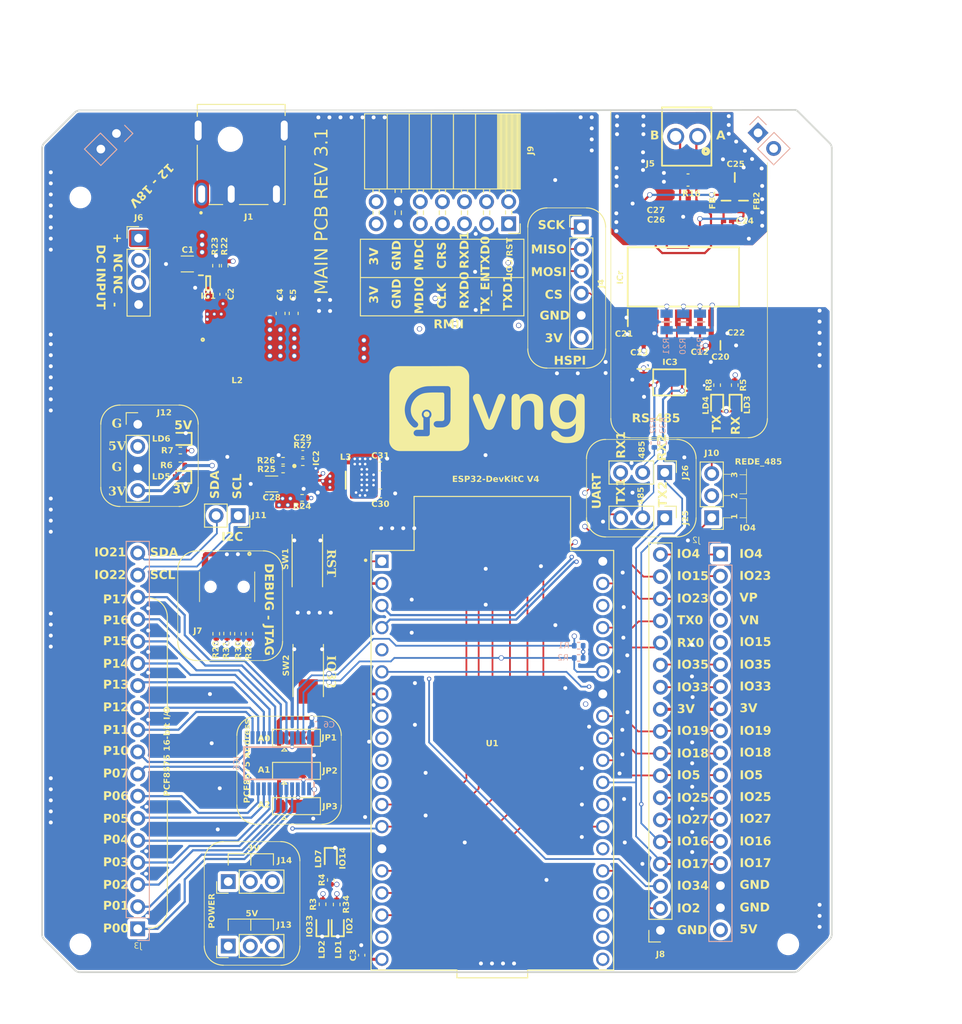
<source format=kicad_pcb>
(kicad_pcb (version 20240108) (generator "pcbnew") (generator_version "8.0")
  (title_block (date "2024-06-23") (company "VNG") (comment 1 "info@vng.com.pl"))
  (layers (0 "F.Cu" signal "Top") (1 "In1.Cu" signal) (2 "In2.Cu" signal) (31 "B.Cu" signal "Bottom") (34 "B.Paste" user) (35 "F.Paste" user) (36 "B.SilkS" user "B.Silkscreen") (37 "F.SilkS" user "F.Silkscreen") (38 "B.Mask" user) (39 "F.Mask" user) (44 "Edge.Cuts" user))
  (net 0 "")
  (net 1 "GND")
  (net 2 "V+")
  (net 3 "+3V3")
  (net 4 "+5V")
  (net 5 "/SCK")
  (net 6 "/MISO")
  (net 7 "/MOSI")
  (net 8 "Earth_Protective")
  (net 9 "/ADM2587E/VISOUT")
  (net 10 "/ADM2587E/VISOIN")
  (net 11 "/A")
  (net 12 "/B")
  (net 13 "Net-(LD1-Pad2)")
  (net 14 "Net-(LD5-Pad2)")
  (net 15 "Net-(IC1-BST)")
  (net 16 "Net-(IC1-SW)")
  (net 17 "Net-(LD3-Pad1)")
  (net 18 "Net-(LD2-Pad2)")
  (net 19 "Net-(LD4-Pad1)")
  (net 20 "Net-(LD6-Pad2)")
  (net 21 "/VSPI_MOSI{slash}MDC{slash}IO23")
  (net 22 "Net-(IC5-GND2_1)")
  (net 23 "Net-(IC2-FB)")
  (net 25 "Net-(IC1-FB)")
  (net 26 "Net-(IC2-PG)")
  (net 28 "/SCL{slash}EMAC_TXD1{slash}IO22")
  (net 29 "/VSPI_MISO{slash}EMAC_TXD0{slash}IO19")
  (net 30 "/RX_485")
  (net 31 "/TX_485")
  (net 32 "/RXD_485")
  (net 33 "/TXD_485")
  (net 34 "/A1")
  (net 35 "/A2")
  (net 36 "/P00")
  (net 37 "/P01")
  (net 38 "/P02")
  (net 39 "/P03")
  (net 40 "/P04")
  (net 41 "/P05")
  (net 42 "/P06")
  (net 43 "/P07")
  (net 44 "/P08")
  (net 45 "/P09")
  (net 46 "/P10")
  (net 47 "/P11")
  (net 48 "/P12")
  (net 49 "/P13")
  (net 50 "/P14")
  (net 51 "/P15")
  (net 52 "/A0")
  (net 53 "/VSPI_CSO{slash}Reset_N{slash}IO5")
  (net 54 "/SENS_V_N")
  (net 55 "/SENS_V_P")
  (net 56 "/IO25{slash}EMAC_RXD0")
  (net 57 "/RXD2{slash}IO16")
  (net 58 "/IO34")
  (net 59 "/TXD0")
  (net 60 "/RXD0")
  (net 61 "/TXD1")
  (net 62 "/RXD1")
  (net 63 "/MTMS")
  (net 64 "/MTDI")
  (net 65 "/MTCK")
  (net 66 "/MTDO")
  (net 67 "/EN")
  (net 68 "/RST_SSID")
  (net 69 "/PWR_DEBUG")
  (net 71 "Net-(LD7-Pad2)")
  (net 72 "Net-(IC2-LX)")
  (net 73 "Net-(IC2-EN)")
  (net 74 "Net-(IC3-OUT1)")
  (net 75 "Net-(IC3-OUT2)")
  (net 76 "/VSPI_CLK{slash}MDIO{slash}IO18")
  (net 77 "/REF_CLK")
  (net 78 "/SDA{slash}TX_EN{slash}IO21")
  (net 79 "/TXD2{slash}IO17")
  (net 80 "/INT_GPIO_EXP{slash}IO35")
  (net 81 "/EMAC_RXD1{slash}IO26")
  (net 82 "/LED_CONNECT{slash}IO33")
  (net 83 "/CRS{slash}IO27")
  (net 84 "/LED_TIMER{slash}IO2")
  (net 91 "/REDE{slash}IO4")
  (net 92 "/REDE")
  (net 93 "/IO4")
  (net 94 "/HSPICS0{slash}IO15")
  (footprint "my_cap:C_0402_1005Metric" (layer "F.Cu") (at 129.355638 151.56391 90)
    (property "Reference" "C3")
    (property "Value" "0.1uF/16V")
  )
  (footprint "Capacitor_SMD:C_1206_3216Metric" (layer "F.Cu") (at 109.305638 72.15391 180)
    (property "Reference" "C1")
    (property "Value" "10uF 25V 1206")
  )
  (footprint "Capacitor_SMD:C_0603_1608Metric" (layer "F.Cu") (at 120.029229 77.836884 -90)
    (property "Reference" "C4")
    (property "Value" "22uF 6.3V 0603")
  )
  (footprint "esp:MODULE_ESP32-DEVKITC" (layer "F.Cu") (at 144.378138 129.16391)
    (property "Reference" "U1")
    (property "Value" "ESP32-DEVKITC")
  )
  (footprint "lonoff:SW_147873-1" (layer "F.Cu") (at 123.105638 106.23891 90)
    (property "Reference" "SW1")
    (property "Value" "147873-1" (hide yes))
  )
  (footprint "global_foot_ki:DC_PW_2.5_CUI_PJ-079BH" (layer "F.Cu") (at 114.250919 53.82641 -90)
    (property "Reference" "J1")
    (property "Value" "PJ-079BH" (hide yes))
  )
  (footprint "CAPC2012X145N" (layer "F.Cu") (at 170.605638 81.51391)
    (property "Reference" "C20")
    (property "Value" "10uF/10V" (hide yes))
  )
  (footprint "CAPC1005X56N" (layer "F.Cu") (at 161.317119 80.245455 180)
    (property "Reference" "C21")
    (property "Value" "0.01uF/16V" (hide yes))
  )
  (footprint "CAPC1005X55N" (layer "F.Cu") (at 170.005638 80.11391)
    (property "Reference" "C22")
    (property "Value" "0.1uF/16V" (hide yes))
  )
  (footprint "CAPC1005X55N" (layer "F.Cu") (at 161.317119 81.312255 180)
    (property "Reference" "C23")
    (property "Value" "0.1uF/16V" (hide yes))
  )
  (footprint "CAPC1005X55N" (layer "F.Cu") (at 171.426319 67.164455)
    (property "Reference" "C24")
    (property "Value" "0.1uF/16V" (hide yes))
  )
  (footprint "CAPC1005X56N" (layer "F.Cu") (at 161.266319 67.088255 180)
    (property "Reference" "C26")
    (property "Value" "0.01uF/16V" (hide yes))
  )
  (footprint "CAPC1005X55N" (layer "F.Cu") (at 161.266319 65.996055 180)
    (property "Reference" "C27")
    (property "Value" "0.1uF/16V" (hide yes))
  )
  (footprint "BEADC2012X105N" (layer "F.Cu") (at 171.248519 64.878455 90)
    (property "Reference" "FB1")
    (property "Value" "400mA/0805" (hide yes))
  )
  (footprint "SOP65P640X120-8N" (layer "F.Cu") (at 164.720719 85.757255)
    (property "Reference" "IC3")
    (property "Value" "LM358LVIPWR" (hide yes))
  )
  (footprint "691210910002" (layer "F.Cu") (at 166.727319 57.51391 180)
    (property "Reference" "J5")
    (property "Value" "691210910002")
  )
  (footprint "my_res:R_0402_1005Metric" (layer "F.Cu") (at 170.225919 86.073655 90)
    (property "Reference" "R8")
    (property "Value" "1K/0402")
  )
  (footprint "lonoff:RESC2012X65N" (layer "F.Cu") (at 166.879719 62.51391)
    (property "Reference" "R16")
    (property "Value" "120/0805")
  )
  (footprint "Capacitor_SMD:C_0603_1608Metric" (layer "F.Cu") (at 121.537012 77.833855 -90)
    (property "Reference" "C5")
    (property "Value" "22uF 6.3V 0603")
  )
  (footprint "Capacitor_SMD:C_0402_1005Metric" (layer "F.Cu") (at 113.405638 75.63391 -90)
    (property "Reference" "C2")
    (property "Value" "0.1uF 50V X7R 0402")
  )
  (footprint "LEDC1005X55N" (layer "F.Cu") (at 108.543387 96.639052 180)
    (property "Reference" "LD5")
    (property "Value" "IN-S42ATR" (hide yes))
  )
  (footprint "my_res:R_0402_1005Metric" (layer "F.Cu") (at 108.496699 95.295474 180)
    (property "Reference" "R6")
    (property "Value" "1K/0402")
  )
  (footprint "my_res:R_0402_1005Metric" (layer "F.Cu") (at 125.805638 142.91391 90)
    (property "Reference" "R4")
    (property "Value" "1K/0402")
  )
  (footprint "my_res:R_0402_1005Metric" (layer "F.Cu") (at 124.855638 145.71391 -90)
    (property "Reference" "R3")
    (property "Value" "1K/0402")
  )
  (footprint "LEDC1005X45N" (layer "F.Cu") (at 125.805638 140.51391 -90)
    (property "Reference" "LD7")
    (property "Value" "IN-S42ATY" (hide yes))
  )
  (footprint "LEDC1005X45N" (layer "F.Cu") (at 124.841781 148.11391 90)
    (property "Reference" "LD2")
    (property "Value" "IN-S42ATG" (hide yes))
  )
  (footprint "SOIC127P1032X265-20N" (layer "F.Cu") (at 166.346319 73.641455 90)
    (property "Reference" "ICr")
    (property "Value" "ADM2587EBRWZ" (hide yes))
  )
  (footprint "BEADC2012X105N" (layer "F.Cu") (at 173.255119 64.878455 90)
    (property "Reference" "FB2")
    (property "Value" "400mA/0805" (hide yes))
  )
  (footprint "LEDC1005X45N" (layer "F.Cu") (at 172.350919 88.448655 -90)
    (property "Reference" "LD3")
    (property "Value" "IN-S42ATG" (hide yes))
  )
  (footprint "LEDC1005X45N" (layer "F.Cu") (at 170.225919 88.448655 -90)
    (property "Reference" "LD4")
    (property "Value" "IN-S42ATY" (hide yes))
  )
  (footprint "CAPC2012X145N" (layer "F.Cu") (at 172.255638 62.21391)
    (property "Reference" "C25")
    (property "Value" "10uF/16V" (hide yes))
  )
  (footprint "LEDC1005X55N" (layer "F.Cu") (at 108.578199 92.251025 180)
    (property "Reference" "LD6")
    (property "Value" "IN-S42ATR" (hide yes))
  )
  (footprint "my_res:R_0402_1005Metric" (layer "F.Cu") (at 108.501328 93.592281 180)
    (property "Reference" "R7")
    (property "Value" "1K/0402")
  )
  (footprint "my_res:R_0402_1005Metric" (layer "F.Cu") (at 172.250919 86.073655 90)
    (property "Reference" "R5")
    (property "Value" "1K/0402")
  )
  (footprint "CAPC1005X55N" (layer "F.Cu") (at 168.200519 83.471255)
    (property "Reference" "C12")
    (property "Value" "0.1uF/16V" (hide yes))
  )
  (footprint "my_step_down:SOTFL50P162X60-6N" (layer "F.Cu") (at 111.702204 74.353984)
    (property "Reference" "IC1")
    (property "Value" "AP62301Z6-7" (hide yes))
  )
  (footprint "Capacitor_SMD:C_0402_1005Metric" (layer "F.Cu") (at 122.580638 93.95041)
    (property "Reference" "C29")
    (property "Value" "22pF 50V 0402 10%")
  )
  (footprint "global_foot:R_0402_1005Metric" (layer "F.Cu") (at 115.130638 114.63891 -90)
    (property "Reference" "R30")
    (property "Value" "100R 1% 0402")
  )
  (footprint "my_res:R_0402_1005Metric" (layer "F.Cu") (at 126.480638 145.73891 -90)
    (property "Reference" "R34")
    (property "Value" "1K/0402")
  )
  (footprint "Connector_PinHeader_2.54mm:PinHeader_1x03_P2.54mm_Vertical" (layer "F.Cu") (at 114.005638 150.51391 90)
    (property "Reference" "J13")
    (property "Value" "EXT_5V_Terminal_01x03")
  )
  (footprint "global_foot:R_0402_1005Metric" (layer "F.Cu") (at 113.880638 114.61391 -90)
    (property "Reference" "R31")
    (property "Value" "100R 1% 0402")
  )
  (footprint "Connector_PinHeader_2.54mm:PinHeader_1x03_P2.54mm_Vertical" (layer "F.Cu") (at 164.205638 96.11391 -90)
    (property "Reference" "J26")
    (property "Value" "UART_RX_Terminal_01x03")
  )
  (footprint "global_foot:R_0402_1005Metric" (layer "F.Cu") (at 112.605638 72.35391 -90)
    (property "Reference" "R22")
    (property "Value" "10K 1% 0402")
  )
  (footprint "Connector_PinSocket_2.54mm:PinSocket_1x18_P2.54mm_Vertical" (layer "F.Cu") (at 163.705638 148.71391 180)
    (property "Reference" "J8")
    (property "Value" "IO_Terminal_01x18")
  )
  (footprint "MountingHole:MountingHole_2.1mm" (layer "F.Cu") (at 97.005638 150.31391)
    (property "Reference" "REF**" (hide yes))
    (property "Value" "MountingHole_2.1mm" (hide yes))
  )
  (footprint "Connector_PinHeader_2.54mm:PinHeader_1x03_P2.54mm_Vertical" (layer "F.Cu") (at 169.605638 101.31391 180)
    (property "Reference" "J10")
    (property "Value" "UART_REDE_Terminal_01x03")
  )
  (footprint "Jumper:SolderJumper-3_P2.0mm_Open_TrianglePad1.0x1.5mm" (layer "F.Cu") (at 121.855638 130.41391)
    (property "Reference" "JP2")
    (property "Value" "A1_Jumper_3_Open")
  )
  (footprint "MountingHole:MountingHole_2.1mm" (layer "F.Cu") (at 97.005638 64.51391)
    (property "Reference" "REF**" (hide yes))
    (property "Value" "MountingHole_2.1mm" (hide yes))
  )
  (footprint "Connector_PinHeader_2.54mm:PinHeader_1x06_P2.54mm_Vertical" (layer "F.Cu") (at 154.605638 67.89391)
    (property "Reference" "J4")
    (property "Value" "HSPI_Terminal_01x06")
  )
  (footprint "my_coil:VLS6045" (layer "F.Cu") (at 115.030638 80.85391)
    (property "Reference" "L2")
    (property "Value" "3.3uH 5A" (hide yes))
  )
  (footprint "Connector_PinHeader_2.54mm:PinHeader_1x04_P2.54mm_Vertical" (layer "F.Cu") (at 103.705638 69.19391)
    (property "Reference" "J6")
    (property "Value" "POWER_Terminal_01x04")
  )
  (footprint "Connector_PinSocket_2.54mm:PinSocket_2x07_P2.54mm_Horizontal" (layer "F.Cu") (at 146.255638 67.53891 -90)
    (property "Reference" "J9")
    (property "Value" "RMII_Terminal_01x07")
  )
  (footprint "Connector_PinHeader_2.54mm:PinHeader_1x03_P2.54mm_Vertical" (layer "F.Cu") (at 114.005638 143.11391 90)
    (property "Reference" "J14")
    (property "Value" "ESP_3V_Terminal_01x03")
  )
  (footprint "Capacitor_SMD:C_0603_1608Metric" (layer "F.Cu") (at 131.505638 98.51391 180)
    (property "Reference" "C30")
    (property "Value" "22uF 6.3V 0603 20%")
  )
  (footprint "MountingHole:MountingHole_2.1mm" (layer "F.Cu") (at 178.405638 150.31391)
    (property "Reference" "REF**" (hide yes))
    (property "Value" "MountingHole_2.1mm" (hide yes))
  )
  (footprint "global_foot:R_0402_1005Metric" (layer "F.Cu") (at 122.505638 99.02541)
    (property "Reference" "R24")
    (property "Value" "10K 0402 1% 1/16W")
  )
  (footprint "global_foot:R_0402_1005Metric" (layer "F.Cu") (at 120.318835 95.76391)
    (property "Reference" "R25")
    (property "Value" "100K 0402 1% 1/16W")
  )
  (footprint "Jumper:SolderJumper-3_P2.0mm_Open_TrianglePad1.0x1.5mm" (layer "F.Cu") (at 121.855638 126.61391)
    (property "Reference" "JP1")
    (property "Value" "A0_Jumper_3_Open")
  )
  (footprint "lonoff:SW_147873-1" (layer "F.Cu") (at 123.205638 118.86391 90)
    (property "Reference" "SW2")
    (property "Value" "147873-1")
  )
  (footprint "my_con:FTSH-105-XX-YYY-DV-K-A-TR" (layer "F.Cu") (at 113.880638 109.23891 180)
    (property "Reference" "J7")
    (property "Value" "FTSH-105-01-F-DV-K-A-TR" (hide yes))
  )
  (footprint "Connector_PinHeader_2.54mm:PinHeader_1x04_P2.54mm_Vertical" (layer "F.Cu") (at 103.605638 90.57391)
    (property "Reference" "J12")
    (property "Value" "POWER_Terminal_01x04")
  )
  (footprint "Capacitor_SMD:C_1206_3216Metric" (layer "F.Cu") (at 119.005638 97.42541)
    (property "Reference" "C28")
    (property "Value" "22uF 10V 1206 10%")
  )
  (footprint "my_led:LEDC1005X45N" (layer "F.Cu") (at 126.605638 148.11391 90)
    (property "Reference" "LD1")
    (property "Value" "IN-S42ATY" (hide yes))
  )
  (footprint "global_foot:R_0402_1005Metric" (layer "F.Cu") (at 113.605638 72.35391 90)
    (property "Reference" "R23")
    (property "Value" "52.3K 1% 0402")
  )
  (footprint "Connector_PinHeader_2.54mm:PinHeader_1x03_P2.54mm_Vertical" (layer "F.Cu") (at 164.205638 101.31391 -90)
    (property "Reference" "J25")
    (property "Value" "UART_TX_Terminal_01x03")
  )
  (footprint "Jumper:SolderJumper-3_P2.0mm_Open_TrianglePad1.0x1.5mm" (layer "F.Cu") (at 121.855638 134.46391)
    (property "Reference" "JP3")
    (property "Value" "A2_Jumper_3_Open")
  )
  (footprint "Capacitor_SMD:C_0603_1608Metric" (layer "F.Cu") (at 131.505638 95.41391 180)
    (property "Reference" "C31")
    (property "Value" "22uF 6.3V 0603 20%")
  )
  (footprint "Connector_PinSocket_2.54mm:PinSocket_1x02_P2.54mm_Vertical" (layer "F.Cu") (at 115.155638 101.06391 -90)
    (property "Reference" "J11")
    (property "Value" "I2C_Terminal_01x02")
  )
  (footprint "global_foot:SON50P201X201X60-9N-D" (layer "F.Cu") (at 123.015638 96.76391)
    (property "Reference" "IC2")
    (property "Value" "AP3441SHE-7B" (hide yes))
  )
  (footprint "global_foot:DFE2HCAH1R0MJ0L" (layer "F.Cu") (at 127.515638 96.99541)
    (property "Reference" "L3")
    (property "Value" "2.2uH 2.2A" (hide yes))
  )
  (footprint "global_foot:R_0402_1005Metric" (layer "F.Cu") (at 112.630638 114.63891 -90)
    (property "Reference" "R29")
    (property "Value" "100R 1% 0402")
  )
  (footprint "global_foot:R_0402_1005Metric" (layer "F.Cu") (at 122.580638 94.92541)
    (property "Reference" "R27")
    (property "Value" "430K 0402 1% 1/10W")
  )
  (footprint "MountingHole:MountingHole_2.1mm" (layer "F.Cu") (at 178.505638 64.61391)
    (property "Reference" "REF**" (hide yes))
    (property "Value" "MountingHole_2.1mm" (hide yes))
  )
  (footprint "global_foot:R_0402_1005Metric" (layer "F.Cu") (at 116.430638 114.63891 -90)
    (property "Reference" "R28")
    (property "Value" "100R 1% 0402")
  )
  (footprint "global_foot:R_0402_1005Metric" (layer "F.Cu") (at 120.316559 94.76391)
    (property "Reference" "R26")
    (property "Value" "95.3K 0402 1% 1/10W")
  )
  (footprint "global_foot:R_0402_1005Metric" (layer "B.Cu") (at 154.305638 117.41391)
    (property "Reference" "R2")
    (property "Value" "10K 1% 0402")
  )
  (footprint "Connector_PinSocket_2.54mm:PinSocket_1x18_P2.54mm_Vertical" (layer "B.Cu") (at 170.605638 105.47391 180)
    (property "Reference" "J2")
    (property "Value" "HeadersIO_Terminal_01x18")
  )
  (footprint "Capacitor_SMD:C_0402_1005Metric" (layer "B.Cu") (at 124.105638 125.08891 180)
    (property "Reference" "C6")
    (property "Value" "0.1uF/16V")
  )
  (footprint "global_foot:R_0402_1005Metric" (layer "B.Cu") (at 154.305638 116.01391)
    (property "Reference" "R1")
    (property "Value" "10K 1% 0402")
  )
  (footprint "RESC2012X60N" (layer "B.Cu") (at 168.251319 78.81391 90)
    (property "Reference" "R19")
    (property "Value" "10K/0805" (hide yes))
  )
  (footprint "RESC2012X60N" (layer "B.Cu") (at 166.320919 78.81391 90)
    (property "Reference" "R20")
    (property "Value" "10K/0805" (hide yes))
  )
  (footprint "RESC2012X60N" (layer "B.Cu") (at 164.415919 78.81391 90)
    (property "Reference" "R21")
    (property "Value" "10K/0805" (hide yes))
  )
  (footprint "Connector_PinSocket_2.54mm:PinSocket_1x18_P2.54mm_Vertical" (layer "B.Cu") (at 103.605638 148.53391)
    (property "Reference" "J3")
    (property "Value" "HeadersIO(Relay)_Terminal_01x18")
  )
  (footprint "global_foot:R_0402_1005Metric" (layer "B.Cu") (at 164.005638 92.71391 90)
    (property "Reference" "R33")
    (property "Value" "0R 0402")
  )
  (footprint "expander:SOP65P640X120-24N" (layer "B.Cu") (at 119.730638 129.51391 90)
    (property "Reference" "IC6")
    (property "Value" "PCF8575PWR" (hide yes))
  )
  (footprint "Connector_PinHeader_2.54mm:PinHeader_1x02_P2.54mm_Vertical" (layer "B.Cu") (at 101.1572 57.162347 135)
    (property "Reference" "REF**" (hide yes))
    (property "Value" "PinHeader_1x02_P2.54mm_Vertical")
  )
  (footprint "global_foot:R_0402_1005Metric" (layer "B.Cu") (at 163.005638 92.71391 90)
    (property "Reference" "R32")
    (property "Value" "0R 0402")
  )
  (footprint "Connector_PinHeader_2.54mm:PinHeader_1x02_P2.54mm_Vertical" (layer "B.Cu") (at 174.930638 57.08891 -135)
    (property "Reference" "REF**" (hide yes))
    (property "Value" "PinHeader_1x02_P2.54mm_Vertical")
  )
  (gr_arc (start 111.250003 140.71391) (mid 111.894368 139.158275) (end 113.450003 138.51391) (stroke (width 0.12)) (layer "F.SilkS"))
  (gr_arc (start 150.655638 84.11391) (mid 149.100031 83.469531) (end 148.455638 81.91391) (stroke (width 0.12)) (layer "F.SilkS"))
  (gr_line (start 167.805638 94.51391) (end 167.805638 101.31391) (stroke (width 0.08)) (layer "F.SilkS"))
  (gr_line (start 148.005638 69.31391) (end 148.005638 74.11391) (stroke (width 0.12)) (layer "F.SilkS"))
  (gr_line (start 176.005638 61.91391) (end 176.005638 60.51391) (stroke (width 0.08)) (layer "F.SilkS"))
  (gr_line (start 176.005638 89.91391) (end 176.005638 75.71391) (stroke (width 0.08)) (layer "F.SilkS"))
  (gr_line (start 176.005638 75.71391) (end 176.005638 61.91391) (stroke (width 0.08)) (layer "F.SilkS"))
  (gr_arc (start 108.205638 107.31391) (mid 108.850017 105.758303) (end 110.405638 105.11391) (stroke (width 0.12)) (layer "F.SilkS"))
  (gr_line (start 155.205638 65.71391) (end 150.655638 65.71391) (stroke (width 0.08)) (layer "F.SilkS"))
  (gr_line (start 148.455638 67.91391) (end 148.455638 81.91391) (stroke (width 0.08)) (layer "F.SilkS"))
  (gr_line (start 124.805638 136.51391) (end 117.205638 136.51391) (stroke (width 0.08)) (layer "F.SilkS"))
  (gr_line (start 173.605638 95.71391) (end 173.605638 98.56391) (stroke (width 0.08)) (layer "F.SilkS"))
  (gr_line (start 120.050003 138.51391) (end 113.450003 138.51391) (stroke (width 0.08)) (layer "F.SilkS"))
  (gr_arc (start 165.605638 92.31391) (mid 167.161245 92.958289) (end 167.805638 94.51391) (stroke (width 0.12)) (layer "F.SilkS"))
  (gr_line (start 101.555638 100.01391) (end 108.355638 100.01391) (stroke (width 0.08)) (layer "F.SilkS"))
  (gr_line (start 158.005638 85.71391) (end 158.005638 79.31391) (stroke (width 0.08)) (layer "F.SilkS"))
  (gr_arc (start 104.805638 110.51391) (mid 106.361273 111.158275) (end 107.005638 112.71391) (stroke (width 0.12)) (layer "F.SilkS"))
  (gr_line (start 119.205638 139.91391) (end 119.205638 141.21391) (stroke (width 0.12)) (layer "F.SilkS"))
  (gr_arc (start 115.005638 126.31391) (mid 115.650003 124.758275) (end 117.205638 124.11391) (stroke (width 0.12)) (layer "F.SilkS"))
  (gr_poly (pts (xy 147.077866 87.070638) (xy 147.094398 87.071382) (xy 147.110722 87.072623) (xy 147.12684 87.074361) (xy 147.142752 87.076595) (xy 147.158458 87.079326) (xy 147.173958 87.082555) (xy 147.189253 87.086281) (xy 147.204344 87.090505) (xy 147.21923 87.095227) (xy 147.233913 87.100446) (xy 147.248392 87.106164) (xy 147.262668 87.112381) (xy 147.276741 87.119096) (xy 147.290612 87.126309) (xy 147.304281 87.134022) (xy 147.317658 87.142231) (xy 147.330704 87.150933) (xy 147.343416 87.160129) (xy 147.355796 87.169819) (xy 147.367842 87.180004) (xy 147.379555 87.190684) (xy 147.390934 87.201859) (xy 147.401978 87.213529) (xy 147.412688 87.225696) (xy 147.423062 87.238359) (xy 147.4331 87.251519) (xy 147.442803 87.265177) (xy 147.452169 87.279332) (xy 147.461198 87.293985) (xy 147.46989 87.309136) (xy 147.478245 87.324787) (xy 147.486153 87.340905) (xy 147.493555 87.357461) (xy 147.50045 87.374454) (xy 147.506839 87.391885) (xy 147.512719 87.409755) (xy 147.518091 87.428062) (xy 147.522954 87.446808) (xy 147.527308 87.465992) (xy 147.531152 87.485615) (xy 147.534485 87.505676) (xy 147.537307 87.526177) (xy 147.539617 87.547117) (xy 147.541415 87.568497) (xy 147.5427 87.590316) (xy 147.543471 87.612576) (xy 147.543728 87.635275) (xy 147.543331 87.635275) (xy 147.54333 87.635275) (xy 147.54333 87.758703) (xy 147.577186 87.715039) (xy 147.611437 87.672848) (xy 147.646082 87.63213) (xy 147.681121 87.592886) (xy 147.716555 87.555115) (xy 147.752384 87.518817) (xy 147.788607 87.483994) (xy 147.825226 87.450645) (xy 147.86224 87.41877) (xy 147.89965 87.38837) (xy 147.937455 87.359445) (xy 147.975657 87.331994) (xy 148.014254 87.306018) (xy 148.053248 87.281518) (xy 148.092638 87.258493) (xy 148.132424 87.236944) (xy 148.17278 87.216806) (xy 148.213877 87.197964) (xy 148.255716 87.180419) (xy 148.298297 87.164172) (xy 148.341621 87.149221) (xy 148.385688 87.135569) (xy 148.430498 87.123215) (xy 148.476052 87.11216) (xy 148.52235 87.102404) (xy 148.569392 87.093948) (xy 148.61718 87.086792) (xy 148.665712 87.080935) (xy 148.714991 87.07638) (xy 148.765015 87.073126) (xy 148.815787 87.071173) (xy 148.867304 87.070522) (xy 148.91869 87.071208) (xy 148.969085 87.073269) (xy 149.018524 87.076703) (xy 149.067038 87.08151) (xy 149.114662 87.087691) (xy 149.161429 87.095246) (xy 149.207371 87.104174) (xy 149.252522 87.114475) (xy 149.296915 87.126151) (xy 149.340582 87.139199) (xy 149.383558 87.153622) (xy 149.425876 87.169418) (xy 149.467567 87.186587) (xy 149.508667 87.20513) (xy 149.549207 87.225047) (xy 149.589221 87.246337) (xy 149.62833 87.268883) (xy 149.666183 87.292567) (xy 149.702781 87.317389) (xy 149.738123 87.34335) (xy 149.772209 87.37045) (xy 149.80504 87.398688) (xy 149.836614 87.428066) (xy 149.866933 87.458583) (xy 149.895997 87.490239) (xy 149.923804 87.523035) (xy 149.950356 87.55697) (xy 149.975653 87.592046) (xy 149.999693 87.628262) (xy 150.022478 87.665619) (xy 150.044007 87.704116) (xy 150.06428 87.743754) (xy 150.076627 87.767259) (xy 150.088416 87.790995) (xy 150.099648 87.81496) (xy 150.110323 87.839157) (xy 150.120443 87.863584) (xy 150.130008 87.888242) (xy 150.139018 87.913133) (xy 150.147475 87.938255) (xy 150.155377 87.963611) (xy 150.162727 87.989199) (xy 150.169525 88.01502) (xy 150.175771 88.041075) (xy 150.181466 88.067364) (xy 150.18661 88.093888) (xy 150.191204 88.120646) (xy 150.195249 88.14764) (xy 150.202269 88.203736) (xy 150.208348 88.263575) (xy 150.213488 88.327157) (xy 150.217689 88.39448) (xy 150.220954 88.465542) (xy 150.223285 88.540342) (xy 150.224682 88.618878) (xy 150.225147 88.701148) (xy 150.225147 90.601121) (xy 150.2246 90.638883) (xy 150.222958 90.675473) (xy 150.220221 90.710893) (xy 150.216389 90.745141) (xy 150.211462 90.778219) (xy 150.205439 90.810127) (xy 150.198321 90.840865) (xy 150.190106 90.870434) (xy 150.180796 90.898834) (xy 150.170389 90.926065) (xy 150.158886 90.952128) (xy 150.146287 90.977024) (xy 150.13259 91.000752) (xy 150.117797 91.023313) (xy 150.101906 91.044708) (xy 150.084918 91.064936) (xy 150.067052 91.083968) (xy 150.04853 91.101771) (xy 150.02935 91.118347) (xy 150.009512 91.133695) (xy 149.989017 91.147815) (xy 149.967865 91.160707) (xy 149.946055 91.172371) (xy 149.923589 91.182808) (xy 149.900464 91.192017) (xy 149.876683 91.199998) (xy 149.852244 91.206751) (xy 149.827148 91.212276) (xy 149.801394 91.216573) (xy 149.774983 91.219643) (xy 149.747915 91.221485) (xy 149.72019 91.222099) (xy 149.692415 91.221469) (xy 149.665207 91.219582) (xy 149.638576 91.216436) (xy 149.612532 91.212032) (xy 149.587088 91.206371) (xy 149.562254 91.199454) (xy 149.538042 91.191279) (xy 149.514461 91.181849) (xy 149.491524 91.171163) (xy 149.469242 91.159222) (xy 149.447624 91.146025) (xy 149.426684 91.131574) (xy 149.40643 91.115869) (xy 149.386876 91.09891) (xy 149.368031 91.080698) (xy 149.349906 91.061232) (xy 149.332679 91.040599) (xy 149.316568 91.018884) (xy 149.301572 90.996087) (xy 149.28769 90.972206) (xy 149.274922 90.947243) (xy 149.263268 90.921197) (xy 149.252726 90.894067) (xy 149.243296 90.865854) (xy 149.234978 90.836558) (xy 149.227771 90.806177) (xy 149.221674 90.774712) (xy 149.216687 90.742163) (xy 149.212809 90.70853) (xy 149.21004 90.673812) (xy 149.208379 90.638009) (xy 149.207826 90.601122) (xy 149.207826 88.899322) (xy 149.205636 88.776786) (xy 149.2029 88.718307) (xy 149.199067 88.661687) (xy 149.19414 88.606925) (xy 149.188117 88.55402) (xy 149.180999 88.502972) (xy 149.172785 88.45378) (xy 149.163474 88.406445) (xy 149.153068 88.360964) (xy 149.141565 88.317337) (xy 149.128965 88.275565) (xy 149.115268 88.235646) (xy 149.100475 88.19758) (xy 149.084584 88.161366) (xy 149.067596 88.127004) (xy 149.058556 88.110559) (xy 149.048971 88.094635) (xy 149.038842 88.079233) (xy 149.028169 88.064353) (xy 149.016952 88.049995) (xy 149.005191 88.036159) (xy 148.992886 88.022844) (xy 148.980036 88.010052) (xy 148.966642 87.997781) (xy 148.952704 87.986032) (xy 148.938222 87.974805) (xy 148.923196 87.9641) (xy 148.907626 87.953916) (xy 148.891511 87.944255) (xy 148.874853 87.935116) (xy 148.85765 87.926499) (xy 148.839903 87.918404) (xy 148.821612 87.910831) (xy 148.802776 87.90378) (xy 148.783397 87.897252) (xy 148.763473 87.891245) (xy 148.743006 87.885761) (xy 148.721994 87.880798) (xy 148.700438 87.876358) (xy 148.678337 87.872441) (xy 148.655693 87.869045) (xy 148.632504 87.866172) (xy 148.608772 87.863822) (xy 148.559674 87.860687) (xy 148.508399 87.859642) (xy 148.474459 87.860278) (xy 148.4409 87.862185) (xy 148.407721 87.865363) (xy 148.374924 87.869812) (xy 148.342506 87.875533) (xy 148.31047 87.882525) (xy 148.278813 87.890788) (xy 148.247537 87.900322) (xy 148.21664 87.911127) (xy 148.186123 87.923204) (xy 148.155986 87.936552) (xy 148.126227 87.951171) (xy 148.096848 87.967062) (xy 148.067848 87.984224) (xy 148.039226 88.002657) (xy 148.010983 88.022361) (xy 147.983395 88.043175) (xy 147.956741 88.064938) (xy 147.931021 88.087651) (xy 147.906236 88.111313) (xy 147.882386 88.135924) (xy 147.859471 88.161485) (xy 147.837491 88.187996) (xy 147.816447 88.215457) (xy 147.79634 88.243868) (xy 147.77717 88.27323) (xy 147.758937 88.303543) (xy 147.741641 88.334807) (xy 147.725283 88.367022) (xy 147.709864 88.400188) (xy 147.695383 88.434305) (xy 147.681842 88.469374) (xy 147.672783 88.499448) (xy 147.66431 88.53262) (xy 147.656423 88.568888) (xy 147.649122 88.608254) (xy 147.642405 88.650716) (xy 147.636274 88.696274) (xy 147.630728 88.744929) (xy 147.625766 88.79668) (xy 147.617596 88.90947) (xy 147.611762 89.034642) (xy 147.608262 89.172195) (xy 147.607096 89.322126) (xy 147.607096 90.601254) (xy 147.606534 90.639466) (xy 147.604846 90.676463) (xy 147.602032 90.712244) (xy 147.598094 90.74681) (xy 147.593031 90.780162) (xy 147.586844 90.8123) (xy 147.579532 90.843223) (xy 147.571096 90.872932) (xy 147.561536 90.901427) (xy 147.550853 90.928708) (xy 147.539046 90.954776) (xy 147.526115 90.979631) (xy 147.512061 91.003273) (xy 147.496885 91.025701) (xy 147.480585 91.046917) (xy 147.463163 91.066921) (xy 147.444826 91.085712) (xy 147.425832 91.103291) (xy 147.406181 91.119657) (xy 147.385873 91.134811) (xy 147.364909 91.148753) (xy 147.343288 91.161482) (xy 147.321012 91.173) (xy 147.298079 91.183304) (xy 147.27449 91.192397) (xy 147.250246 91.200277) (xy 147.225347 91.206945) (xy 147.199792 91.2124) (xy 147.173583 91.216643) (xy 147.146718 91.219674) (xy 147.119199 91.221493) (xy 147.091026 91.222099) (xy 147.062943 91.221469) (xy 147.035683 91.219582) (xy 147.009223 91.216436) (xy 146.983541 91.212032) (xy 146.958617 91.206371) (xy 146.934429 91.199454) (xy 146.910955 91.191279) (xy 146.888174 91.181849) (xy 146.866064 91.171163) (xy 146.844603 91.159222) (xy 146.823771 91.146025) (xy 146.803546 91.131574) (xy 146.783906 91.115869) (xy 146.764829 91.09891) (xy 146.746295 91.080698) (xy 146.728282 91.061232) (xy 146.711055 91.040599) (xy 146.694943 91.018884) (xy 146.679947 90.996087) (xy 146.666065 90.972206) (xy 146.653297 90.947243) (xy 146.641643 90.921197) (xy 146.631101 90.894067) (xy 146.621671 90.865854) (xy 146.613353 90.836558) (xy 146.606146 90.806177) (xy 146.600049 90.774712) (xy 146.595062 90.742163) (xy 146.591185 90.70853) (xy 146.588416 90.673812) (xy 146.586754 90.638009) (xy 146.586201 90.601122) (xy 146.586201 87.650092) (xy 146.586697 87.614206) (xy 146.588186 87.579473) (xy 146.590667 87.545894) (xy 146.59414 87.513468) (xy 146.598607 87.482195) (xy 146.604067 87.452076) (xy 146.61052 87.42311) (xy 146.617967 87.395298) (xy 146.626408 87.368639) (xy 146.635842 87.343134) (xy 146.646271 87.318782) (xy 146.657694 87.295583) (xy 146.670111 87.273538) (xy 146.683523 87.252646) (xy 146.69793 87.232908) (xy 146.713333 87.214323) (xy 146.729597 87.196901) (xy 146.74659 87.180601) (xy 146.764312 87.165425) (xy 146.782763 87.151371) (xy 146.801944 87.13844) (xy 146.821854 87.126633) (xy 146.842495 87.115949) (xy 146.863865 87.10639) (xy 146.885965 87.097954) (xy 146.908796 87.090642) (xy 146.932357 87.084455) (xy 146.956649 87.079392) (xy 146.981672 87.075454) (xy 147.007426 87.072641) (xy 147.033911 87.070952) (xy 147.061128 87.07039)) (stroke (width -0.000001)) (fill solid) (layer "F.SilkS"))
  (gr_line (start 111.250003 140.71391) (end 111.250003 150.51391) (stroke (width 0.08)) (layer "F.SilkS"))
  (gr_line (start 172.835638 98.56391) (end 173.605638 98.56391) (stroke (width 0.08)) (layer "F.SilkS"))
  (gr_line (start 172.835638 99.11391) (end 173.605638 99.11391) (stroke (width 0.08)) (layer "F.SilkS"))
  (gr_line (start 148.005638 73.71391) (end 129.205638 73.71391) (stroke (width 0.12)) (layer "F.SilkS"))
  (gr_arc (start 124.805638 124.11391) (mid 126.361232 124.758291) (end 127.005638 126.31391) (stroke (width 0.12)) (layer "F.SilkS"))
  (gr_line (start 108.205638 107.31391) (end 108.205638 115.51391) (stroke (width 0.08)) (layer "F.SilkS"))
  (gr_line (start 155.180638 84.11391) (end 150.630638 84.11391) (stroke (width 0.08)) (layer "F.SilkS"))
  (gr_line (start 155.205638 94.51391) (end 155.205638 101.31391) (stroke (width 0.08)) (layer "F.SilkS"))
  (gr_arc (start 155.205638 65.71391) (mid 156.761245 66.358289) (end 157.405638 67.91391) (stroke (width 0.12)) (layer "F.SilkS"))
  (gr_arc (start 117.205638 136.51391) (mid 115.650003 135.869545) (end 115.005638 134.31391) (stroke (width 0.12)) (layer "F.SilkS"))
  (gr_line (start 172.835638 101.31391) (end 173.605638 101.31391) (stroke (width 0.08)) (layer "F.SilkS"))
  (gr_line (start 158.005638 89.91391) (end 158.005638 85.71391) (stroke (width 0.08)) (layer "F.SilkS"))
  (gr_line (start 129.205638 78.11391) (end 129.205638 74.11391) (stroke (width 0.12)) (layer "F.SilkS"))
  (gr_poly (pts (xy 145.439102 87.071034) (xy 145.462732 87.072569) (xy 145.485908 87.075127) (xy 145.508633 87.078708) (xy 145.530904 87.083312) (xy 145.552723 87.08894) (xy 145.574089 87.095591) (xy 145.595002 87.103265) (xy 145.615463 87.111962) (xy 145.635471 87.121682) (xy 145.655027 87.132426) (xy 145.67413 87.144192) (xy 145.69278 87.156982) (xy 145.710977 87.170795) (xy 145.728722 87.185632) (xy 145.746014 87.201491) (xy 145.762546 87.218022) (xy 145.778012 87.234872) (xy 145.792411 87.252042) (xy 145.805744 87.269532) (xy 145.81801 87.287342) (xy 145.829209 87.305473) (xy 145.839342 87.323924) (xy 145.848408 87.342696) (xy 145.856407 87.361788) (xy 145.86334 87.381202) (xy 145.869206 87.400937) (xy 145.874006 87.420994) (xy 145.877739 87.441372) (xy 145.880406 87.462072) (xy 145.882006 87.483095) (xy 145.882539 87.504439) (xy 145.88216 87.52161) (xy 145.881024 87.539486) (xy 145.879128 87.558066) (xy 145.87647 87.577348) (xy 145.87305 87.597331) (xy 145.868865 87.618013) (xy 145.863915 87.639393) (xy 145.858196 87.661469) (xy 145.851983 87.683719) (xy 145.845545 87.705621) (xy 145.83888 87.727177) (xy 145.831987 87.748385) (xy 145.824865 87.769246) (xy 145.817511 87.789759) (xy 145.809925 87.809925) (xy 145.802105 87.829744) (xy 145.729212 88.009264) (xy 144.749328 90.440388) (xy 144.702067 90.559152) (xy 144.642701 90.705897) (xy 144.626095 90.745393) (xy 144.609019 90.783416) (xy 144.591474 90.819969) (xy 144.573463 90.855056) (xy 144.554987 90.888679) (xy 144.536047 90.920842) (xy 144.516645 90.951548) (xy 144.496783 90.980799) (xy 144.48659 90.994865) (xy 144.476103 91.008537) (xy 144.465322 91.021815) (xy 144.454247 91.034698) (xy 144.44288 91.047187) (xy 144.43122 91.059281) (xy 144.419268 91.07098) (xy 144.407023 91.082284) (xy 144.394488 91.093193) (xy 144.381661 91.103706) (xy 144.368544 91.113823) (xy 144.355136 91.123544) (xy 144.341439 91.13287) (xy 144.327451 91.141799) (xy 144.313175 91.150331) (xy 144.29861 91.158467) (xy 144.283701 91.166158) (xy 144.268393 91.173356) (xy 144.252686 91.18006) (xy 144.23658 91.186269) (xy 144.220077 91.191984) (xy 144.203177 91.197204) (xy 144.18588 91.201929) (xy 144.168187 91.206158) (xy 144.1501 91.209891) (xy 144.131617 91.213128) (xy 144.11274 91.215868) (xy 144.09347 91.21811) (xy 144.073806 91.219855) (xy 144.05375 91.221102) (xy 144.033303 91.22185) (xy 144.012464 91.2221) (xy 143.985695 91.221712) (xy 143.959611 91.220549) (xy 143.934214 91.218612) (xy 143.909501 91.2159) (xy 143.885475 91.212414) (xy 143.862136 91.208154) (xy 143.839482 91.20312) (xy 143.817515 91.197312) (xy 143.796235 91.19073) (xy 143.775642 91.183375) (xy 143.755736 91.175246) (xy 143.736518 91.166345) (xy 143.717987 91.156671) (xy 143.700143 91.146224) (xy 143.682988 91.135005) (xy 143.666521 91.123014) (xy 143.65066 91.110561) (xy 143.635323 91.097961) (xy 143.62051 91.085212) (xy 143.606222 91.072315) (xy 143.592459 91.059269) (xy 143.579221 91.046076) (xy 143.566508 91.032735) (xy 143.554321 91.019247) (xy 143.542659 91.005611) (xy 143.531522 90.991829) (xy 143.520912 90.977899) (xy 143.510828 90.963823) (xy 143.50127 90.9496) (xy 143.492239 90.935231) (xy 143.483734 90.920716) (xy 143.475756 90.906055) (xy 143.459013 90.872996) (xy 143.439641 90.832755) (xy 143.417639 90.785329) (xy 143.393008 90.730719) (xy 143.365747 90.668921) (xy 143.335858 90.599934) (xy 143.26819 90.440388) (xy 142.295715 88.035458) (xy 142.261567 87.945698) (xy 142.226526 87.855938) (xy 142.21782 87.833453) (xy 142.209463 87.810845) (xy 142.201456 87.788117) (xy 142.1938 87.765269) (xy 142.186499 87.742303) (xy 142.179552 87.719221) (xy 142.172962 87.696024) (xy 142.16673 87.672714) (xy 142.161012 87.649757) (xy 142.156062 87.627617) (xy 142.151878 87.606292) (xy 142.148457 87.585782) (xy 142.1458 87.566083) (xy 142.143904 87.547196) (xy 142.142767 87.529118) (xy 142.142388 87.511847) (xy 142.142636 87.498781) (xy 142.143381 87.485728) (xy 142.144622 87.472687) (xy 142.146359 87.459658) (xy 142.148594 87.446642) (xy 142.151325 87.433638) (xy 142.154554 87.420647) (xy 142.15828 87.407668) (xy 142.162504 87.394701) (xy 142.167225 87.381747) (xy 142.172445 87.368805) (xy 142.178163 87.355875) (xy 142.184379 87.342958) (xy 142.191094 87.330054) (xy 142.198308 87.317162) (xy 142.206021 87.304282) (xy 142.214149 87.291579) (xy 142.222658 87.279167) (xy 142.231549 87.267047) (xy 142.240821 87.255218) (xy 142.250475 87.243681) (xy 142.26051 87.232435) (xy 142.270927 87.221481) (xy 142.281724 87.210818) (xy 142.292903 87.200446) (xy 142.304464 87.190366) (xy 142.316406 87.180578) (xy 142.328729 87.171081) (xy 142.341434 87.161875) (xy 142.354519 87.152961) (xy 142.367987 87.144338) (xy 142.381835 87.136007) (xy 142.395925 87.128077) (xy 142.410162 87.120659) (xy 142.424548 87.113752) (xy 142.439083 87.107357) (xy 142.453765 87.101474) (xy 142.468596 87.096102) (xy 142.483574 87.091242) (xy 142.498699 87.086893) (xy 142.513972 87.083056) (xy 142.529392 87.079731) (xy 142.544958 87.076917) (xy 142.560672 87.074615) (xy 142.576531 87.072824) (xy 142.592538 87.071546) (xy 142.60869 87.070778) (xy 142.624988 87.070522) (xy 142.656166 87.071093) (xy 142.686101 87.072804) (xy 142.714793 87.075656) (xy 142.742242 87.079648) (xy 142.768448 87.084781) (xy 142.793412 87.091054) (xy 142.817134 87.098466) (xy 142.839614 87.107018) (xy 142.860853 87.11671) (xy 142.880849 87.127541) (xy 142.899605 87.139511) (xy 142.917119 87.15262) (xy 142.933392 87.166867) (xy 142.948424 87.182253) (xy 142.962216 87.198778) (xy 142.974767 87.21644) (xy 142.986777 87.235447) (xy 142.998945 87.256003) (xy 143.011272 87.27811) (xy 143.023758 87.301766) (xy 143.036403 87.326972) (xy 143.049206 87.353727) (xy 143.075292 87.411884) (xy 143.102016 87.476237) (xy 143.129381 87.546782) (xy 143.157387 87.62352) (xy 143.186036 87.706448) (xy 143.185906 87.706316) (xy 144.012464 90.025257) (xy 144.902655 87.605378) (xy 144.928749 87.535112) (xy 144.95474 87.470165) (xy 144.980627 87.410536) (xy 145.006405 87.356223) (xy 145.032071 87.307224) (xy 145.057622 87.263538) (xy 145.070354 87.243687) (xy 145.083056 87.225163) (xy 145.095727 87.207967) (xy 145.108368 87.192098) (xy 145.121403 87.177391) (xy 145.135256 87.163629) (xy 145.149928 87.150814) (xy 145.165417 87.138946) (xy 145.181724 87.128025) (xy 145.198849 87.118052) (xy 145.216791 87.109026) (xy 145.23555 87.100949) (xy 145.255126 87.093821) (xy 145.275519 87.087642) (xy 145.296729 87.082413) (xy 145.318755 87.078133) (xy 145.341598 87.074804) (xy 145.365256 87.072426) (xy 145.38973 87.070998) (xy 145.41502 87.070522)) (stroke (width -0.000001)) (fill solid) (layer "F.SilkS"))
  (gr_line (start 114.005638 148.71391) (end 114.005638 147.41391) (stroke (width 0.12)) (layer "F.SilkS"))
  (gr_line (start 157.361259 92.31391) (end 165.605638 92.31391) (stroke (width 0.08)) (layer "F.SilkS"))
  (gr_line (start 148.005638 78.11391) (end 129.205638 78.11391) (stroke (width 0.12)) (layer "F.SilkS"))
  (gr_line (start 122.250003 140.71391) (end 122.250003 150.51391) (stroke (width 0.08)) (layer "F.SilkS"))
  (gr_line (start 115.005638 126.31391) (end 115.005638 134.31391) (stroke (width 0.08)) (layer "F.SilkS"))
  (gr_arc (start 167.805638 101.31391) (mid 167.161259 102.869517) (end 165.605638 103.51391) (stroke (width 0.12)) (layer "F.SilkS"))
  (gr_line (start 129.205638 69.31391) (end 148.005638 69.31391) (stroke (width 0.12)) (layer "F.SilkS"))
  (gr_line (start 124.805638 124.11391) (end 117.205638 124.11391) (stroke (width 0.08)) (layer "F.SilkS"))
  (gr_poly (pts (xy 140.564456 83.881079) (xy 140.61976 83.885206) (xy 140.67504 83.892355) (xy 140.730173 83.902456) (xy 140.785036 83.915442) (xy 140.839506 83.931243) (xy 140.893462 83.94979) (xy 140.94678 83.971013) (xy 140.999337 83.994844) (xy 141.051011 84.021214) (xy 141.10168 84.050054) (xy 141.15122 84.081294) (xy 141.199509 84.114866) (xy 141.246424 84.150701) (xy 141.291843 84.188728) (xy 141.335643 84.228881) (xy 141.377701 84.271088) (xy 141.417894 84.315282) (xy 141.456101 84.361393) (xy 141.492197 84.409351) (xy 141.526062 84.45909) (xy 141.557571 84.510538) (xy 141.586603 84.563626) (xy 141.613034 84.618287) (xy 141.636742 84.674451) (xy 141.657604 84.732048) (xy 141.675498 84.79101) (xy 141.6903 84.851268) (xy 141.701889 84.912753) (xy 141.710142 84.975394) (xy 141.714935 85.039125) (xy 141.716147 85.103874) (xy 141.709103 87.224129) (xy 141.711782 89.344483) (xy 141.704869 90.87857) (xy 141.705791 91.645478) (xy 141.717999 92.412062) (xy 141.71794 92.475983) (xy 141.714476 92.539077) (xy 141.707701 92.601266) (xy 141.697709 92.662467) (xy 141.684593 92.722602) (xy 141.668448 92.781588) (xy 141.649365 92.839345) (xy 141.627441 92.895793) (xy 141.602767 92.950851) (xy 141.575438 93.004438) (xy 141.545547 93.056474) (xy 141.513188 93.106878) (xy 141.478454 93.155569) (xy 141.44144 93.202467) (xy 141.402238 93.247492) (xy 141.360943 93.290561) (xy 141.317648 93.331596) (xy 141.272447 93.370515) (xy 141.225434 93.407237) (xy 141.176701 93.441683) (xy 141.126343 93.47377) (xy 141.074453 93.50342) (xy 141.021126 93.53055) (xy 140.966454 93.555081) (xy 140.910531 93.576931) (xy 140.853452 93.596021) (xy 140.795309 93.612269) (xy 140.736196 93.625594) (xy 140.676207 93.635917) (xy 140.615436 93.643157) (xy 140.553975 93.647232) (xy 140.49192 93.648063) (xy 133.725201 93.647006) (xy 133.667246 93.646143) (xy 133.609538 93.642237) (xy 133.552183 93.635352) (xy 133.495289 93.625555) (xy 133.438961 93.612913) (xy 133.383307 93.597491) (xy 133.328433 93.579356) (xy 133.274446 93.558574) (xy 133.221452 93.535212) (xy 133.169558 93.509335) (xy 133.118871 93.48101) (xy 133.069497 93.450303) (xy 133.021543 93.417281) (xy 132.975115 93.382009) (xy 132.93032 93.344553) (xy 132.887266 93.304981) (xy 132.846057 93.263359) (xy 132.806802 93.219752) (xy 132.769606 93.174226) (xy 132.734577 93.126849) (xy 132.70182 93.077687) (xy 132.671443 93.026804) (xy 132.643553 92.974269) (xy 132.618255 92.920147) (xy 132.595656 92.864504) (xy 132.575864 92.807407) (xy 132.558984 92.748922) (xy 132.545124 92.689114) (xy 132.534389 92.628051) (xy 132.526888 92.565799) (xy 132.522725 92.502424) (xy 132.522008 92.437992) (xy 132.530642 91.574018) (xy 135.324524 91.574018) (xy 135.324871 91.591854) (xy 135.326146 91.609514) (xy 135.328271 91.626933) (xy 135.331229 91.644093) (xy 135.335003 91.660972) (xy 135.339575 91.677551) (xy 135.344926 91.693808) (xy 135.351041 91.709724) (xy 135.357901 91.725278) (xy 135.365489 91.74045) (xy 135.373786 91.75522) (xy 135.382777 91.769566) (xy 135.392442 91.78347) (xy 135.402764 91.79691) (xy 135.413727 91.809866) (xy 135.425312 91.822318) (xy 135.437501 91.834245) (xy 135.450278 91.845627) (xy 135.463624 91.856444) (xy 135.477523 91.866676) (xy 135.491956 91.876301) (xy 135.506905 91.8853) (xy 135.522355 91.893653) (xy 135.538286 91.901338) (xy 135.554681 91.908336) (xy 135.571523 91.914627) (xy 135.588794 91.920189) (xy 135.606476 91.925003) (xy 135.624553 91.929048) (xy 135.643006 91.932304) (xy 135.661817 91.934751) (xy 135.680971 91.936368) (xy 135.700448 91.937135) (xy 135.99366 91.941128) (xy 136.286897 91.943187) (xy 136.580133 91.943312) (xy 136.873345 91.941501) (xy 136.890551 91.941015) (xy 136.907383 91.939908) (xy 136.923832 91.938188) (xy 136.939886 91.935859) (xy 136.955534 91.93293) (xy 136.970766 91.929407) (xy 136.985571 91.925296) (xy 136.999938 91.920603) (xy 137.013856 91.915336) (xy 137.027314 91.9095) (xy 137.040301 91.903103) (xy 137.052807 91.89615) (xy 137.06482 91.888649) (xy 137.076329 91.880606) (xy 137.087324 91.872027) (xy 137.097795 91.86292) (xy 137.107729 91.853289) (xy 137.117116 91.843143) (xy 137.125946 91.832488) (xy 137.134207 91.82133) (xy 137.141888 91.809675) (xy 137.148979 91.797531) (xy 137.155469 91.784904) (xy 137.161346 91.7718) (xy 137.166601 91.758225) (xy 137.171222 91.744187) (xy 137.175197 91.729693) (xy 137.178518 91.714747) (xy 137.181171 91.699358) (xy 137.183148 91.683531) (xy 137.184436 91.667273) (xy 137.185024 91.650591) (xy 137.189711 91.203745) (xy 137.191457 90.756812) (xy 137.187274 89.862934) (xy 137.187273 89.862934) (xy 137.187538 89.862934) (xy 137.209053 89.843226) (xy 137.229514 89.822432) (xy 137.248875 89.800597) (xy 137.267091 89.777765) (xy 137.284114 89.753982) (xy 137.299898 89.729293) (xy 137.314399 89.703744) (xy 137.327569 89.677378) (xy 137.339362 89.650243) (xy 137.349732 89.622381) (xy 137.358634 89.59384) (xy 137.36602 89.564664) (xy 137.371845 89.534898) (xy 137.376063 89.504587) (xy 137.378628 89.473776) (xy 137.379493 89.442511) (xy 137.378769 89.413852) (xy 137.376619 89.385571) (xy 137.373079 89.3577) (xy 137.368183 89.330277) (xy 137.361967 89.303335) (xy 137.354465 89.27691) (xy 137.345712 89.251036) (xy 137.335744 89.225749) (xy 137.324595 89.201084) (xy 137.3123 89.177074) (xy 137.298894 89.153756) (xy 137.284413 89.131165) (xy 137.268891 89.109335) (xy 137.252362 89.088301) (xy 137.234863 89.068098) (xy 137.216427 89.048761) (xy 137.197091 89.030326) (xy 137.176888 89.012827) (xy 137.155854 88.996298) (xy 137.134024 88.980776) (xy 137.111432 88.966294) (xy 137.088114 88.952889) (xy 137.064105 88.940594) (xy 137.03944 88.929445) (xy 137.014152 88.919476) (xy 136.988279 88.910724) (xy 136.961854 88.903222) (xy 136.934912 88.897006) (xy 136.907488 88.89211) (xy 136.879618 88.88857) (xy 136.851336 88.88642) (xy 136.822677 88.885695) (xy 136.794019 88.88642) (xy 136.765737 88.888571) (xy 136.737867 88.892113) (xy 136.710443 88.897011) (xy 136.683502 88.90323) (xy 136.657076 88.910735) (xy 136.631203 88.919491) (xy 136.605916 88.929463) (xy 136.58125 88.940616) (xy 136.557241 88.952915) (xy 136.533923 88.966325) (xy 136.511332 88.980811) (xy 136.489501 88.996337) (xy 136.468467 89.012869) (xy 136.448265 89.030372) (xy 136.428928 89.048811) (xy 136.410493 89.068151) (xy 136.392993 89.088356) (xy 136.376465 89.109392) (xy 136.360942 89.131223) (xy 136.346461 89.153815) (xy 136.333055 89.177133) (xy 136.32076 89.201141) (xy 136.309611 89.225805) (xy 136.299643 89.251089) (xy 136.290891 89.276959) (xy 136.283389 89.303379) (xy 136.277172 89.330315) (xy 136.272277 89.357731) (xy 136.268736 89.385592) (xy 136.266586 89.413864) (xy 136.265862 89.442511) (xy 136.266695 89.473214) (xy 136.269166 89.50348) (xy 136.27323 89.533266) (xy 136.278845 89.562531) (xy 136.285968 89.59123) (xy 136.294556 89.619321) (xy 136.304564 89.646762) (xy 136.315951 89.673509) (xy 136.328673 89.699519) (xy 136.342686 89.724751) (xy 136.357947 89.74916) (xy 136.374414 89.772705) (xy 136.392042 89.795342) (xy 136.410789 89.817028) (xy 136.430612 89.837721) (xy 136.451467 89.857377) (xy 136.451996 90.080289) (xy 136.451732 91.207546) (xy 136.063092 91.204421) (xy 135.876214 91.204812) (xy 135.783788 91.206749) (xy 135.691716 91.210324) (xy 135.671783 91.211809) (xy 135.65218 91.214259) (xy 135.63293 91.217645) (xy 135.614053 91.221938) (xy 135.595572 91.227109) (xy 135.577509 91.233128) (xy 135.559884 91.239967) (xy 135.542719 91.247596) (xy 135.526036 91.255986) (xy 135.509856 91.265108) (xy 135.494201 91.274932) (xy 135.479092 91.28543) (xy 135.464552 91.296572) (xy 135.450601 91.308329) (xy 135.437261 91.320672) (xy 135.424553 91.333571) (xy 135.4125 91.346999) (xy 135.401123 91.360924) (xy 135.390443 91.375318) (xy 135.380482 91.390153) (xy 135.371262 91.405398) (xy 135.362803 91.421025) (xy 135.355128 91.437004) (xy 135.348258 91.453306) (xy 135.342215 91.469902) (xy 135.33702 91.486763) (xy 135.332695 91.503859) (xy 135.329261 91.521162) (xy 135.326741 91.538642) (xy 135.325154 91.556271) (xy 135.324524 91.574018) (xy 132.530642 91.574018) (xy 132.531192 91.51894) (xy 132.532178 90.599765) (xy 132.528042 88.951594) (xy 134.310853 88.951594) (xy 134.314204 89.044886) (xy 134.331262 89.230042) (xy 134.36197 89.412742) (xy 134.406139 89.59233) (xy 134.463581 89.768148) (xy 134.53411 89.939538) (xy 134.617536 90.105841) (xy 134.664027 90.186881) (xy 134.713671 90.266402) (xy 134.766447 90.344323) (xy 134.822329 90.420561) (xy 134.881294 90.495035) (xy 134.94332 90.567662) (xy 135.008382 90.638359) (xy 135.076457 90.707045) (xy 135.147521 90.773638) (xy 135.221552 90.838055) (xy 135.237884 90.851232) (xy 135.254422 90.863551) (xy 135.271147 90.875014) (xy 135.288038 90.885619) (xy 135.305075 90.895368) (xy 135.322238 90.90426) (xy 135.339508 90.912295) (xy 135.356863 90.919474) (xy 135.374285 90.925797) (xy 135.391753 90.931263) (xy 135.409246 90.935873) (xy 135.426746 90.939628) (xy 135.444232 90.942526) (xy 135.461683 90.944569) (xy 135.479081 90.945756) (xy 135.496404 90.946088) (xy 135.513633 90.945564) (xy 135.530748 90.944185) (xy 135.547729 90.941951) (xy 135.564555 90.938861) (xy 135.581207 90.934917) (xy 135.597665 90.930119) (xy 135.613908 90.924465) (xy 135.629917 90.917957) (xy 135.645672 90.910595) (xy 135.661152 90.902378) (xy 135.676338 90.893307) (xy 135.691209 90.883382) (xy 135.705745 90.872604) (xy 135.719927 90.860971) (xy 135.733734 90.848485) (xy 135.747146 90.835145) (xy 135.760798 90.820437) (xy 135.773526 90.805683) (xy 135.785328 90.790883) (xy 135.796205 90.776036) (xy 135.806156 90.761142) (xy 135.815181 90.746202) (xy 135.82328 90.731215) (xy 135.830451 90.716182) (xy 135.836694 90.701102) (xy 135.84201 90.685976) (xy 135.846396 90.670803) (xy 135.849854 90.655584) (xy 135.852382 90.640318) (xy 135.853981 90.625006) (xy 135.854648 90.609647) (xy 135.854385 90.594242) (xy 135.853191 90.57879) (xy 135.851065 90.563292) (xy 135.848006 90.547747) (xy 135.844015 90.532156) (xy 135.839091 90.516518) (xy 135.833233 90.500834) (xy 135.826441 90.485103) (xy 135.818714 90.469326) (xy 135.810052 90.453502) (xy 135.800455 90.437631) (xy 135.789922 90.421715) (xy 135.778453 90.405751) (xy 135.766046 90.389741) (xy 135.752703 90.373685) (xy 135.723202 90.341432) (xy 135.701414 90.319366) (xy 135.67927 90.297654) (xy 135.656864 90.276206) (xy 135.634285 90.25493) (xy 135.588977 90.212529) (xy 135.566431 90.19122) (xy 135.544079 90.169718) (xy 135.484633 90.10961) (xy 135.428194 90.048033) (xy 135.374848 89.984958) (xy 135.324681 89.920359) (xy 135.277779 89.854207) (xy 135.234228 89.786474) (xy 135.194114 89.717134) (xy 135.157523 89.646157) (xy 135.12454 89.573518) (xy 135.095253 89.499187) (xy 135.069748 89.423137) (xy 135.048109 89.345341) (xy 135.030424 89.26577) (xy 135.016778 89.184397) (xy 135.007257 89.101195) (xy 135.001948 89.016135) (xy 135.000677 88.922831) (xy 135.003754 88.830155) (xy 135.011093 88.738235) (xy 135.02261 88.647197) (xy 135.03822 88.55717) (xy 135.057838 88.468281) (xy 135.081379 88.380657) (xy 135.108759 88.294426) (xy 135.139891 88.209715) (xy 135.174693 88.126651) (xy 135.213078 88.045362) (xy 135.254962 87.965976) (xy 135.30026 87.888619) (xy 135.348888 87.813419) (xy 135.400759 87.740504) (xy 135.455791 87.670001) (xy 135.513896 87.602037) (xy 135.574992 87.53674) (xy 135.638992 87.474238) (xy 135.705813 87.414657) (xy 135.775368 87.358124) (xy 135.847575 87.304769) (xy 135.922346 87.254717) (xy 135.999598 87.208096) (xy 136.079246 87.165035) (xy 136.161205 87.125659) (xy 136.24539 87.090097) (xy 136.331716 87.058476) (xy 136.420099 87.030923) (xy 136.510453 87.007566) (xy 136.602693 86.988532) (xy 136.696736 86.973948) (xy 136.944569 86.947313) (xy 137.193673 86.930334) (xy 137.443769 86.921105) (xy 137.694579 86.917725) (xy 138.699367 86.924604) (xy 138.704521 86.924951) (xy 138.709917 86.925997) (xy 138.715531 86.927706) (xy 138.721334 86.930047) (xy 138.727301 86.932985) (xy 138.733406 86.936488) (xy 138.74592 86.945053) (xy 138.758664 86.955477) (xy 138.771426 86.967492) (xy 138.783994 86.980832) (xy 138.796155 86.995231) (xy 138.807698 87.010422) (xy 138.81841 87.026139) (xy 138.82808 87.042115) (xy 138.836494 87.058084) (xy 138.843441 87.073779) (xy 138.848708 87.088935) (xy 138.850645 87.096226) (xy 138.852083 87.103283) (xy 138.852995 87.110072) (xy 138.853355 87.116559) (xy 138.861061 88.515097) (xy 138.85944 89.913734) (xy 138.859087 89.93153) (xy 138.858105 89.948753) (xy 138.8565 89.965404) (xy 138.854276 89.981484) (xy 138.851438 89.996993) (xy 138.847991 90.011933) (xy 138.843939 90.026304) (xy 138.839288 90.040107) (xy 138.834042 90.053343) (xy 138.828207 90.066013) (xy 138.821786 90.078117) (xy 138.814785 90.089656) (xy 138.807208 90.100631) (xy 138.799061 90.111042) (xy 138.790348 90.120892) (xy 138.781074 90.130179) (xy 138.771244 90.138906) (xy 138.760862 90.147073) (xy 138.749934 90.154681) (xy 138.738464 90.16173) (xy 138.726458 90.168222) (xy 138.713919 90.174157) (xy 138.700853 90.179536) (xy 138.687264 90.184359) (xy 138.673158 90.188628) (xy 138.65854 90.192344) (xy 138.643413 90.195507) (xy 138.627783 90.198117) (xy 138.611655 90.200177) (xy 138.595033 90.201686) (xy 138.560329 90.203056) (xy 138.43065 90.203163) (xy 138.300971 90.202328) (xy 138.171292 90.201791) (xy 138.041613 90.202791) (xy 138.01865 90.203591) (xy 137.996204 90.20519) (xy 137.974288 90.207574) (xy 137.952918 90.210729) (xy 137.932106 90.214642) (xy 137.911868 90.219299) (xy 137.892216 90.224689) (xy 137.873165 90.230796) (xy 137.854728 90.237607) (xy 137.83692 90.24511) (xy 137.819755 90.253291) (xy 137.803246 90.262136) (xy 137.787408 90.271633) (xy 137.772254 90.281767) (xy 137.757799 90.292526) (xy 137.744056 90.303895) (xy 137.73104 90.315862) (xy 137.718763 90.328414) (xy 137.707241 90.341536) (xy 137.696487 90.355216) (xy 137.686515 90.36944) (xy 137.677339 90.384195) (xy 137.668974 90.399467) (xy 137.661432 90.415243) (xy 137.654728 90.43151) (xy 137.648876 90.448255) (xy 137.64389 90.465463) (xy 137.639784 90.483121) (xy 137.636571 90.501217) (xy 137.634266 90.519737) (xy 137.632883 90.538667) (xy 137.632435 90.557994) (xy 137.633013 90.575439) (xy 137.634678 90.592805) (xy 137.637399 90.610062) (xy 137.641148 90.627181) (xy 137.645895 90.644131) (xy 137.651611 90.660884) (xy 137.658265 90.677409) (xy 137.665828 90.693678) (xy 137.674271 90.709659) (xy 137.683564 90.725325) (xy 137.693678 90.740645) (xy 137.704582 90.755589) (xy 137.716247 90.770128) (xy 137.728645 90.784232) (xy 137.741744 90.797872) (xy 137.755516 90.811018) (xy 137.784959 90.83571) (xy 137.816738 90.85807) (xy 137.833429 90.868302) (xy 137.850615 90.877862) (xy 137.868267 90.88672) (xy 137.886354 90.894848) (xy 137.904848 90.902215) (xy 137.923719 90.908792) (xy 137.942937 90.914549) (xy 137.962473 90.919456) (xy 137.982297 90.923484) (xy 138.002379 90.926604) (xy 138.02269 90.928785) (xy 138.043201 90.929998) (xy 138.110792 90.931963) (xy 138.178423 90.933167) (xy 138.31377 90.933719) (xy 138.449166 90.93251) (xy 138.584538 90.930396) (xy 138.638531 90.928323) (xy 138.691444 90.923945) (xy 138.743233 90.917302) (xy 138.793859 90.908437) (xy 138.84328 90.897391) (xy 138.891454 90.884206) (xy 138.938341 90.868924) (xy 138.983899 90.851587) (xy 139.028088 90.832237) (xy 139.070865 90.810914) (xy 139.11219 90.787662) (xy 139.152022 90.762522) (xy 139.190319 90.735536) (xy 139.22704 90.706745) (xy 139.262143 90.676192) (xy 139.295589 90.643918) (xy 139.327335 90.609965) (xy 139.35734 90.574375) (xy 139.385564 90.53719) (xy 139.411964 90.498451) (xy 139.4365 90.4582) (xy 139.45913 90.416479) (xy 139.479814 90.373331) (xy 139.49851 90.328795) (xy 139.515176 90.282916) (xy 139.529773 90.235734) (xy 139.542257 90.187291) (xy 139.552589 90.137628) (xy 139.560727 90.086789) (xy 139.56663 90.034814) (xy 139.570257 89.981745) (xy 139.571565 89.927625) (xy 139.57183 88.32597) (xy 139.573683 88.32597) (xy 139.573683 88.325836) (xy 139.573285 86.588847) (xy 139.571745 86.540757) (xy 139.569892 86.517836) (xy 139.567316 86.495667) (xy 139.564017 86.474251) (xy 139.559993 86.453589) (xy 139.555243 86.433684) (xy 139.549766 86.414538) (xy 139.543563 86.396151) (xy 139.53663 86.378526) (xy 139.528969 86.361663) (xy 139.520577 86.345566) (xy 139.511454 86.330235) (xy 139.501599 86.315673) (xy 139.491011 86.30188) (xy 139.479689 86.288859) (xy 139.467632 86.276611) (xy 139.45484 86.265137) (xy 139.441311 86.254441) (xy 139.427044 86.244523) (xy 139.412038 86.235384) (xy 139.396294 86.227027) (xy 139.379808 86.219454) (xy 139.362582 86.212665) (xy 139.344613 86.206663) (xy 139.325902 86.201449) (xy 139.306446 86.197025) (xy 139.286245 86.193392) (xy 139.265298 86.190553) (xy 139.243605 86.188509) (xy 139.221164 86.187262) (xy 139.197974 86.186812) (xy 138.115034 86.183009) (xy 137.573664 86.185287) (xy 137.032492 86.195279) (xy 136.922329 86.200567) (xy 136.812993 86.210199) (xy 136.704591 86.224092) (xy 136.597227 86.242163) (xy 136.491006 86.264327) (xy 136.386035 86.290501) (xy 136.282418 86.320603) (xy 136.180261 86.354548) (xy 136.079669 86.392253) (xy 135.980747 86.433634) (xy 135.883601 86.478609) (xy 135.788336 86.527094) (xy 135.695057 86.579004) (xy 135.603869 86.634258) (xy 135.514879 86.692771) (xy 135.428191 86.754459) (xy 135.343911 86.81924) (xy 135.262143 86.887031) (xy 135.182994 86.957746) (xy 135.106568 87.031304) (xy 135.032972 87.107621) (xy 134.962309 87.186612) (xy 134.894686 87.268196) (xy 134.830208 87.352287) (xy 134.76898 87.438804) (xy 134.711108 87.527662) (xy 134.656696 87.618778) (xy 134.605851 87.712068) (xy 134.558677 87.80745) (xy 134.51528 87.904839) (xy 134.475765 88.004152) (xy 134.440237 88.105306) (xy 134.411397 88.198943) (xy 134.386228 88.29287) (xy 134.364706 88.387006) (xy 134.346808 88.481268) (xy 134.33251 88.575574) (xy 134.321789 88.669842) (xy 134.314622 88.763989) (xy 134.310984 88.857934) (xy 134.310853 88.951594) (xy 132.528042 88.951594) (xy 132.527565 88.761341) (xy 132.52902 88.761341) (xy 132.530475 85.08456) (xy 132.531675 85.030127) (xy 132.534812 84.976561) (xy 132.539862 84.923891) (xy 132.546801 84.872147) (xy 132.555602 84.821359) (xy 132.566243 84.771556) (xy 132.578697 84.722769) (xy 132.592941 84.675028) (xy 132.608951 84.628362) (xy 132.6267 84.582801) (xy 132.646166 84.538375) (xy 132.667322 84.495114) (xy 132.690146 84.453048) (xy 132.714611 84.412207) (xy 132.740693 84.37262) (xy 132.768368 84.334317) (xy 132.797612 84.297329) (xy 132.828399 84.261685) (xy 132.860704 84.227414) (xy 132.894504 84.194548) (xy 132.929774 84.163115) (xy 132.966489 84.133146) (xy 133.004624 84.104671) (xy 133.044155 84.077719) (xy 133.085058 84.05232) (xy 133.127307 84.028504) (xy 133.170877 84.006301) (xy 133.215746 83.985741) (xy 133.261887 83.966853) (xy 133.309276 83.949668) (xy 133.357889 83.934216) (xy 133.407701 83.920525) (xy 133.427891 83.915734) (xy 133.448263 83.911505) (xy 133.4688 83.907805) (xy 133.489484 83.904599) (xy 133.531217 83.899524) (xy 133.573314 83.896002) (xy 133.615628 83.89375) (xy 133.658011 83.89249) (xy 133.742399 83.891818) (xy 137.125923 83.893273) (xy 140.50925 83.880044)) (stroke (width -0.000001)) (fill solid) (layer "F.SilkS"))
  (gr_line (start 116.605638 147.41391) (end 116.605638 148.71391) (stroke (width 0.12)) (layer "F.SilkS"))
  (gr_arc (start 160.205638 92.11391) (mid 158.650031 91.469531) (end 158.005638 89.91391) (stroke (width 0.12)) (layer "F.SilkS"))
  (gr_line (start 129.205638 74.11391) (end 129.205638 69.31391) (stroke (width 0.12)) (layer "F.SilkS"))
  (gr_arc (start 157.405638 81.91391) (mid 156.761259 83.469517) (end 155.205638 84.11391) (stroke (width 0.12)) (layer "F.SilkS"))
  (gr_line (start 119.205638 147.41391) (end 119.205638 148.71391) (stroke (width 0.12)) (layer "F.SilkS"))
  (gr_line (start 101.555638 88.36391) (end 108.355638 88.36391) (stroke (width 0.08)) (layer "F.SilkS"))
  (gr_arc (start 157.405638 103.51391) (mid 155.850031 102.869531) (end 155.205638 101.31391) (stroke (width 0.12)) (layer "F.SilkS"))
  (gr_line (start 113.450003 152.71391) (end 120.250003 152.71391) (stroke (width 0.08)) (layer "F.SilkS"))
  (gr_line (start 158.005638 69.31391) (end 158.005638 58.11391) (stroke (width 0.08)) (layer "F.SilkS"))
  (gr_arc (start 120.050003 138.51391) (mid 121.605638 139.158275) (end 122.250003 140.71391) (stroke (width 0.12)) (layer "F.SilkS"))
  (gr_line (start 158.005638 58.11391) (end 158.005638 54.51391) (stroke (width 0.08)) (layer "F.SilkS"))
  (gr_arc (start 120.255638 115.51391) (mid 119.611259 117.069517) (end 118.055638 117.71391) (stroke (width 0.12)) (layer "F.SilkS"))
  (gr_line (start 116.605638 139.91391) (end 116.605638 141.21391) (stroke (width 0.12)) (layer "F.SilkS"))
  (gr_arc (start 118.050003 105.11391) (mid 119.60561 105.758289) (end 120.250003 107.31391) (stroke (width 0.12)) (layer "F.SilkS"))
  (gr_line (start 127.005638 126.269545) (end 127.005638 134.31391) (stroke (width 0.08)) (layer "F.SilkS"))
  (gr_arc (start 113.450003 152.71391) (mid 111.894368 152.069545) (end 111.250003 150.51391) (stroke (width 0.12)) (layer "F.SilkS"))
  (gr_line (start 120.250003 107.33891) (end 120.255638 115.51391) (stroke (width 0.08)) (layer "F.SilkS"))
  (gr_arc (start 110.555638 97.81391) (mid 109.911259 99.369517) (end 108.355638 100.01391) (stroke (width 0.12)) (layer "F.SilkS"))
  (gr_line (start 118.055638 117.71391) (end 110.405638 117.71391) (stroke (width 0.08)) (layer "F.SilkS"))
  (gr_arc (start 176.005638 89.91391) (mid 175.361259 91.469517) (end 173.805638 92.11391) (stroke (width 0.12)) (layer "F.SilkS"))
  (gr_arc (start 110.405638 117.71391) (mid 108.850031 117.069531) (end 108.205638 115.51391) (stroke (width 0.12)) (layer "F.SilkS"))
  (gr_arc (start 99.355638 90.56391) (mid 100.000017 89.008303) (end 101.555638 88.36391) (stroke (width 0.12)) (layer "F.SilkS"))
  (gr_arc (start 127.005638 134.31391) (mid 126.361273 135.869545) (end 124.805638 136.51391) (stroke (width 0.12)) (layer "F.SilkS"))
  (gr_line (start 118.050003 105.11391) (end 110.405638 105.11391) (stroke (width 0.08)) (layer "F.SilkS"))
  (gr_line (start 173.805638 92.11391) (end 160.205638 92.11391) (stroke (width 0.08)) (layer "F.SilkS"))
  (gr_line (start 172.835638 96.36391) (end 173.605638 96.36391) (stroke (width 0.08)) (layer "F.SilkS"))
  (gr_line (start 170.970638 98.76391) (end 171.740638 98.76391) (stroke (width 0.08)) (layer "F.SilkS"))
  (gr_arc (start 107.005638 146.31391) (mid 106.361273 147.869545) (end 104.805638 148.51391) (stroke (width 0.12)) (layer "F.SilkS"))
  (gr_line (start 107.005638 112.71391) (end 107.005638 123.91391) (stroke (width 0.12)) (layer "F.SilkS"))
  (gr_line (start 158.005638 79.31391) (end 158.005638 69.31391) (stroke (width 0.08)) (layer "F.SilkS"))
  (gr_line (start 114.005638 139.91391) (end 119.205638 139.91391) (stroke (width 0.12)) (layer "F.SilkS"))
  (gr_line (start 165.605638 103.51391) (end 157.405638 103.51391) (stroke (width 0.08)) (layer "F.SilkS"))
  (gr_line (start 114.005638 147.41391) (end 119.205638 147.41391) (stroke (width 0.12)) (layer "F.SilkS"))
  (gr_arc (start 101.555638 100.01391) (mid 100.000031 99.369531) (end 99.355638 97.81391) (stroke (width 0.12)) (layer "F.SilkS"))
  (gr_line (start 110.555638 97.81391) (end 110.555638 90.56391) (stroke (width 0.08)) (layer "F.SilkS"))
  (gr_line (start 114.005638 141.21391) (end 114.005638 139.91391) (stroke (width 0.12)) (layer "F.SilkS"))
  (gr_line (start 170.985638 101.31391) (end 171.755638 101.31391) (stroke (width 0.08)) (layer "F.SilkS"))
  (gr_line (start 148.005638 74.11391) (end 148.005638 78.11391) (stroke (width 0.12)) (layer "F.SilkS"))
  (gr_line (start 99.355638 90.56391) (end 99.355638 97.81391) (stroke (width 0.08)) (layer "F.SilkS"))
  (gr_line (start 173.605638 99.11391) (end 173.605638 101.91391) (stroke (width 0.08)) (layer "F.SilkS"))
  (gr_arc (start 155.205638 94.51391) (mid 155.850017 92.958303) (end 157.405638 92.31391) (stroke (width 0.12)) (layer "F.SilkS"))
  (gr_arc (start 108.355638 88.36391) (mid 109.911245 89.008289) (end 110.555638 90.56391) (stroke (width 0.12)) (layer "F.SilkS"))
  (gr_line (start 157.405638 67.91391) (end 157.405638 81.91391) (stroke (width 0.08)) (layer "F.SilkS"))
  (gr_arc (start 148.455638 67.91391) (mid 149.100017 66.358303) (end 150.655638 65.71391) (stroke (width 0.12)) (layer "F.SilkS"))
  (gr_poly (pts (xy 154.543583 87.071273) (xy 154.578193 87.073529) (xy 154.611252 87.077289) (xy 154.642763 87.082553) (xy 154.672724 87.089322) (xy 154.701138 87.097596) (xy 154.728003 87.107375) (xy 154.753321 87.118659) (xy 154.777092 87.131448) (xy 154.799316 87.145742) (xy 154.819993 87.161543) (xy 154.839125 87.178849) (xy 154.85671 87.197662) (xy 154.872751 87.21798) (xy 154.887247 87.239806) (xy 154.900198 87.263138) (xy 154.911972 87.287887) (xy 154.922987 87.313963) (xy 154.933242 87.341366) (xy 154.942738 87.370097) (xy 154.951473 87.400156) (xy 154.95945 87.431544) (xy 154.966666 87.464259) (xy 154.973123 87.498302) (xy 154.97882 87.533675) (xy 154.983758 87.570376) (xy 154.987936 87.608406) (xy 154.991354 87.647765) (xy 154.994013 87.688454) (xy 154.995912 87.730472) (xy 154.997052 87.77382) (xy 154.997431 87.818498) (xy 154.997564 87.818498) (xy 154.997567 87.818631) (xy 154.997567 90.78461) (xy 154.995874 90.909539) (xy 154.990793 91.03003) (xy 154.982324 91.146083) (xy 154.970464 91.257701) (xy 154.955212 91.364886) (xy 154.936566 91.467638) (xy 154.914525 91.565959) (xy 154.889088 91.659851) (xy 154.87501 91.705169) (xy 154.859911 91.749495) (xy 154.843792 91.792828) (xy 154.826653 91.835168) (xy 154.808492 91.876516) (xy 154.78931 91.91687) (xy 154.769108 91.956231) (xy 154.747883 91.994598) (xy 154.725637 92.031972) (xy 154.702369 92.068352) (xy 154.67808 92.103737) (xy 154.652767 92.138129) (xy 154.626433 92.171526) (xy 154.599076 92.203928) (xy 154.570696 92.235335) (xy 154.541293 92.265747) (xy 154.5108 92.29518) (xy 154.479151 92.323648) (xy 154.446346 92.351152) (xy 154.412385 92.377693) (xy 154.377268 92.40327) (xy 154.340996 92.427884) (xy 154.303568 92.451535) (xy 154.264985 92.474222) (xy 154.225248 92.495947) (xy 154.184355 92.51671) (xy 154.142308 92.53651) (xy 154.099106 92.555348) (xy 154.05475 92.573224) (xy 154.00924 92.590139) (xy 153.962577 92.606091) (xy 153.914759 92.621083) (xy 153.865627 92.635116) (xy 153.81502 92.648244) (xy 153.762937 92.660466) (xy 153.709379 92.671783) (xy 153.597837 92.691701) (xy 153.480396 92.707998) (xy 153.357058 92.720673) (xy 153.227825 92.729727) (xy 153.092697 92.735159) (xy 152.951676 92.73697) (xy 152.82157 92.734663) (xy 152.694973 92.727741) (xy 152.571886 92.716202) (xy 152.452309 92.700044) (xy 152.336241 92.679267) (xy 152.223684 92.653868) (xy 152.168721 92.639435) (xy 152.114636 92.623846) (xy 152.061429 92.607101) (xy 152.009098 92.5892) (xy 151.957951 92.570386) (xy 151.908292 92.550901) (xy 151.860122 92.530747) (xy 151.813441 92.509922) (xy 151.768249 92.488427) (xy 151.724546 92.466261) (xy 151.682332 92.443424) (xy 151.641608 92.419916) (xy 151.602374 92.395737) (xy 151.56463 92.370886) (xy 151.528377 92.345364) (xy 151.493613 92.31917) (xy 151.460341 92.292304) (xy 151.428559 92.264765) (xy 151.398268 92.236554) (xy 151.369468 92.207671) (xy 151.342291 92.1784) (xy 151.316869 92.149026) (xy 151.293202 92.11955) (xy 151.271289 92.089972) (xy 151.25113 92.060292) (xy 151.232725 92.030509) (xy 151.216074 92.000624) (xy 151.201176 91.970637) (xy 151.188032 91.940547) (xy 151.176641 91.910355) (xy 151.167003 91.880061) (xy 151.159118 91.849664) (xy 151.152985 91.819165) (xy 151.148605 91.788564) (xy 151.145977 91.757861) (xy 151.145101 91.727055) (xy 151.145598 91.703935) (xy 151.147086 91.681359) (xy 151.149567 91.659324) (xy 151.153041 91.637833) (xy 151.157508 91.616884) (xy 151.162968 91.596477) (xy 151.169421 91.576613) (xy 151.176868 91.557292) (xy 151.185309 91.538513) (xy 151.194744 91.520277) (xy 151.205172 91.502584) (xy 151.216595 91.485433) (xy 151.229013 91.468825) (xy 151.242425 91.452759) (xy 151.256832 91.437236) (xy 151.272235 91.422255) (xy 151.288339 91.407982) (xy 151.304853 91.394629) (xy 151.321775 91.382197) (xy 151.339106 91.370686) (xy 151.356846 91.360096) (xy 151.374994 91.350427) (xy 151.39355 91.341679) (xy 151.412514 91.333852) (xy 151.431885 91.326945) (xy 151.451665 91.32096) (xy 151.471851 91.315895) (xy 151.492445 91.311751) (xy 151.513445 91.308528) (xy 151.534853 91.306226) (xy 151.556667 91.304844) (xy 151.578887 91.304384) (xy 151.606721 91.305158) (xy 151.634115 91.307479) (xy 151.66107 91.311347) (xy 151.687585 91.316764) (xy 151.713662 91.323728) (xy 151.7393 91.33224) (xy 151.7645 91.342301) (xy 151.789263 91.353911) (xy 151.813589 91.367069) (xy 151.837477 91.381776) (xy 151.86093 91.398032) (xy 151.883946 91.415837) (xy 151.906527 91.435192) (xy 151.928672 91.456097) (xy 151.950383 91.478551) (xy 151.971659 91.502556) (xy 152.013107 91.553162) (xy 152.055285 91.603991) (xy 152.098183 91.655068) (xy 152.141787 91.706417) (xy 152.152849 91.71915) (xy 152.164056 91.73165) (xy 152.175409 91.743917) (xy 152.186907 91.755952) (xy 152.198551 91.767755) (xy 152.210341 91.779325) (xy 152.222277 91.790662) (xy 152.234358 91.801767) (xy 152.246585 91.812639) (xy 152.258958 91.823278) (xy 152.271476 91.833686) (xy 152.28414 91.84386) (xy 152.29695 91.853802) (xy 152.309906 91.863512) (xy 152.323007 91.872989) (xy 152.336254 91.882233) (xy 152.349744 91.891214) (xy 152.363571 91.8999) (xy 152.377735 91.908293) (xy 152.392237 91.916391) (xy 152.407076 91.924195) (xy 152.422252 91.931706) (xy 152.437765 91.938924) (xy 152.453614 91.945848) (xy 152.4698 91.95248) (xy 152.486322 91.958818) (xy 152.50318 91.964864) (xy 152.520374 91.970618) (xy 152.537904 91.976079) (xy 152.555769 91.981249) (xy 152.573969 91.986126) (xy 152.592504 91.990712) (xy 152.630611 91.99904) (xy 152.670118 92.006263) (xy 152.711027 92.012378) (xy 152.753338 92.017386) (xy 152.79705 92.021283) (xy 152.842163 92.024068) (xy 152.888678 92.025741) (xy 152.936595 92.026299) (xy 153.032936 92.024575) (xy 153.079024 92.02242) (xy 153.123723 92.019403) (xy 153.167034 92.015524) (xy 153.208957 92.010783) (xy 153.249492 92.00518) (xy 153.288639 91.998716) (xy 153.326399 91.991389) (xy 153.362772 91.9832) (xy 153.397757 91.97415) (xy 153.431356 91.964237) (xy 153.463567 91.953462) (xy 153.494392 91.941826) (xy 153.523831 91.929327) (xy 153.551884 91.915967) (xy 153.57873 91.901831) (xy 153.604551 91.887008) (xy 153.629346 91.871496) (xy 153.653116 91.855297) (xy 153.675861 91.83841) (xy 153.697582 91.820835) (xy 153.718279 91.802574) (xy 153.737952 91.783625) (xy 153.756602 91.76399) (xy 153.774229 91.743668) (xy 153.790834 91.72266) (xy 153.806417 91.700966) (xy 153.820979 91.678586) (xy 153.834519 91.655519) (xy 153.847038 91.631768) (xy 153.858537 91.607331) (xy 153.86924 91.582441) (xy 153.879372 91.557331) (xy 153.888935 91.532001) (xy 153.897926 91.506452) (xy 153.906347 91.480683) (xy 153.914198 91.454696) (xy 153.921478 91.428489) (xy 153.928188 91.402063) (xy 153.934327 91.375419) (xy 153.939896 91.348557) (xy 153.944894 91.321476) (xy 153.949322 91.294177) (xy 153.953179 91.266661) (xy 153.956466 91.238926) (xy 153.959182 91.210975) (xy 153.961328 91.182806) (xy 153.96832 91.052507) (xy 153.974407 90.887829) (xy 153.979576 90.688771) (xy 153.983816 90.455335) (xy 153.954086 90.495872) (xy 153.923783 90.535181) (xy 153.892907 90.573262) (xy 153.861459 90.610116) (xy 153.829438 90.645741) (xy 153.796846 90.680139) (xy 153.763683 90.713309) (xy 153.729948 90.745251) (xy 153.695643 90.775966) (xy 153.660768 90.805452) (xy 153.625324 90.833711) (xy 153.589309 90.860742) (xy 153.552726 90.886545) (xy 153.515575 90.91112) (xy 153.477855 90.934468) (xy 153.439567 90.956587) (xy 153.400535 90.97742) (xy 153.360583 90.996908) (xy 153.31971 91.01505) (xy 153.277915 91.031847) (xy 153.2352 91.047299) (xy 153.191564 91.061407) (xy 153.147008 91.07417) (xy 153.10153 91.085588) (xy 153.055131 91.095663) (xy 153.007811 91.104394) (xy 152.959571 91.111781) (xy 152.910409 91.117824) (xy 152.860327 91.122525) (xy 152.809324 91.125882) (xy 152.757399 91.127896) (xy 152.704554 91.128567) (xy 152.640991 91.127544) (xy 152.57844 91.124474) (xy 152.516903 91.119359) (xy 152.456378 91.112198) (xy 152.396864 91.102991) (xy 152.338361 91.091739) (xy 152.280868 91.078442) (xy 152.224385 91.063099) (xy 152.168912 91.045712) (xy 152.114447 91.02628) (xy 152.060991 91.004804) (xy 152.008541 90.981283) (xy 151.957099 90.955718) (xy 151.906663 90.92811) (xy 151.857233 90.898458) (xy 151.808808 90.866762) (xy 151.761579 90.833225) (xy 151.715736 90.798048) (xy 151.671279 90.761231) (xy 151.62821 90.722777) (xy 151.586528 90.682684) (xy 151.546234 90.640955) (xy 151.507328 90.597588) (xy 151.469811 90.552586) (xy 151.433683 90.505947) (xy 151.398944 90.457674) (xy 151.365595 90.407767) (xy 151.333637 90.356225) (xy 151.303069 90.303051) (xy 151.273892 90.248244) (xy 151.246106 90.191804) (xy 151.219712 90.133734) (xy 151.194795 90.074253) (xy 151.171486 90.013635) (xy 151.149786 89.951879) (xy 151.129694 89.888984) (xy 151.111212 89.82495) (xy 151.094337 89.759777) (xy 151.07907 89.693466) (xy 151.065411 89.626015) (xy 151.05336 89.557424) (xy 151.042916 89.487694) (xy 151.03408 89.416824) (xy 151.02685 89.344814) (xy 151.021228 89.271664) (xy 151.017212 89.197374) (xy 151.014802 89.121942) (xy 151.014706 89.112708) (xy 152.039126 89.112708) (xy 152.039129 89.11284) (xy 152.040188 89.189271) (xy 152.043365 89.263336) (xy 152.048659 89.335035) (xy 152.056073 89.404366) (xy 152.065604 89.47133) (xy 152.077254 89.535926) (xy 152.091023 89.598155) (xy 152.106911 89.658015) (xy 152.124919 89.715505) (xy 152.145046 89.770627) (xy 152.167292 89.823379) (xy 152.191658 89.873761) (xy 152.218145 89.921773) (xy 152.246752 89.967414) (xy 152.277479 90.010684) (xy 152.310327 90.051582) (xy 152.344831 90.090077) (xy 152.380579 90.126089) (xy 152.417571 90.159617) (xy 152.455806 90.190662) (xy 152.495284 90.219223) (xy 152.536005 90.2453) (xy 152.57797 90.268894) (xy 152.621178 90.290005) (xy 152.66563 90.308631) (xy 152.711325 90.324775) (xy 152.758263 90.338434) (xy 152.806445 90.34961) (xy 152.85587 90.358303) (xy 152.906538 90.364512) (xy 152.95845 90.368237) (xy 153.011605 90.369479) (xy 153.043293 90.368946) (xy 153.074759 90.367346) (xy 153.106002 90.364679) (xy 153.137024 90.360946) (xy 153.167824 90.356146) (xy 153.198405 90.35028) (xy 153.228766 90.343347) (xy 153.258907 90.335347) (xy 153.28883 90.326281) (xy 153.318535 90.316149) (xy 153.348023 90.304949) (xy 153.377294 90.292683) (xy 153.406348 90.279351) (xy 153.435187 90.264952) (xy 153.46381 90.249486) (xy 153.492219 90.232954) (xy 153.520168 90.215347) (xy 153.54746 90.196659) (xy 153.574094 90.176888) (xy 153.600072 90.156037) (xy 153.625394 90.134103) (xy 153.650059 90.111089) (xy 153.674068 90.086994) (xy 153.697421 90.061818) (xy 153.720118 90.035561) (xy 153.74216 90.008225) (xy 153.763546 89.979808) (xy 153.784277 89.95031) (xy 153.804352 89.919734) (xy 153.823773 89.888077) (xy 153.84254 89.855342) (xy 153.860652 89.821527) (xy 153.877857 89.78671) (xy 153.893952 89.75097) (xy 153.908937 89.714307) (xy 153.922812 89.676721) (xy 153.935577 89.638212) (xy 153.947232 89.598782) (xy 153.957777 89.55843) (xy 153.967212 89.517156) (xy 153.975537 89.474962) (xy 153.982752 89.431847) (xy 153.988857 89.387813) (xy 153.993852 89.342858) (xy 153.997737 89.296984) (xy 154.000512 89.250191) (xy 154.002177 89.20248) (xy 154.002732 89.15385) (xy 154.001658 89.076847) (xy 153.998435 89.002008) (xy 153.993064 88.929333) (xy 153.985545 88.858821) (xy 153.975878 88.790473) (xy 153.964063 88.724288) (xy 153.9501 88.660266) (xy 153.93399 88.598407) (xy 153.915733 88.538711) (xy 153.895329 88.481177) (xy 153.872779 88.425805) (xy 153.848081 88.372596) (xy 153.821238 88.321548) (xy 153.792248 88.272662) (xy 153.761112 88.225938) (xy 153.72783 88.181375) (xy 153.692795 88.139252) (xy 153.656399 88.099847) (xy 153.618643 88.063162) (xy 153.579525 88.029196) (xy 153.539048 87.997948) (xy 153.49721 87.969418) (xy 153.454012 87.943606) (xy 153.409454 87.920512) (xy 153.363537 87.900135) (xy 153.31626 87.882477) (xy 153.267624 87.867535) (xy 153.217629 87.85531) (xy 153.166275 87.845803) (xy 153.113563 87.839012) (xy 153.059492 87.834938) (xy 153.004063 87.833579) (xy 152.948805 87.83488) (xy 152.895226 87.838782) (xy 152.843291 87.845285) (xy 152.792969 87.854389) (xy 152.744226 87.866093) (xy 152.697028 87.880398) (xy 152.651344 87.897303) (xy 152.607138 87.916808) (xy 152.56438 87.938912) (xy 152.523034 87.963617) (xy 152.483069 87.990921) (xy 152.44445 88.020824) (xy 152.407146 88.053326) (xy 152.371122 88.088427) (xy 152.336346 88.126127) (xy 152.302784 88.166426) (xy 152.27085 88.209142) (xy 152.240977 88.254048) (xy 152.213166 88.301144) (xy 152.187416 88.350429) (xy 152.163727 88.401903) (xy 152.142099 88.455568) (xy 152.122531 88.511423) (xy 152.105025 88.569468) (xy 152.089578 88.629704) (xy 152.076192 88.692131) (xy 152.064865 88.756749) (xy 152.055599 88.823557) (xy 152.048392 88.892557) (xy 152.043244 88.963749) (xy 152.040156 89.037132) (xy 152.039126 89.112708) (xy 151.014706 89.112708) (xy 151.013999 89.04537) (xy 151.015953 88.931777) (xy 151.021817 88.820985) (xy 151.031594 88.712993) (xy 151.045286 88.607799) (xy 151.062898 88.505402) (xy 151.084432 88.4058) (xy 151.109891 88.308992) (xy 151.139279 88.214976) (xy 151.155347 88.169143) (xy 151.17225 88.124216) (xy 151.189987 88.080194) (xy 151.208558 88.037079) (xy 151.227963 87.994869) (xy 151.248202 87.953566) (xy 151.269276 87.91317) (xy 151.291183 87.87368) (xy 151.313924 87.835097) (xy 151.337499 87.797421) (xy 151.361909 87.760653) (xy 151.387152 87.724792) (xy 151.413229 87.689839) (xy 151.440141 87.655793) (xy 151.467886 87.622656) (xy 151.496466 87.590427) (xy 151.525717 87.559117) (xy 151.555526 87.528787) (xy 151.585892 87.499437) (xy 151.616817 87.471067) (xy 151.648298 87.443676) (xy 151.680337 87.417265) (xy 151.712933 87.391834) (xy 151.746085 87.367383) (xy 151.779794 87.343912) (xy 151.814059 87.32142) (xy 151.84888 87.299908) (xy 151.884258 87.279376) (xy 151.920191 87.259824) (xy 151.956679 87.241252) (xy 151.993723 87.223659) (xy 152.031323 87.207046) (xy 152.069432 87.191427) (xy 152.108007 87.176815) (xy 152.147048 87.163211) (xy 152.186555 87.150615) (xy 152.226528 87.139027) (xy 152.266969 87.128446) (xy 152.307877 87.118873) (xy 152.349252 87.110308) (xy 152.391096 87.10275) (xy 152.433409 87.0962) (xy 152.47619 87.090658) (xy 152.519441 87.086123) (xy 152.563162 87.082596) (xy 152.607353 87.080077) (xy 152.652014 87.078565) (xy 152.697146 87.078062) (xy 152.750916 87.078713) (xy 152.803782 87.080665) (xy 152.855742 87.08392) (xy 152.906797 87.088475) (xy 152.956948 87.094331) (xy 153.006195 87.101488) (xy 153.054537 87.109944) (xy 153.101975 87.1197) (xy 153.14851 87.130755) (xy 153.19414 87.143109) (xy 153.238868 87.156761) (xy 153.282692 87.171712) (xy 153.325613 87.187959) (xy 153.367631 87.205504) (xy 153.408746 87.224346) (xy 153.448959 87.244485) (xy 153.488521 87.266034) (xy 153.527732 87.289058) (xy 153.566593 87.313559) (xy 153.605104 87.339534) (xy 153.643265 87.366985) (xy 153.681075 87.39591) (xy 153.718535 87.42631) (xy 153.755644 87.458185) (xy 153.792403 87.491534) (xy 153.828812 87.526358) (xy 153.86487 87.562655) (xy 153.900578 87.600426) (xy 153.935936 87.63967) (xy 153.970943 87.680388) (xy 154.005599 87.722579) (xy 154.039906 87.766243) (xy 154.039906 87.627866) (xy 154.040416 87.595144) (xy 154.041947 87.563355) (xy 154.044499 87.5325) (xy 154.048073 87.502579) (xy 154.052669 87.473592) (xy 154.058288 87.44554) (xy 154.064931 87.418421) (xy 154.072599 87.392238) (xy 154.08129 87.366989) (xy 154.091008 87.342675) (xy 154.101751 87.319297) (xy 154.11352 87.296853) (xy 154.126317 87.275346) (xy 154.140141 87.254774) (xy 154.154994 87.235138) (xy 154.170875 87.216438) (xy 154.187516 87.198776) (xy 154.204745 87.182252) (xy 154.222562 87.166866) (xy 154.240966 87.152618) (xy 154.259958 87.139509) (xy 154.279535 87.127539) (xy 154.299698 87.116708) (xy 154.320447 87.107017) (xy 154.341779 87.098465) (xy 154.363696 87.091052) (xy 154.386196 87.08478) (xy 154.409278 87.079647) (xy 154.432943 87.075655) (xy 154.457189 87.072803) (xy 154.482017 87.071091) (xy 154.507424 87.070521)) (stroke (width -0.000001)) (fill solid) (layer "F.SilkS"))
  (gr_arc (start 122.250003 150.51391) (mid 121.605638 152.069545) (end 120.050003 152.71391) (stroke (width 0.12)) (layer "F.SilkS"))
  (gr_line (start 107.005638 146.31391) (end 107.005638 133.71391) (stroke (width 0.12)) (layer "F.SilkS"))
  (gr_line (start 170.970638 96.31391) (end 171.740638 96.31391) (stroke (width 0.08)) (layer "F.SilkS"))
  (gr_poly (pts (xy 136.835638 89.08391) (xy 136.852736 89.08521) (xy 136.869585 89.087351) (xy 136.886165 89.090312) (xy 136.902454 89.094071) (xy 136.918431 89.098608) (xy 136.934075 89.103901) (xy 136.949364 89.10993) (xy 136.964278 89.116672) (xy 136.978795 89.124107) (xy 136.992894 89.132214) (xy 137.006554 89.140972) (xy 137.019754 89.150358) (xy 137.032473 89.160354) (xy 137.04469 89.170936) (xy 137.056382 89.182084) (xy 137.06753 89.193776) (xy 137.078112 89.205993) (xy 137.088107 89.218712) (xy 137.097494 89.231912) (xy 137.106252 89.245572) (xy 137.114359 89.259671) (xy 137.121794 89.274188) (xy 137.128536 89.289102) (xy 137.134565 89.304391) (xy 137.139858 89.320035) (xy 137.144395 89.336012) (xy 137.148154 89.352301) (xy 137.151115 89.368881) (xy 137.153256 89.38573) (xy 137.154556 89.402828) (xy 137.154994 89.420154) (xy 137.154556 89.43748) (xy 137.153256 89.454578) (xy 137.151115 89.471427) (xy 137.148154 89.488007) (xy 137.144395 89.504296) (xy 137.139858 89.520273) (xy 137.134565 89.535917) (xy 137.128536 89.551206) (xy 137.121794 89.56612) (xy 137.114359 89.580637) (xy 137.106252 89.594736) (xy 137.097494 89.608396) (xy 137.088107 89.621596) (xy 137.078112 89.634315) (xy 137.06753 89.646532) (xy 137.056382 89.658224) (xy 137.04469 89.669372) (xy 137.032473 89.679955) (xy 137.019754 89.68995) (xy 137.006554 89.699336) (xy 136.992894 89.708094) (xy 136.978795 89.716201) (xy 136.964278 89.723636) (xy 136.949364 89.730378) (xy 136.934075 89.736407) (xy 136.918431 89.7417) (xy 136.902454 89.746237) (xy 136.886165 89.749996) (xy 136.869585 89.752957) (xy 136.852736 89.755098) (xy 136.835638 89.756398) (xy 136.818312 89.756837) (xy 136.800986 89.756398) (xy 136.783888 89.755098) (xy 136.767039 89.752957) (xy 136.750459 89.749996) (xy 136.73417 89.746237) (xy 136.718193 89.7417) (xy 136.702549 89.736407) (xy 136.68726 89.730378) (xy 136.672346 89.723636) (xy 136.657829 89.716201) (xy 136.64373 89.708094) (xy 136.63007 89.699336) (xy 136.61687 89.68995) (xy 136.604151 89.679955) (xy 136.591935 89.669372) (xy 136.580242 89.658224) (xy 136.569094 89.646532) (xy 136.558512 89.634315) (xy 136.548517 89.621596) (xy 136.53913 89.608396) (xy 136.530372 89.594736) (xy 136.522266 89.580637) (xy 136.51483 89.56612) (xy 136.508088 89.551206) (xy 136.50206 89.535917) (xy 136.496766 89.520273) (xy 136.492229 89.504296) (xy 136.48847 89.488007) (xy 136.485509 89.471427) (xy 136.483368 89.454578) (xy 136.482068 89.43748) (xy 136.48163 89.420154) (xy 136.482068 89.402828) (xy 136.483368 89.38573) (xy 136.485509 89.368881) (xy 136.48847 89.352301) (xy 136.492229 89.336012) (xy 136.496766 89.320035) (xy 136.50206 89.304391) (xy 136.508088 89.289102) (xy 136.51483 89.274188) (xy 136.522266 89.259671) (xy 136.530372 89.245572) (xy 136.53913 89.231912) (xy 136.548517 89.218712) (xy 136.558512 89.205993) (xy 136.569094 89.193776) (xy 136.580242 89.182084) (xy 136.591935 89.170936) (xy 136.604151 89.160354) (xy 136.61687 89.150358) (xy 136.63007 89.140972) (xy 136.64373 89.132214) (xy 136.657829 89.124107) (xy 136.672346 89.116672) (xy 136.68726 89.10993) (xy 136.702549 89.103901) (xy 136.718193 89.098608) (xy 136.73417 89.094071) (xy 136.750459 89.090312) (xy 136.767039 89.087351) (xy 136.783888 89.08521) (xy 136.800986 89.08391) (xy 136.818312 89.083472)) (stroke (width -0.000001)) (fill solid) (layer "F.SilkS"))
  (gr_line (start 92.605638 58.845281) (end 92.605638 149.182539) (stroke (width 0.2)) (layer "Edge.Cuts"))
  (gr_line (start 183.405638 149.182539) (end 183.405638 58.845281) (stroke (width 0.2)) (layer "Edge.Cuts"))
  (gr_arc (start 92.605638 58.845281) (mid 92.666533 58.539133) (end 92.839953 58.279595) (stroke (width 0.2)) (layer "Edge.Cuts"))
  (gr_line (start 92.839953 149.748225) (end 96.371324 153.279596) (stroke (width 0.2)) (layer "Edge.Cuts"))
  (gr_arc (start 96.371324 54.748224) (mid 96.630862 54.574805) (end 96.937009 54.51391) (stroke (width 0.2)) (layer "Edge.Cuts"))
  (gr_arc (start 179.639952 153.279596) (mid 179.380414 153.453014) (end 179.074267 153.51391) (stroke (width 0.2)) (layer "Edge.Cuts"))
  (gr_arc (start 179.218397 54.455114) (mid 179.393348 54.534191) (end 179.544412 54.652684) (stroke (width 0.2)) (layer "Edge.Cuts"))
  (gr_line (start 179.544412 54.652684) (end 183.171324 58.279596) (stroke (width 0.2)) (layer "Edge.Cuts"))
  (gr_arc (start 183.405638 149.182539) (mid 183.344732 149.488682) (end 183.171323 149.748225) (stroke (width 0.2)) (layer "Edge.Cuts"))
  (gr_arc (start 92.839953 149.748225) (mid 92.666517 149.488693) (end 92.605638 149.182539) (stroke (width 0.2)) (layer "Edge.Cuts"))
  (gr_line (start 96.937009 54.51391) (end 126.605638 54.51391) (stroke (width 0.2)) (layer "Edge.Cuts"))
  (gr_line (start 183.171323 149.748225) (end 179.639952 153.279596) (stroke (width 0.2)) (layer "Edge.Cuts"))
  (gr_arc (start 96.937009 153.51391) (mid 96.630863 153.453013) (end 96.371324 153.279596) (stroke (width 0.2)) (layer "Edge.Cuts"))
  (gr_line (start 96.937009 153.51391) (end 179.074267 153.51391) (stroke (width 0.2)) (layer "Edge.Cuts"))
  (gr_line (start 179.218397 54.455114) (end 126.605638 54.51391) (stroke (width 0.2)) (layer "Edge.Cuts"))
  (gr_line (start 92.839953 58.279595) (end 96.371324 54.748224) (stroke (width 0.2)) (layer "Edge.Cuts"))
  (gr_arc (start 183.171324 58.279596) (mid 183.344739 58.539136) (end 183.405638 58.845281) (stroke (width 0.2)) (layer "Edge.Cuts"))
  (gr_text "MAIN PCB REV 3.1" (at 124.805638 66.11391 90) (layer "F.SilkS") (effects (font (size 1.5 1.5) (thickness 0.3))))
  (gr_text "IO33" (at 123.805638 149.51391 90) (layer "F.SilkS") (effects (font (size 0.7 0.7) (thickness 0.15) (bold yes)) (justify left bottom)))
  (gr_text "3V" (at 116.205638 139.71391 0) (layer "F.SilkS") (effects (font (size 0.7 0.7) (thickness 0.15) (bold yes)) (justify left bottom)))
  (gr_text "P00" (at 99.605638 149.11391 0) (layer "F.SilkS") (effects (font (size 1 1) (thickness 0.15) (bold yes)) (justify left bottom)))
  (gr_text "SCL" (at 105.005638 108.51391 0) (layer "F.SilkS") (effects (font (size 1 1) (thickness 0.15) (bold yes)) (justify left bottom)))
  (gr_text "P14" (at 99.605638 118.71391 0) (layer "F.SilkS") (effects (font (size 1 1) (thickness 0.15) (bold yes)) (justify left bottom)))
  (gr_text "IO4" (at 165.580638 106.08891 0) (layer "F.SilkS") (effects (font (size 1 1) (thickness 0.15) (bold yes)) (justify left bottom)))
  (gr_text "IO34" (at 165.605638 144.21391 0) (layer "F.SilkS") (effects (font (size 1 1) (thickness 0.15) (bold yes)) (justify left bottom)))
  (gr_text "G\n" (at 100.605638 91.11391 0) (layer "F.SilkS") (effects (font (size 1 1) (thickness 0.15) (bold yes)) (justify left bottom)))
  (gr_text "5V" (at 172.805638 149.21391 0) (layer "F.SilkS") (effects (font (size 1 1) (thickness 0.15) (bold yes)) (justify left bottom)))
  (gr_text "P12" (at 99.605638 123.71391 0) (layer "F.SilkS") (effects (font (size 1 1) (thickness 0.15) (bold yes)) (justify left bottom)))
  (gr_text "RS-485" (at 160.405638 90.51391 0) (layer "F.SilkS") (effects (font (size 1 1) (thickness 0.15) (bold yes)) (justify left bottom)))
  (gr_text "RX1" (at 159.805638 94.51391 90) (layer "F.SilkS") (effects (font (size 1 1) (thickness 0.15) (bold yes)) (justify left bottom)))
  (gr_text "A1" (at 117.405638 130.71391 0) (layer "F.SilkS") (effects (font (size 0.7 0.7) (thickness 0.15) (bold yes)) (justify left bottom)))
  (gr_text "IO21" (at 98.605638 105.91391 0) (layer "F.SilkS") (effects (font (size 1 1) (thickness 0.15) (bold yes)) (justify left bottom)))
  (gr_text "TX2" (at 164.605638 100.11391 90) (layer "F.SilkS") (effects (font (size 1 1) (thickness 0.15) (bold yes)) (justify left bottom)))
  (gr_text "P01" (at 99.605638 146.51391 0) (layer "F.SilkS") (effects (font (size 1 1) (thickness 0.15) (bold yes)) (justify left bottom)))
  (gr_text "3V" (at 100.205638 98.91391 0) (layer "F.SilkS") (effects (font (size 1 1) (thickness 0.15) (bold yes)) (justify left bottom)))
  (gr_text "TX_EN" (at 144.205638 77.91391 90) (layer "F.SilkS") (effects (font (size 1 1) (thickness 0.15) (bold yes)) (justify left bottom)))
  (gr_text "P06" (at 99.605638 133.91391 0) (layer "F.SilkS") (effects (font (size 1 1) (thickness 0.15) (bold yes)) (justify left bottom)))
  (gr_text "TX1" (at 159.788769 99.759641 90) (layer "F.SilkS") (effects (font (size 1 1) (thickness 0.15) (bold yes)) (justify left bottom)))
  (gr_text "POWER\n" (at 112.555638 148.51391 90) (layer "F.SilkS") (effects (font (size 0.7 0.7) (thickness 0.15) (bold yes)) (justify left bottom)))
  (gr_text "PCF8575 Address" (at 116.605638 134.11391 90) (layer "F.SilkS") (effects (font (size 0.7 0.7) (thickness 0.15) (bold yes)) (justify left bottom)))
  (gr_text "P10" (at 99.605638 128.71391 0) (layer "F.SilkS") (effects (font (size 1 1) (thickness 0.15) (bold yes)) (justify left bottom)))
  (gr_text "SDA" (at 105.005638 105.91391 0) (layer "F.SilkS") (effects (font (size 1 1) (thickness 0.15) (bold yes)) (justify left bottom)))
  (gr_text "IO5" (at 172.805638 131.51391 0) (layer "F.SilkS") (effects (font (size 1 1) (thickness 0.15) (bold yes)) (justify left bottom)))
  (gr_text "SCL" (at 115.680638 99.16391 90) (layer "F.SilkS") (effects (font (size 1 1) (thickness 0.15) (bold yes)) (justify left bottom)))
  (gr_text "+" (at 100.655638 69.81391 0) (layer "F.SilkS") (effects (font (size 1 1) (thickness 0.15) (bold yes)) (justify left bottom)))
  (gr_text "5V" (at 116.005638 147.21391 0) (layer "F.SilkS") (effects (font (size 0.7 0.7) (thickness 0.15) (bold yes)) (justify left bottom)))
  (gr_text "TX\n" (at 170.805638 91.51391 90) (layer "F.SilkS") (effects (font (size 1 1) (thickness 0.15) (bold yes)) (justify left bottom)))
  (gr_text "SCK" (at 149.605638 68.31391 0) (layer "F.SilkS") (effects (font (size 1 1) (thickness 0.15) (bold yes)) (justify left bottom)))
  (gr_text "I2C" (at 113.205638 104.13891 0) (layer "F.SilkS") (effects (font (size 1 1) (thickness 0.15) (bold yes)) (justify left bottom)))
  (gr_text "IO23" (at 165.605638 111.21391 0) (layer "F.SilkS") (effects (font (size 1 1) (thickness 0.15) (bold yes)) (justify left bottom)))
  (gr_text "1" (at 172.655638 101.51391 90) (layer "F.SilkS") (effects (font (size 0.7 0.7) (thickness 0.15) (bold yes)) (justify left bottom)))
  (gr_text "P02" (at 99.605638 144.11391 0) (layer "F.SilkS") (effects (font (size 1 1) (thickness 0.15) (bold yes)) (justify left bottom)))
  (gr_text "P13" (at 99.605638 121.11391 0) (layer "F.SilkS") (effects (font (size 1 1) (thickness 0.15) (bold yes)) (justify left bottom)))
  (gr_text "3V" (at 107.605638 98.66391 0) (layer "F.SilkS") (effects (font (size 1 1) (thickness 0.15) (bold yes)) (justify left bottom)))
  (gr_text "B" (at 162.505638 58.01391 0) (layer "F.SilkS") (effects (font (size 1 1) (thickness 0.15) (bold yes)) (justify left bottom)))
  (gr_text "MOSI" (at 148.805638 73.71391 0) (layer "F.SilkS") (effects (font (size 1 1) (thickness 0.15) (bold yes)) (justify left bottom)))
  (gr_text "IO16" (at 165.605638 139.11391 0) (layer "F.SilkS") (effects (font (size 1 1) (thickness 0.15) (bold yes)) (justify left bottom)))
  (gr_text "DEBUG - JTAG" (at 118.055638 106.53891 270) (layer "F.SilkS") (effects (font (size 1 1) (thickness 0.15) (bold yes)) (justify left bottom)))
  (gr_text "MDIO" (at 136.605638 77.91391 90) (layer "F.SilkS") (effects (font (size 1 1) (thickness 0.15) (bold yes)) (justify left bottom)))
  (gr_text "TXD1" (at 146.805638 77.51391 90) (layer "F.SilkS") (effects (font (size 1 1) (thickness 0.15) (bold yes)) (justify left bottom)))
  (gr_text "G\n" (at 100.605638 96.11391 0) (layer "F.SilkS") (effects (font (size 1 1) (thickness 0.15) (bold yes)) (justify left bottom)))
  (gr_text "P11" (at 99.605638 126.31391 0) (layer "F.SilkS") (effects (font (size 1 1) (thickness 0.15) (bold yes)) (justify left bottom)))
  (gr_text "RMII" (at 137.605638 79.71391 0) (layer "F.SilkS") (effects (font (size 1 1) (thickness 0.15) (bold yes)) (justify left bottom)))
  (gr_text "IO14" (at 127.605638 141.71391 90) (layer "F.SilkS") (effects (font (size 0.7 0.7) (thickness 0.15) (bold yes)) (justify left bottom)))
  (gr_text "3V" (at 131.405638 72.31391 90) (layer "F.SilkS") (effects (font (size 1 1) (thickness 0.15) (bold yes)) (justify left bottom)))
  (gr_text "P04" (at 99.605638 138.91391 0) (layer "F.SilkS") (effects (font (size 1 1) (thickness 0.15) (bold yes)) (justify left bottom)))
  (gr_text "IO18" (at 165.605638 129.01391 0) (layer "F.SilkS") (effects (font (size 1 1) (thickness 0.15) (bold yes)) (justify left bottom)))
  (gr_text "GND" (at 165.605638 149.31391 0) (layer "F.SilkS") (effects (font (size 1 1) (thickness 0.15) (bold yes)) (justify left bottom)))
  (gr_text "3V" (at 131.405638 76.71391 90) (layer "F.SilkS") (effects (font (size 1 1) (thickness 0.15) (bold yes)) (justify left bottom)))
  (gr_text "NC" (at 100.655638 73.41391 -90) (layer "F.SilkS") (effects (font (size 1 1) (thickness 0.15) (bold yes)) (justify left bottom)))
  (gr_text "RXD0" (at 141.805638 77.31391 90) (layer "F.SilkS") (effects (font (size 1 1) (thickness 0.15) (bold yes)) (justify left bottom)))
  (gr_text "IO16" (at 172.805638 139.11391 0) (layer "F.SilkS") (effects (font (size 1 1) (thickness 0.15) (bold yes)) (justify left bottom)))
  (gr_text "-" (at 101.505638 77.11391 90) (layer "F.SilkS") (effects (font (size 1 1) (thickness 0.15) (bold yes)) (justify left bottom)))
  (gr_text "5V" (at 100.205638 93.71391 0) (layer "F.SilkS") (effects (font (size 1 1) (thickness 0.15) (bold yes)) (justify left bottom)))
  (gr_text "IO17" (at 172.805638 141.61391 0) (layer "F.SilkS") (effects (font (size 1 1) (thickness 0.15) (bold yes)) (justify left bottom)))
  (gr_text "SDA" (at 113.105638 99.13891 90) (layer "F.SilkS") (effects (font (size 1 1) (thickness 0.15) (bold yes)) (justify left bottom)))
  (gr_text "CLK" (at 139.205638 77.31391 90) (layer "F.SilkS") (effects (font (size 1 1) (thickness 0.15) (bold yes)) (justify left bottom)))
  (gr_text "3V" (at 165.605638 123.91391 0) (layer "F.SilkS") (effects (font (size 1 1) (thickness 0.15) (bold yes)) (justify left bottom)))
  (gr_text "IO5/RST" (at 146.805638 73.51391 90) (layer "F.SilkS") (effects (font (size 0.7 0.7) (thickness 0.15) (bold yes)) (justify left bottom)))
  (gr_text "3" (at 172.655638 96.71391 90) (layer "F.SilkS") (effects (font (size 0.7 0.7) (thickness 0.15) (bold yes)) (justify left bottom)))
  (gr_text "P15" (at 99.605638 116.11391 0) (layer "F.SilkS") (effects (font (size 1 1) (thickness 0.15) (bold yes)) (justify left bottom)))
  (gr_text "MISO" (at 148.805638 71.11391 0) (layer "F.SilkS") (effects (font (size 1 1) (thickness 0.15) (bold yes)) (justify left bottom)))
  (gr_text "CRS" (at 139.205638 72.71391 90) (layer "F.SilkS") (effects (font (size 1 1) (thickness 0.15) (bold yes)) (justify left bottom)))
  (gr_text "GND" (at 172.805638 146.71391 0) (layer "F.SilkS") (effects (font (size 1 1) (thickness 0.15) (bold yes)) (justify left bottom)))
  (gr_text "IO17" (at 165.605638 141.71391 0) (layer "F.SilkS") (effects (font (size 1 1) (thickness 0.15) (bold yes)) (justify left bottom)))
  (gr_text "IO19" (at 165.605638 126.41391 0) (layer "F.SilkS") (effects (font (size 1 1) (thickness 0.15) (bold yes)) (justify left bottom)))
  (gr_text "IO15" (at 165.605638 108.63891 0) (layer "F.SilkS") (effects (font (size 1 1) (thickness 0.15) (bold yes)) (justify left bottom)))
  (gr_text "PCF8575 16-bit I/O" (at 107.405638 133.31391 90) (layer "F.SilkS") (effects (font (size 0.7 0.7) (thickness 0.15) (bold yes)) (justify left bottom)))
  (gr_text "P17" (at 99.605638 111.31391 0) (layer "F.SilkS") (effects (font (size 1 1) (thickness 0.15) (bold yes)) (justify left bottom)))
  (gr_text "A" (at 170.105638 58.01391 0) (layer "F.SilkS") (effects (font (size 1 1) (thickness 0.15) (bold yes)) (justify left bottom)))
  (gr_text "IO2" (at 165.605638 146.81391 0) (layer "F.SilkS") (effects (font (size 1 1) (thickness 0.15) (bold yes)) (justify left bottom)))
  (gr_text "IO33" (at 172.805638 121.31391 0) (layer "F.SilkS") (effects (font (size 1 1) (thickness 0.15) (bold yes)) (justify left bottom)))
  (gr_text "RST" (at 125.205638 104.91391 270) (layer "F.SilkS") (effects (font (size 1 1) (thickness 0.15) (bold yes)) (justify left bottom)))
  (gr_text "3V" (at 150.405638 81.31391 0) (layer "F.SilkS") (effects (font (size 1 1) (thickness 0.15) (bold yes)) (justify left bottom)))
  (gr_text "IO2" (at 128.405638 149.11391 90) (layer "F.SilkS") (effects (font (size 0.7 0.7) (thickness 0.15) (bold yes)) (justify left bottom)))
  (gr_text "MDC" (at 136.605638 72.91391 90) (layer "F.SilkS") (effects (font (size 1 1) (thickness 0.15) (bold yes)) (justify left bottom)))
  (gr_text "GND" (at 172.805638 144.11391 0) (layer "F.SilkS") (effects (font (size 1 1) (thickness 0.15) (bold yes)) (justify left bottom)))
  (gr_text "P16" (at 99.605638 113.71391 0) (layer "F.SilkS") (effects (font (size 1 1) (thickness 0.15) (bold yes)) (justify left bottom)))
  (gr_text "P07" (at 99.605638 131.31391 0) (layer "F.SilkS") (effects (font (size 1 1) (thickness 0.15) (bold yes)) (justify left bottom)))
  (gr_text "IO27" (at 172.805638 136.51391 0) (layer "F.SilkS") (effects (font (size 1 1) (thickness 0.15) (bold yes)) (justify left bottom)))
  (gr_text "2" (at 172.655638 99.11391 90) (layer "F.SilkS") (effects (font (size 0.7 0.7) (thickness 0.15) (bold yes)) (justify left bottom)))
  (gr_text "IO32\n" (at 125.205638 117.11391 -90) (layer "F.SilkS") (effects (font (size 1 1) (thickness 0.15) (bold yes)) (justify left bottom)))
  (gr_text "TX0" (at 165.605638 113.71391 0) (layer "F.SilkS") (effects (font (size 1 1) (thickness 0.15) (bold yes)) (justify left bottom)))
  (gr_text "UART" (at 157.005638 100.31391 90) (layer "F.SilkS") (effects (font (size 1 1) (thickness 0.15) (bold yes)) (justify left bottom)))
  (gr_text "IO4" (at 172.780638 106.08891 0) (layer "F.SilkS") (effects (font (size 1 1) (thickness 0.15) (bold yes)) (justify left bottom)))
  (gr_text "3V" (at 172.805638 123.81391 0) (layer "F.SilkS") (effects (font (size 1 1) (thickness 0.15) (bold yes)) (justify left bottom)))
  (gr_text "VP" (at 172.780638 111.11391 0) (layer "F.SilkS") (effects (font (size 1 1) (thickness 0.15) (bold yes)) (justify left bottom)))
  (gr_text "RX2" (at 164.505638 94.81391 90) (layer "F.SilkS") (effects (font (size 1 1) (thickness 0.15) (bold yes)) (justify left bottom)))
  (gr_text "IO23" (at 172.780638 108.61391 0) (layer "F.SilkS") (effects (font (size 1 1) (thickness 0.15) (bold yes)) (justify left bottom)))
  (gr_text "IO22" (at 98.605638 108.51391 0) (layer "F.SilkS") (effects (font (size 1 1) (thickness 0.15) (bold yes)) (justify left bottom)))
  (gr_text "GND" (at 134.005638 77.31391 90) (layer "F.SilkS") (effects (font (size 1 1) (thickness 0.15) (bold yes)) (justify left bottom)))
  (gr_text "IO4" (at 172.805638 102.91391 0) (layer "F.SilkS") (effects (font (size 0.7 0.7) (thickness 0.15) (bold yes)) (justify left bottom)))
  (gr_text "IO27" (at 165.605638 136.61391 0) (layer "F.SilkS") (effects (font (size 1 1) (thickness 0.15) (bold yes)) (justify left bottom)))
  (gr_text "IO35" (at 165.605638 118.81391 0) (layer "F.SilkS") (effects (font (size 1 1) (thickness 0.15) (bold yes)) (justify left bottom)))
  (gr_text "IO33" (at 165.605638 121.41391 0) (layer "F.SilkS") (effects (font (size 1 1) (thickness 0.15) (bold yes)) (justify left bottom)))
  (gr_text " ESP32-DevKitC V4" (at 139.405638 97.31391 0) (layer "F.SilkS") (effects (font (size 0.7 0.7) (thickness 0.15) (bold yes)) (justify left bottom)))
  (gr_text "P05" (at 99.605638 136.51391 0) (layer "F.SilkS") (effects (font (size 1 1) (thickness 0.15) (bold yes)) (justify left bottom)))
  (gr_text "485" (at 161.891274 99.799342 90) (layer "F.SilkS") (effects (font (size 0.7 0.7) (thickness 0.15) (bold yes)) (justify left bottom)))
  (gr_text "IO35" (at 172.805638 118.81391 0) (layer "F.SilkS") (effects (font (size 1 1) (thickness 0.15) (bold yes)) (justify left bottom)))
  (gr_text "IO19" (at 172.805638 126.41391 0) (layer "F.SilkS") (effects (font (size 1 1) (thickness 0.15) (bold yes)) (justify left bottom)))
  (gr_text "IO25" (at 165.605638 134.11391 0) (layer "F.SilkS") (effects (font (size 1 1) (thickness 0.15) (bold yes)) (justify left bottom)))
  (gr_text "485" (at 162.005638 94.51391 90) (layer "F.SilkS") (effects (font (size 0.7 0.7) (thickness 0.15) (bold yes)) (justify left bottom)))
  (gr_text "RX0" (at 165.605638 116.31391 0) (layer "F.SilkS") (effects (font (size 1 1) (thickness 0.15) (bold yes)) (justify left bottom)))
  (gr_text "IO5" (at 165.605638 131.51391 0) (layer "F.SilkS") (effects (font (size 1 1) (thickness 0.15) (bold yes)) (justify left bottom)))
  (gr_text "RXD1" (at 141.805638 72.71391 90) (layer "F.SilkS") (effects (font (size 1 1) (thickness 0.15) (bold yes)) (justify left bottom)))
  (gr_text "TXD0" (at 144.205638 73.11391 90) (layer "F.SilkS") (effects (font (size 1 1) (thickness 0.15) (bold yes)) (justify left bottom)))
  (gr_text "IO25" (at 172.805638 134.01391 0) (layer "F.SilkS") (effects (font (size 1 1) (thickness 0.15) (bold yes)) (justify left bottom)))
  (gr_text "IO15" (at 172.805638 116.21391 0) (layer "F.SilkS") (effects (font (size 1 1) (thickness 0.15) (bold yes)) (justify left bottom)))
  (gr_text "5V" (at 107.805638 91.31391 0) (layer "F.SilkS") (effects (font (size 1 1) (thickness 0.15) (bold yes)) (justify left bottom)))
  (gr_text "GND" (at 134.005638 72.91391 90) (layer "F.SilkS") (effects (font (size 1 1) (thickness 0.15) (bold yes)) (justify left bottom)))
  (gr_text "A0" (at 117.405638 127.11391 0) (layer "F.SilkS") (effects (font (size 0.7 0.7) (thickness 0.15) (bold yes)) (justify left bottom)))
  (gr_text "REDE_485\n" (at 172.255638 95.31391 0) (layer "F.SilkS") (effects (font (size 0.7 0.7) (thickness 0.15) (bold yes)) (justify left bottom)))
  (gr_text "IO18" (at 172.805638 128.91391 0) (layer "F.SilkS") (effects (font (size 1 1) (thickness 0.15) (bold yes)) (justify left bottom)))
  (gr_text "HSPI" (at 151.434092 83.893685 0) (layer "F.SilkS") (effects (font (size 1 1) (thickness 0.15) (bold yes)) (justify left bottom)))
  (gr_text "GND" (at 149.805638 78.71391 0) (layer "F.SilkS") (effects (font (size 1 1) (thickness 0.15) (bold yes)) (justify left bottom)))
  (gr_text "VN" (at 172.805638 113.71391 0) (layer "F.SilkS") (effects (font (size 1 1) (thickness 0.15) (bold yes)) (justify left bottom)))
  (gr_text "CS" (at 150.405638 76.31391 0) (layer "F.SilkS") (effects (font (size 1 1) (thickness 0.15) (bold yes)) (justify left bottom)))
  (gr_text "NC" (at 100.655638 70.91391 -90) (layer "F.SilkS") (effects (font (size 1 1) (thickness 0.15) (bold yes)) (justify left bottom)))
  (gr_text "P03" (at 99.605638 141.51391 0) (layer "F.SilkS") (effects (font (size 1 1) (thickness 0.15) (bold yes)) (justify left bottom)))
  (gr_text "12 - 18V" (at 107.055638 60.36391 225) (layer "F.SilkS") (effects (font (size 1 1) (thickness 0.15) (bold yes)) (justify left bottom)))
  (gr_text "A2" (at 117.405638 134.71391 0) (layer "F.SilkS") (effects (font (size 0.7 0.7) (thickness 0.15) (bold yes)) (justify left bottom)))
  (gr_text "DC INPUT" (at 98.705638 69.91391 270) (layer "F.SilkS") (effects (font (size 1 1) (thickness 0.15) (bold yes)) (justify left bottom)))
  (segment (start 160.867119 80.245455) (end 160.835574 80.21391) (width 0.5) (layer "F.Cu") (net 1))
  (segment (start 115.150638 107.20391) (end 115.150638 105.521983) (width 0.5) (layer "F.Cu") (net 1))
  (segment (start 160.486037 85.432255) (end 160.472258 85.446034) (width 0.45) (layer "F.Cu") (net 1))
  (segment (start 170.805638 80.11391) (end 170.465638 80.11391) (width 0.5) (layer "F.Cu") (net 1))
  (segment (start 124.841781 148.71391) (end 124.841781 149.377767) (width 0.5) (layer "F.Cu") (net 1))
  (segment (start 160.857119 81.312255) (end 160.857119 80.255455) (width 0.5) (layer "F.Cu") (net 1))
  (segment (start 123.855638 128.58891) (end 123.855638 130.41391) (width 0.5) (layer "F.Cu") (net 1))
  (segment (start 160.631319 78.353455) (end 159.845183 78.353455) (width 0.5) (layer "F.Cu") (net 1))
  (segment (start 170.791319 80.099591) (end 170.805638 80.11391) (width 0.5) (layer "F.Cu") (net 1))
  (segment (start 113.865336 105.495026) (end 115.123681 105.495026) (width 0.5) (layer "F.Cu") (net 1))
  (segment (start 111.340638 107.20391) (end 111.340638 105.57891) (width 0.5) (layer "F.Cu") (net 1))
  (segment (start 123.780638 135.86391) (end 123.780638 134.53891) (width 0.5) (layer "F.Cu") (net 1))
  (segment (start 133.205638 98.51391) (end 132.280638 98.51391) (width 0.5) (layer "F.Cu") (net 1))
  (segment (start 125.805638 139.71391) (end 125.805638 139.91391) (width 0.5) (layer "F.Cu") (net 1))
  (segment (start 123.105638 103.83891) (end 121.680638 103.83891) (width 0.5) (layer "F.Cu") (net 1))
  (segment (start 123.011535 96.762284) (end 123.011535 97.359513) (width 0.25) (layer "F.Cu") (net 1))
  (segment (start 110.868204 74.853984) (end 110.240564 74.853984) (width 0.25) (layer "F.Cu") (net 1))
  (segment (start 169.448293 83.471255) (end 168.660519 83.471255) (width 0.5) (layer "F.Cu") (net 1))
  (segment (start 126.305638 139.21391) (end 125.805638 139.71391) (width 0.5) (layer "F.Cu") (net 1))
  (segment (start 172.061319 78.353455) (end 172.061319 80.058229) (width 0.5) (layer "F.Cu") (net 1))
  (segment (start 112.610638 105.513854) (end 112.605638 105.508854) (width 0.5) (layer "F.Cu") (net 1))
  (segment (start 172.061319 80.058229) (end 172.005638 80.11391) (width 0.5) (layer "F.Cu") (net 1))
  (segment (start 160.835574 80.21391) (end 159.905638 80.21391) (width 0.5) (layer "F.Cu") (net 1))
  (segment (start 121.537012 76.181431) (end 121.508277 76.152696) (width 0.45) (layer "F.Cu") (net 1))
  (segment (start 160.857119 80.255455) (end 160.867119 80.245455) (width 0.5) (layer "F.Cu") (net 1))
  (segment (start 109.093387 97.401659) (end 109.105638 97.41391) (width 0.5) (layer "F.Cu") (net 1))
  (segment (start 112.610638 107.20391) (end 112.610638 105.513854) (width 0.5) (layer "F.Cu") (net 1))
  (segment (start 109.093387 96.639052) (end 109.093387 97.401659) (width 0.5) (layer "F.Cu") (net 1))
  (segment (start 171.605638 80.31391) (end 171.405638 80.11391) (width 0.5) (layer "F.Cu") (net 1))
  (segment (start 129.355638 151.08391) (end 129.355638 150.46391) (width 0.5) (layer "F.Cu") (net 1))
  (segment (start 123.780638 134.53891) (end 123.855638 134.46391) (width 0.5) (layer "F.Cu") (net 1))
  (segment (start 116.596388 97.42541) (end 116.594888 97.42391) (width 0.5) (layer "F.Cu") (net 1))
  (segment (start 171.605638 81.51391) (end 172.405638 81.51391) (width 0.5) (layer "F.Cu") (net 1))
  (segment (start 161.820078 86.794614) (end 161.782719 86.757255) (width 0.5) (layer "F.Cu") (net 1))
  (segment (start 119.806559 94.76391) (end 119.806559 94.114831) (width 0.5) (layer "F.Cu") (net 1))
  (segment (start 122.414138 97.51391) (end 121.965638 97.51391) (width 0.25) (layer "F.Cu") (net 1))
  (segment (start 169.505638 83.41391) (end 169.448293 83.471255) (width 0.5) (layer "F.Cu") (net 1))
  (segment (start 167.658719 86.082255) (end 168.709519 86.082255) (width 0.45) (layer "F.Cu") (net 1))
  (segment (start 160.631319 80.009655) (end 160.867119 80.245455) (width 0.5) (layer "F.Cu") (net 1))
  (segment (start 129.355638 150.46391) (end 129.305638 150.41391) (width 0.5) (layer "F.Cu") (net 1))
  (segment (start 119.806559 94.114831) (end 119.805638 94.11391) (width 0.5) (layer "F.Cu") (net 1))
  (segment (start 121.680638 103.83891) (end 121.605638 103.91391) (width 0.5) (layer "F.Cu") (net 1))
  (segment (start 113.880638 107.20391) (end 113.880638 105.537984) (width 0.5) (layer "F.Cu") (net 1))
  (segment (start 126.605638 148.71391) (end 126.605638 149.41391) (width 0.5) (layer "F.Cu") (net 1))
  (segment (start 124.841781 149.377767) (end 124.805638 149.41391) (width 0.5) (layer "F.Cu") (net 1))
  (segment (start 163.171319 79.948229) (end 163.005638 80.11391) (width 0.5) (layer "F.Cu") (net 1))
  (segment (start 123.011535 96.762284) (end 123.011535 96.261307) (width 0.25) (layer "F.Cu") (net 1))
  (segment (start 171.405638 80.11391) (end 172.005638 80.11391) (width 0.5) (layer "F.Cu") (net 1))
  (segment (start 122.855638 97.51541) (end 122.415638 97.51541) (width 0.25) (layer "F.Cu") (net 1))
  (segment (start 123.105638 103.83891) (end 124.530638 103.83891) (width 0.5) (layer "F.Cu") (net 1))
  (segment (start 106.8603 72.15391) (end 106.853073 72.161137) (width 0.5) (layer "F.Cu") (net 1))
  (segment (start 121.655638 116.46391) (end 123.205638 116.46391) (width 0.5) (layer "F.Cu") (net 1))
  (segment (start 124.530638 103.83891) (end 124.605638 103.91391) (width 0.5) (layer "F.Cu") (net 1))
  (segment (start 120.029229 77.061884) (end 120.029229 76.203119) (width 0.45) (layer "F.Cu") (net 1))
  (segment (start 170.465638 80.11391) (end 171.405638 80.11391) (width 0.5) (layer "F.Cu") (net 1))
  (segment (start 117.530638 97.42541) (end 116.596388 97.42541) (width 0.5) (layer "F.Cu") (net 1))
  (segment (start 123.855638 126.61391) (end 123.855638 128.58891) (width 0.5) (layer "F.Cu") (net 1))
  (segment (start 163.171319 78.353455) (end 163.171319 79.948229) (width 0.5) (layer "F.Cu") (net 1))
  (segment (start 160.631319 78.353455) (end 160.631319 80.009655) (width 0.5) (layer "F.Cu") (net 1))
  (segment (start 121.605638 116.41391) (end 121.655638 116.46391) (width 0.5) (layer "F.Cu") (net 1))
  (segment (start 112.605638 71.84391) (end 112.605638 71.213821) (width 0.5) (layer "F.Cu") (net 1))
  (segment (start 115.150638 105.521983) (end 115.123681 105.495026) (width 0.5) (layer "F.Cu") (net 1))
  (segment (start 113.880638 105.537984) (end 113.851508 105.508854) (width 0.5) (layer "F.Cu") (net 1))
  (segment (start 161.782719 85.432255) (end 160.486037 85.432255) (width 0.45) (layer "F.Cu") (net 1))
  (segment (start 124.805638 116.41391) (end 124.755638 116.46391) (width 0.5) (layer "F.Cu") (net 1))
  (segment (start 122.415638 97.51541) (end 122.414138 97.51391) (width 0.25) (layer "F.Cu") (net 1))
  (segment (start 171.605638 81.51391) (end 171.605638 80.31391) (width 0.5) (layer "F.Cu") (net 1))
  (segment (start 132.280638 94.51391) (end 132.280638 95.41391) (width 0.5) (layer "F.Cu") (net 1))
  (segment (start 121.537012 77.058855) (end 121.537012 76.181431) (width 0.45) (layer "F.Cu") (net 1))
  (segment (start 112.605638 105.508854) (end 113.851508 105.508854) (width 0.5) (layer "F.Cu") (net 1))
  (segment (start 170.791319 78.353455) (end 170.791319 80.099591) (width 0.5) (layer "F.Cu") (net 1))
  (segment (start 123.247138 96.01391) (end 124.065638 96.01391) (width 0.25) (layer "F.Cu") (net 1))
  (segment (start 123.047138 96.21391) (end 123.247138 96.01391) (width 0.25) (layer "F.Cu") (net 1))
  (segment (start 161.820078 87.414433) (end 161.820078 86.794614) (width 0.5) (layer "F.Cu") (net 1))
  (segment (start 107.830638 72.15391) (end 106.8603 72.15391) (width 0.5) (layer "F.Cu") (net 1))
  (segment (start 120.029229 76.203119) (end 120.04733 76.185018) (width 0.45) (layer "F.Cu") (net 1))
  (segment (start 123.005638 96.25541) (end 123.005638 96.21391) (width 0.25) (layer "F.Cu") (net 1))
  (segment (start 111.340638 105.57891) (end 111.410694 105.508854) (width 0.5) (layer "F.Cu") (net 1))
  (segment (start 123.011535 96.261307) (end 123.005638 96.25541) (width 0.25) (layer "F.Cu") (net 1))
  (segment (start 112.605638 71.213821) (end 112.598778 71.206961) (width 0.5) (layer "F.Cu") (net 1))
  (segment (start 123.011535 97.359513) (end 122.855638 97.51541) (width 0.25) (layer "F.Cu") (net 1))
  (segment (start 113.851508 105.508854) (end 113.865336 105.495026) (width 0.5) (layer "F.Cu") (net 1))
  (segment (start 159.845183 78.353455) (end 159.805638 78.31391) (width 0.5) (layer "F.Cu") (net 1))
  (segment (start 123.005638 96.21391) (end 123.047138 96.21391) (width 0.25) (layer "F.Cu") (net 1))
  (segment (start 124.755638 116.46391) (end 123.205638 116.46391) (width 0.5) (layer "F.Cu") (net 1))
  (segment (start 168.709519 86.082255) (end 168.725919 86.098655) (width 0.45) (layer "F.Cu") (net 1))
  (segment (start 111.410694 105.508854) (end 112.605638 105.508854) (width 0.5) (layer "F.Cu") (net 1))
  (segment (start 123.637138 96.01391) (end 123.635638 96.01541) (width 0.2) (layer "F.Cu") (net 1))
  (segment (start 110.240564 74.853984) (end 110.205638 74.88891) (width 0.25) (layer "F.Cu") (net 1))
  (segment (start 109.128199 91.58891) (end 109.128199 92.251025) (width 0.5) (layer "F.Cu") (net 1))
  (via (at 93.605638 114.84391) (size 0.6) (drill 0.45) (layers "F.Cu" "B.Cu") (net 1))
  (via (at 93.605638 112.30391) (size 0.6) (drill 0.45) (layers "F.Cu" "B.Cu") (net 1))
  (via (at 93.605638 102.91391) (size 0.6) (drill 0.45) (layers "F.Cu" "B.Cu") (net 1))
  (via (at 93.605638 100.37391) (size 0.6) (drill 0.45) (layers "F.Cu" "B.Cu") (net 1))
  (via (at 93.605638 101.64391) (size 0.6) (drill 0.45) (layers "F.Cu" "B.Cu") (net 1))
  (via (at 93.605638 99.10391) (size 0.6) (drill 0.45) (layers "F.Cu" "B.Cu") (net 1))
  (via (at 93.605638 116.11391) (size 0.6) (drill 0.45) (layers "F.Cu" "B.Cu") (net 1))
  (via (at 93.605638 113.57391) (size 0.6) (drill 0.45) (layers "F.Cu" "B.Cu") (net 1))
  (via (at 125.805638 112.21391) (size 0.6) (drill 0.45) (layers "F.Cu" "B.Cu") (net 1))
  (via (at 115.123681 105.495026) (size 0.6) (drill 0.45) (layers "F.Cu" "B.Cu") (net 1))
  (via (at 124.535638 112.21391) (size 0.6) (drill 0.45) (layers "F.Cu" "B.Cu") (net 1))
  (via (at 109.128199 91.58891) (size 0.6) (drill 0.45) (layers "F.Cu" "B.Cu") (net 1))
  (via (at 159.325638 125.67391) (size 0.6) (drill 0.45) (layers "F.Cu" "B.Cu") (net 1))
  (via (at 136.705638 135.51391) (size 0.6) (drill 0.45) (layers "F.Cu" "B.Cu") (net 1))
  (via (at 151.605638 62.51391) (size 0.6) (drill 0.45) (layers "F.Cu" "B.Cu") (net 1))
  (via (at 142.395638 73.05391) (size 0.6) (drill 0.45) (layers "F.Cu" "B.Cu") (net 1))
  (via (at 104.805638 119.11391) (size 0.6) (drill 0.45) (layers "F.Cu" "B.Cu") (net 1))
  (via (at 160.385638 95.02391) (size 0.6) (drill 0.45) (layers "F.Cu" "B.Cu") (net 1))
  (via (at 135.105638 114.51391) (size 0.6) (drill 0.45) (layers "F.Cu" "B.Cu") (net 1))
  (via (at 157.405638 83.41391) (size 0.6) (drill 0.45) (layers "F.Cu" "B.Cu") (net 1))
  (via (at 152.765638 120.87391) (size 0.6) (drill 0.45) (layers "F.Cu" "B.Cu") (net 1))
  (via (at 104.805638 116.71391) (size 0.6) (drill 0.45) (layers "F.Cu" "B.Cu") (net 1))
  (via (at 159.905638 80.21391) (size 0.6) (drill 0.45) (layers "F.Cu" "B.Cu") (net 1))
  (via (at 93.605638 136.31391) (size 0.6) (drill 0.45) (layers "F.Cu" "B.Cu") (net 1))
  (via (at 124.450919 77.558655) (size 0.6) (drill 0.45) (layers "F.Cu" "B.Cu") (net 1))
  (via (at 121.605638 103.91391) (size 0.6) (drill 0.45) (layers "F.Cu" "B.Cu") (net 1))
  (via (at 159.525638 133.62391) (size 0.6) (drill 0.45) (layers "F.Cu" "B.Cu") (net 1))
  (via (at 126.305638 139.21391) (size 0.6) (drill 0.45) (layers "F.Cu" "B.Cu") (net 1))
  (via (at 129.455638 55.31391) (size 0.6) (drill 0.45) (layers "F.Cu" "B.Cu") (net 1))
  (via (at 167.355638 129.51391) (size 0.6) (drill 0.45) (layers "F.Cu" "B.Cu") (net 1))
  (via (at 135.405638 102.51391) (size 0.6) (drill 0.45) (layers "F.Cu" "B.Cu") (net 1))
  (via (at 128.185638 55.31391) (size 0.6) (drill 0.45) (layers "F.Cu" "B.Cu") (net 1))
  (via (at 93.605638 62.89391) (size 0.6) (drill 0.45) (layers "F.Cu" "B.Cu") (net 1))
  (via (at 159.915638 123.64391) (size 0.6) (drill 0.45) (layers "F.Cu" "B.Cu") (net 1))
  (via (at 129.745638 135.69391) (size 0.6) (drill 0.45) (layers "F.Cu" "B.Cu") (net 1))
  (via (at 159.605638 138.61391) (size 0.6) (drill 0.45) (layers "F.Cu" "B.Cu") (net 1))
  (via (at 168.725919 86.098655) (size 0.5) (drill 0.3) (layers "F.Cu" "B.Cu") (net 1))
  (via (at 161.820078 87.414433) (size 0.6) (drill 0.45) (layers "F.Cu" "B.Cu") (net 1))
  (via (at 121.508277 76.152696) (size 0.6) (drill 0.45) (layers "F.Cu" "B.Cu") (net 1))
  (via (at 124.605638 103.91391) (size 0.6) (drill 0.45) (layers "F.Cu" "B.Cu") (net 1))
  (via (at 113.851508 105.508854) (size 0.6) (drill 0.45) (layers "F.Cu" "B.Cu") (net 1))
  (via (at 121.605638 116.41391) (size 0.6) (drill 0.45) (layers "F.Cu" "B.Cu") (net 1))
  (via (at 167.357769 134.71391) (size 0.6) (drill 0.45) (layers "F.Cu" "B.Cu") (net 1))
  (via (at 159.485638 111.57391) (size 0.6) (drill 0.45) (layers "F.Cu" "B.Cu") (net 1))
  (via (at 93.605638 132.50391) (size 0.6) (drill 0.45) (layers "F.Cu" "B.Cu") (net 1))
  (via (at 149.965638 106.87391) (size 0.6) (drill 0.45) (layers "F.Cu" "B.Cu") (net 1))
  (via (at 93.605638 86.44391) (size 0.6) (drill 0.45) (layers "F.Cu" "B.Cu") (net 1))
  (via (at 159.445638 115.08391) (size 0.6) (drill 0.45) (layers "F.Cu" "B.Cu") (net 1))
  (via (at 124.450919 76.288655) (size 0.6) (drill 0.45) (layers "F.Cu" "B.Cu") (net 1))
  (via (at 112.805638 137.11391) (size 0.6) (drill 0.45) (layers "F.Cu" "B.Cu") (net 1))
  (via (at 167.330638 115.91391) (size 0.6) (drill 0.45) (layers "F.Cu" "B.Cu") (net 1))
  (via (at 113.030638 132.38891) (size 0.6) (drill 0.45) (layers "F.Cu" "B.Cu") (net 1))
  (via (at 93.605638 133.77391) (size 0.6) (drill 0.45) (layers "F.Cu" "B.Cu") (net 1))
  (via (at 130.735638 122.82391) (size 0.6) (drill 0.45) (layers "F.Cu" "B.Cu") (net 1))
  (via (at 119.805638 94.11391) (size 0.6) (drill 0.45) (layers "F.Cu" "B.Cu") (net 1))
  (via (at 110.205638 74.88891) (size 0.6) (drill 0.45) (layers "F.Cu" "B.Cu") (net 1))
  (via (at 142.465638 77.44391) (size 0.6) (drill 0.45) (layers "F.Cu" "B.Cu") (net 1))
  (via (at 150.605638 142.91391) (size 0.6) (drill 0.45) (layers "F.Cu" "B.Cu") (net 1))
  (via (at 93.605638 82.63391) (size 0.6) (drill 0.45) (layers "F.Cu" "B.Cu") (net 1))
  (via (at 141.205638 138.61391) (size 0.6) (drill 0.45) (layers "F.Cu" "B.Cu") (net 1))
  (via (at 182.005638 147.04391) (size 0.6) (drill 0.45) (layers "F.Cu" "B.Cu") (net 1))
  (via (at 109.105638 97.41391) (size 0.6) (drill 0.45) (layers "F.Cu" "B.Cu") (net 1))
  (via (at 132.280638 94.51391) (size 0.6) (drill 0.45) (layers "F.Cu" "B.Cu") (net 1))
  (via (at 143.615638 107.17391) (size 0.6) (drill 0.45) (layers "F.Cu" "B.Cu") (net 1))
  (via (at 182.005638 145.77391) (size 0.6) (drill 0.45) (layers "F.Cu" "B.Cu") (net 1))
  (via (at 129.305638 150.41391) (size 0.6) (drill 0.45) (layers "F.Cu" "B.Cu") (net 1))
  (via (at 121.995638 112.21391) (size 0.6) (drill 0.45) (layers "F.Cu" "B.Cu") (net 1))
  (via (at 154.205638 84.71391) (size 0.6) (drill 0.45) (layers "F.Cu" "B.Cu") (net 1))
  (via (at 124.375638 55.31391) (size 0.6) (drill 0.45) (layers "F.Cu" "B.Cu") (net 1))
  (via (at 93.605638 66.70391) (size 0.6) (drill 0.45) (layers "F.Cu" "B.Cu") (net 1))
  (via (at 93.605638 85.17391) (size 0.6) (drill 0.45) (layers "F.Cu" "B.Cu") (net 1))
  (via (at 155.805638 55.30391) (size 0.6) (drill 0.45) (layers "F.Cu" "B.Cu") (net 1))
  (via (at 93.605638 64.16391) (size 0.6) (drill 0.45) (layers "F.Cu" "B.Cu") (net 1))
  (via (at 157.105638 101.75391) (size 0.6) (drill 0.45) (layers "F.Cu" "B.Cu") (net 1))
  (via (at 166.455638 94.37391) (size 0.6) (drill 0.45) (layers "F.Cu" "B.Cu") (net 1))
  (via (at 130.725638 55.31391) (size 0.6) (drill 0.45) (layers "F.Cu" "B.Cu") (net 1))
  (via (at 182.005638 80.05391) (size 0.6) (drill 0.45) (layers "F.Cu" "B.Cu") (net 1))
  (via (at 142.465638 68.69391) (size 0.6) (drill 0.45) (layers "F.Cu" "B.Cu") (net 1))
  (via (at 116.594888 97.42391) (size 0.6) (drill 0.45) (layers "F.Cu" "B.Cu") (net 1))
  (via (at 93.605638 135.04391) (size 0.6) (drill 0.45) (layers "F.Cu" "B.Cu") (net 1))
  (via (at 169.505638 83.41391) (size 0.6) (drill 0.45) (layers "F.Cu" "B.Cu") (net 1))
  (via (at 161.635638 141.07391) (size 0.6) (drill 0.45) (layers "F.Cu" "B.Cu") (net 1))
  (via (at 93.605638 88.98391) (size 0.6) (drill 0.45) (layers "F.Cu" "B.Cu") (net 1))
  (via (at 104.805638 114.26391) (size 0.6) (drill 0.45) (layers "F.Cu" "B.Cu") (net 1))
  (via (at 135.475638 120.30391) (size 0.6) (drill 0.45) (layers "F.Cu" "B.Cu") (net 1))
  (via (at 143.065638 152.51391) (size 0.6) (drill 0.45) (layers "F.Cu" "B.Cu") (net 1))
  (via (at 104.605638 134.51391) (size 0.6) (drill 0.45) (layers "F.Cu" "B.Cu") (net 1))
  (via (at 159.805638 78.31391) (size 0.6) (drill 0.45) (layers "F.Cu" "B.Cu") (net 1))
  (via (at 143.595638 94.11391) (size 0.6) (drill 0.45) (layers "F.Cu" "B.Cu") (net 1))
  (via (at 155.505638 125.31391) (size 0.6) (drill 0.45) (layers "F.Cu" "B.Cu") (net 1))
  (via (at 125.720919 76.288655) (size 0.6) (drill 0.45) (layers "F.Cu" "B.Cu") (net 1))
  (via (at 182.005638 82.59391) (size 0.6) (drill 0.45) (layers "F.Cu" "B.Cu") (net 1))
  (via (at 146.875638 152.51391) (size 0.6) (drill 0.45) (layers "F.Cu" "B.Cu") (net 1))
  (via (at 172.405638 81.51391) (size 0.6) (drill 0.45) (layers "F.Cu" "B.Cu") (net 1))
  (via (at 159.895638 117.11391) (size 0.6) (drill 0.45) (layers "F.Cu" "B.Cu") (net 1))
  (via (at 123.780638 135.86391) (size 0.6) (drill 0.45) (layers "F.Cu" "B.Cu") (net 1))
  (via (at 93.605638 61.62391) (size 0.6) (drill 0.45) (layers "F.Cu" "B.Cu") (net 1))
  (via (at 182.005638 78.78391) (size 0.6) (drill 0.45) (layers "F.Cu" "B.Cu") (net 1))
  (via (at 132.865638 102.51391) (size 0.6) (drill 0.45) (layers "F.Cu" "B.Cu") (net 1))
  (via (at 166.865638 103.91391) (size 0.6) (drill 0.45) (layers "F.Cu" "B.Cu") (net 1))
  (via (at 151.625638 113.64391) (size 0.6) (drill 0.45) (layers "F.Cu" "B.Cu") (net 1))
  (via (at 167.357769 137.41391) (size 0.6) (drill 0.45) (layers "F.Cu" "B.Cu") (net 1))
  (via (at 112.598778 71.206961) (size 0.6) (drill 0.45) (layers "F.Cu" "B.Cu") (net 1))
  (via (at 106.853073 72.161137) (size 0.6) (drill 0.45) (layers "F.Cu" "B.Cu") (net 1))
  (via (at 167.357769 132.21391) (size 0.6) (drill 0.45) (layers "F.Cu" "B.Cu") (net 1))
  (via (at 167.355638 127.11391) (size 0.6) (drill 0.45) (layers "F.Cu" "B.Cu") (net 1))
  (via (at 125.720919 77.558655) (size 0.6) (drill 0.45) (layers "F.Cu" "B.Cu") (net 1))
  (via (at 157.405638 84.68391) (size 0.6) (drill 0.45) (layers "F.Cu" "B.Cu") (net 1))
  (via (at 93.605638 67.97391) (size 0.6) (drill 0.45) (layers "F.Cu" "B.Cu") (net 1))
  (via (at 145.605638 152.51391) (size 0.6) (drill 0.45) (layers "F.Cu" "B.Cu") (net 1))
  (via (at 123.855638 128.58891) (size 0.6) (drill 0.45) (layers "F.Cu" "B.Cu") (net 1))
  (via (at 113.905638 94.31391) (size 0.6) (drill 0.45) (layers "F.Cu" "B.Cu") (net 1))
  (via (at 182.005638 77.51391) (size 0.6) (drill 0.45) (layers "F.Cu" "B.Cu") (net 1))
  (via (at 130.205638 127.03391) (size 0.6) (drill 0.45) (layers "F.Cu" "B.Cu") (net 1))
  (via (at 122.680638 97.98891) (size 0.6) (drill 0.45) (layers "F.Cu" "B.Cu") (net 1))
  (via (at 143.615638 111.29391) (size 0.6) (drill 0.45) (layers "F.Cu" "B.Cu") (net 1))
  (via (at 131.595638 102.51391) (size 0.6) (drill 0.45) (layers "F.Cu" "B.Cu") (net 1))
  (via (at 155.805638 59.11391) (size 0.6) (drill 0.45) (layers "F.Cu" "B.Cu") (net 1))
  (via (at 151.805638 84.71391) (size 0.6) (drill 0.45) (layers "F.Cu" "B.Cu") (net 1))
  (via (at 182.005638 148.31391) (size 0.6) (drill 0.45) (layers "F.Cu" "B.Cu") (net 1))
  (via (at 171.405638 80.11391) (size 0.6) (drill 0.45) (layers "F.Cu" "B.Cu") (net 1))
  (via (at 124.305638 98.41391) (size 0.6) (drill 0.45) (layers "F.Cu" "B.Cu") (net 1))
  (via (at 124.805638 116.41391) (size 0.6) (drill 0.45) (layers "F.Cu" "B.Cu") (net 1))
  (via (at 155.805638 57.84391) (size 0.6) (drill 0.45) (layers "F.Cu" "B.Cu") (net 1))
  (via (at 120.04733 76.185018) (size 0.6) (drill 0.45) (layers "F.Cu" "B.Cu") (net 1))
  (via (at 124.080638 95.65041) (size 0.4) (drill 0.3) (layers "F.Cu" "B.Cu") (net 1))
  (via (at 104.582526 139.614466) (size 0.6) (drill 0.45) (layers "F.Cu" "B.Cu") (net 1))
  (via (at 133.205638 98.51391) (size 0.6) (drill 0.45) (layers "F.Cu" "B.Cu") (net 1))
  (via (at 160.495638 98.42391) (size 0.6) (drill 0.45) (layers "F.Cu" "B.Cu") (net 1))
  (via (at 154.535638 55.30391) (size 0.6) (drill 0.45) (layers "F.Cu" "B.Cu") (net 1))
  (via (at 134.135638 102.51391) (size 0.6) (drill 0.45) (layers "F.Cu" "B.Cu") (net 1))
  (via (at 154.675638 134.25391) (size 0.6) (drill 0.45) (layers "F.Cu" "B.Cu") (net 1))
  (via (at 93.605638 81.36391) (size 0.6) (drill 0.45) (layers "F.Cu" "B.Cu") (net 1))
  (via (at 93.600357 80.259165) (size 0.6) (drill 0.45) (layers "F.Cu" "B.Cu") (net 1))
  (via (at 104.563622 142.204298) (size 0.6) (drill 0.45) (layers "F.Cu" "B.Cu") (net 1))
  (via (at 136.705638 130.61391) (size 0.6) (drill 0.45) (layers "F.Cu" "B.Cu") (net 1))
  (via (at 125.645638 55.31391) (size 0.6) (drill 0.45) (layers "F.Cu" "B.Cu") (net 1))
  (via (at 163.005638 80.11391) (size 0.6) (drill 0.45) (layers "F.Cu" "B.Cu") (net 1))
  (via (at 159.335638 128.49391) (size 0.6) (drill 0.45) (layers "F.Cu" "B.Cu") (net 1))
  (via (at 126.915638 55.31391) (size 0.6) (drill 0.45) (layers "F.Cu" "B.Cu") (net 1))
  (via (at 93.605638 87.71391) (size 0.6) (drill 0.45) (layers "F.Cu" "B.Cu") (net 1))
  (via (at 182.005638 81.32391) (size 0.6) (drill 0.45) (layers "F.Cu" "B.Cu") (net 1))
  (via (at 155.805638 56.57391) (size 0.6) (drill 0.45) (layers "F.Cu" "B.Cu") (net 1))
  (via (at 111.905638 121.56391) (size 0.6) (drill 0.45) (layers "F.Cu" "B.Cu") (net 1))
  (via (at 158.905638 118.96391) (size 0.6) (drill 0.45) (layers "F.Cu" "B.Cu") (net 1))
  (via (at 104.805638 124.51391) (size 0.6) (drill 0.45) (layers "F.Cu" "B.Cu") (net 1))
  (via (at 126.605638 149.41391) (size 0.6) (drill 0.45) (layers "F.Cu" "B.Cu") (net 1))
  (via (at 182.005638 83.86391) (size 0.6) (drill 0.45) (layers "F.Cu" "B.Cu") (net 1))
  (via (at 104.805638 111.71391) (size 0.6) (drill 0.45) (layers "F.Cu" "B.Cu") (net 1))
  (via (at 154.665638 137.98391) (size 0.6) (drill 0.45) (layers "F.Cu" "B.Cu") (net 1))
  (via (at 159.365638 107.60391) (size 0.6) (drill 0.45) (layers "F.Cu" "B.Cu") (net 1))
  (via (at 124.805638 149.41391) (size 0.6) (drill 0.45) (layers "F.Cu" "B.Cu") (net 1))
  (via (at 104.695233 147.066518) (size 0.6) (drill 0.45) (layers "F.Cu" "B.Cu") (net 1))
  (via (at 144.335638 152.51391) (size 0.6) (drill 0.45) (layers "F.Cu" "B.Cu") (net 1))
  (via (at 135.105638 110.71391) (size 0.6) (drill 0.45) (layers "F.Cu" "B.Cu") (net 1))
  (via (at 160.472258 85.446034) (size 0.6) (drill 0.45) (layers "F.Cu" "B.Cu") (net 1))
  (via (at 93.605638 69.24391) (size 0.6) (drill 0.45) (layers "F.Cu" "B.Cu") (net 1))
  (via (at 167.357769 139.71391) (size 0.6) (drill 0.45) (layers "F.Cu" "B.Cu") (net 1))
  (via (at 167.330638 119.53891) (size 0.6) (drill 0.45) (layers "F.Cu" "B.Cu") (net 1))
  (via (at 93.605638 70.51391) (size 0.6) (drill 0.45) (layers "F.Cu" "B.Cu") (net 1))
  (via (at 167.405638 121.91391) (size 0.6) (drill 0.45) (layers "F.Cu" "B.Cu") (net 1))
  (via (at 93.605638 83.90391) (size 0.6) (drill 0.45) (layers "F.Cu" "B.Cu") (net 1))
  (via (at 93.605638 65.43391) (size 0.6) (drill 0.45) (layers "F.Cu" "B.Cu") (net 1))
  (via (at 135.475638 125.09391) (size 0.6) (drill 0.45) (layers "F.Cu" "B.Cu") (net 1))
  (via (at 131.995638 55.31391) (size 0.6) (drill 0.45) (layers "F.Cu" "B.Cu") (net 1))
  (via (at 154.665638 130.08391) (size 0.6) (drill 0.45) (layers "F.Cu" "B.Cu") (net 1))
  (via (at 93.605638 131.23391) (size 0.6) (drill 0.45) (layers "F.Cu" "B.Cu") (net 1))
  (via (at 159.005638 130.68391) (size 0.6) (drill 0.45) (layers "F.Cu" "B.Cu") (net 1))
  (via (at 123.265638 112.21391) (size 0.6) (drill 0.45) (layers "F.Cu" "B.Cu") (net 1))
  (via (at 112.105638 127.21391) (size 0.6) (drill 0.45) (layers "F.Cu" "B.Cu") (net 1))
  (segment (start 170.475638 143.48391) (end 170.605638 143.48391) (width 0.2) (layer "B.Cu") (net 1))
  (via (at 111.005638 70.799299) (size 0.6) (drill 0.45) (layers "F.Cu" "B.Cu") (net 2))
  (via (at 111.005638 69.91391) (size 0.6) (drill 0.45) (layers "F.Cu" "B.Cu") (net 2))
  (via (at 111.005638 68.91391) (size 0.6) (drill 0.45) (layers "F.Cu" "B.Cu") (net 2))
  (segment (start 119.805638 126.56391) (end 119.855638 126.61391) (width 0.45) (layer "F.Cu") (net 3))
  (segment (start 163.705638 123.31391) (end 170.455638 123.31391) (width 0.35) (layer "F.Cu") (net 3))
  (segment (start 128.540638 95.16041) (end 128.540638 96.99541) (width 0.45) (layer "F.Cu") (net 3))
  (segment (start 109.085638 95.31391) (end 112.155638 95.31391) (width 0.3) (layer "F.Cu") (net 3))
  (segment (start 130.730638 98.51391) (end 130.730638 95.41391) (width 0.45) (layer "F.Cu") (net 3))
  (segment (start 123.110638 94.94541) (end 128.325638 94.94541) (width 0.45) (layer "F.Cu") (net 3))
  (segment (start 170.465638 123.30391) (end 170.605638 123.16391) (width 0.5) (layer "F.Cu") (net 3))
  (segment (start 119.855638 130.41391) (end 119.855638 134.46391) (width 0.45) (layer "F.Cu") (net 3))
  (segment (start 128.325638 94.94541) (end 128.540638 95.16041) (width 0.45) (layer "F.Cu") (net 3))
  (segment (start 170.455638 123.31391) (end 170.605638 123.16391) (width 0.35) (layer "F.Cu") (net 3))
  (segment (start 123.605638 124.31391) (end 120.205638 124.31391) (width 0.45) (layer "F.Cu") (net 3))
  (segment (start 119.855638 126.61391) (end 119.855638 130.41391) (width 0.45) (layer "F.Cu") (net 3))
  (segment (start 119.805638 124.71391) (end 119.805638 126.56391) (width 0.45) (layer "F.Cu") (net 3))
  (segment (start 123.105638 94.87541) (end 123.060638 94.83041) (width 0.25) (layer "F.Cu") (net 3))
  (segment (start 123.060638 94.83041) (end 123.060638 93.95041) (width 0.25) (layer "F.Cu") (net 3))
  (segment (start 123.090638 94.92541) (end 123.110638 94.94541) (width 0.45) (layer "F.Cu") (net 3))
  (segment (start 120.205638 124.31391) (end 119.805638 124.71391) (width 0.45) (layer "F.Cu") (net 3))
  (via (at 128.705638 98.41391) (size 0.4) (drill 0.3) (layers "F.Cu" "B.Cu") (remove_unused_layers yes) (zone_layer_connections "F.Cu" "B.Cu") (net 3))
  (via (at 128.555638 95.14541) (size 0.4) (drill 0.3) (layers "F.Cu" "B.Cu") (remove_unused_layers yes) (zone_layer_connections "F.Cu" "B.Cu") (net 3))
  (via (at 123.605638 124.31391) (size 0.6) (drill 0.45) (layers "F.Cu" "B.Cu") (net 3))
  (via (at 129.155638 95.14541) (size 0.4) (drill 0.3) (layers "F.Cu" "B.Cu") (remove_unused_layers yes) (zone_layer_connections "F.Cu" "B.Cu") (net 3))
  (via (at 128.555638 94.54541) (size 0.4) (drill 0.3) (layers "F.Cu" "B.Cu") (remove_unused_layers yes) (zone_layer_connections "F.Cu" "B.Cu") (net 3))
  (via (at 129.155638 98.74541) (size 0.4) (drill 0.3) (layers "F.Cu" "B.Cu") (remove_unused_layers yes) (zone_layer_connections "F.Cu" "B.Cu") (net 3))
  (via (at 130.724811 96.369693) (size 0.4) (drill 0.3) (layers "F.Cu" "B.Cu") (remove_unused_layers yes) (zone_layer_connections "F.Cu" "B.Cu") (net 3))
  (via (at 129.155638 94.54541) (size 0.4) (drill 0.3) (layers "F.Cu" "B.Cu") (remove_unused_layers yes) (zone_layer_connections "F.Cu" "B.Cu") (net 3))
  (via (at 129.355638 97.54541) (size 0.4) (drill 0.3) (layers "F.Cu" "B.Cu") (remove_unused_layers yes) (zone_layer_connections "F.Cu" "B.Cu") (net 3))
  (via (at 129.605638 80.91391) (size 0.6) (drill 0.45) (layers "F.Cu" "B.Cu") (net 3))
  (via (at 129.355638 96.94541) (size 0.4) (drill 0.3) (layers "F.Cu" "B.Cu") (remove_unused_layers yes) (zone_layer_connections "F.Cu" "B.Cu") (net 3))
  (via (at 129.955638 95.74541) (size 0.4) (drill 0.3) (layers "F.Cu" "B.Cu") (remove_unused_layers yes) (zone_layer_connections "F.Cu" "B.Cu") (net 3))
  (via (at 129.955638 96.34541) (size 0.4) (drill 0.3) (layers "F.Cu" "B.Cu") (remove_unused_layers yes) (zone_layer_connections "F.Cu" "B.Cu") (net 3))
  (via (at 130.355638 94.54541) (size 0.4) (drill 0.3) (layers "F.Cu" "B.Cu") (remove_unused_layers yes) (zone_layer_connections "F.Cu" "B.Cu") (net 3))
  (via (at 129.755638 94.54541) (size 0.4) (drill 0.3) (layers "F.Cu" "B.Cu") (remove_unused_layers yes) (zone_layer_connections "F.Cu" "B.Cu") (net 3))
  (via (at 130.724811 96.989283) (size 0.4) (drill 0.3) (layers "F.Cu" "B.Cu") (remove_unused_layers yes) (zone_layer_connections "F.Cu" "B.Cu") (net 3))
  (via (at 129.955638 98.14541) (size 0.4) (drill 0.3) (layers "F.Cu" "B.Cu") (remove_unused_layers yes) (zone_layer_connections "F.Cu" "B.Cu") (net 3))
  (via (at 130.714219 97.561211) (size 0.4) (drill 0.3) (layers "F.Cu" "B.Cu") (remove_unused_layers yes) (zone_layer_connections "F.Cu" "B.Cu") (net 3))
  (via (at 154.815638 116.71391) (size 0.5) (drill 0.3) (layers "F.Cu" "B.Cu") (net 3))
  (via (at 129.355638 95.74541) (size 0.4) (drill 0.3) (layers "F.Cu" "B.Cu") (remove_unused_layers yes) (zone_layer_connections "F.Cu" "B.Cu") (net 3))
  (via (at 129.355638 98.14541) (size 0.4) (drill 0.3) (layers "F.Cu" "B.Cu") (remove_unused_layers yes) (zone_layer_connections "F.Cu" "B.Cu") (net 3))
  (via (at 129.955638 97.54541) (size 0.4) (drill 0.3) (layers "F.Cu" "B.Cu") (remove_unused_layers yes) (zone_layer_connections "F.Cu" "B.Cu") (net 3))
  (via (at 112.155638 95.31391) (size 0.6) (drill 0.45) (layers "F.Cu" "B.Cu") (net 3))
  (via (at 129.755638 98.74541) (size 0.4) (drill 0.3) (layers "F.Cu" "B.Cu") (remove_unused_layers yes) (zone_layer_connections "F.Cu" "B.Cu") (net 3))
  (via (at 129.355638 96.34541) (size 0.4) (drill 0.3) (layers "F.Cu" "B.Cu") (remove_unused_layers yes) (zone_layer_connections "F.Cu" "B.Cu") (net 3))
  (via (at 129.955638 96.94541) (size 0.4) (drill 0.3) (layers "F.Cu" "B.Cu") (remove_unused_layers yes) (zone_layer_connections "F.Cu" "B.Cu") (net 3))
  (via (at 129.605638 81.91391) (size 0.6) (drill 0.45) (layers "F.Cu" "B.Cu") (net 3))
  (via (at 129.755638 95.14541) (size 0.4) (drill 0.3) (layers "F.Cu" "B.Cu") (remove_unused_layers yes) (zone_layer_connections "F.Cu" "B.Cu") (net 3))
  (via (at 129.605638 82.91391) (size 0.6) (drill 0.45) (layers "F.Cu" "B.Cu") (net 3))
  (segment (start 106.325638 98.19391) (end 103.605638 98.19391) (width 0.35) (layer "B.Cu") (net 3))
  (segment (start 123.350671 126.530877) (end 123.350671 125.363877) (width 0.35) (layer "B.Cu") (net 3))
  (segment (start 123.350671 125.363877) (end 123.625638 125.08891) (width 0.35) (layer "B.Cu") (net 3))
  (segment (start 154.815638 116.71391) (end 154.775638 116.75391) (width 0.25) (layer "B.Cu") (net 3))
  (segment (start 123.305638 126.57591) (end 123.350671 126.530877) (width 0.35) (layer "B.Cu") (net 3))
  (segment (start 154.815638 117.41391) (end 154.815638 116.71391) (width 0.2) (layer "B.Cu") (net 3))
  (segment (start 154.815638 116.01391) (end 154.815638 117.41391) (width 0.25) (layer "B.Cu") (net 3))
  (segment (start 123.625638 125.08891) (end 123.605638 125.06891) (width 0.45) (layer "B.Cu") (net 3))
  (segment (start 109.205638 95.31391) (end 106.325638 98.19391) (width 0.35) (layer "B.Cu") (net 3))
  (segment (start 112.155638 95.31391) (end 109.205638 95.31391) (width 0.35) (layer "B.Cu") (net 3))
  (segment (start 123.605638 125.06891) (end 123.605638 124.31391) (width 0.45) (layer "B.Cu") (net 3))
  (segment (start 167.740519 82.779029) (end 167.740519 83.471255) (width 0.35) (layer "F.Cu") (net 4))
  (segment (start 171.275919 89.073655) (end 171.250919 89.048655) (width 0.25) (layer "F.Cu") (net 4))
  (segment (start 121.205638 97.07541) (end 120.855638 97.42541) (width 0.45) (layer "F.Cu") (net 4))
  (segment (start 169.594687 81.524861) (end 169.605638 81.51391) (width 0.35) (layer "F.Cu") (net 4))
  (segment (start 161.777119 81.312255) (end 161.777119 82.085391) (width 0.45) (layer "F.Cu") (net 4))
  (segment (start 169.521319 78.353455) (end 169.521319 81.429591) (width 0.35) (layer "F.Cu") (net 4))
  (segment (start 168.908185 81.524861) (end 169.594687 81.524861) (width 0.35) (layer "F.Cu") (net 4))
  (segment (start 169.521319 81.429591) (end 169.605638 81.51391) (width 0.35) (layer "F.Cu") (net 4))
  (segment (start 171.275919 89.073655) (end 171.775919 89.073655) (width 0.25) (layer "F.Cu") (net 4))
  (segment (start 169.663001 76.903374) (end 169.521319 77.045056) (width 0.35) (layer "F.Cu") (net 4))
  (segment (start 161.901319 78.353455) (end 161.901319 80.111255) (width 0.45) (layer "F.Cu") (net 4))
  (segment (start 161.777119 81.312255) (end 161.777119 80.255455) (width 0.45) (layer "F.Cu") (net 4))
  (segment (start 168.908185 81.611363) (end 167.740519 82.779029) (width 0.35) (layer "F.Cu") (net 4))
  (segment (start 114.550638 71.84391) (end 114.555638 71.83891) (width 0.45) (layer "F.Cu") (net 4))
  (segment (start 170.250919 89.073655) (end 172.325919 89.073655) (width 0.25) (layer "F.Cu") (net 4))
  (segment (start 168.908185 81.524861) (end 168.908185 81.611363) (width 0.35) (layer "F.Cu") (net 4))
  (segment (start 129.355638 152.04391) (end 129.365638 152.03391) (width 0.35) (layer "F.Cu") (net 4))
  (segment (start 161.901319 80.111255) (end 161.767119 80.245455) (width 0.45) (layer "F.Cu") (net 4))
  (segment (start 169.521319 77.045056) (end 169.521319 78.353455) (width 0.35) (layer "F.Cu") (net 4))
  (segment (start 120.855638 97.42541) (end 120.480638 97.42541) (width 0.45) (layer "F.Cu") (net 4))
  (segment (start 113.605638 71.84391) (end 114.550638 71.84391) (width 0.45) (layer "F.Cu") (net 4))
  (segment (start 170.225919 89.048655) (end 170.250919 89.073655) (width 0.25) (layer "F.Cu") (net 4))
  (segment (start 121.267138 97.01391) (end 121.965638 97.01391) (width 0.3) (layer "F.Cu") (net 4))
  (segment (start 161.777119 82.085391) (end 161.805638 82.11391) (width 0.45) (layer "F.Cu") (net 4))
  (segment (start 109.792049 93.592281) (end 108.981328 93.592281) (width 0.2) (layer "F.Cu") (net 4))
  (segment (start 161.777119 80.255455) (end 161.767119 80.245455) (width 0.45) (layer "F.Cu") (net 4))
  (segment (start 129.365638 152.03391) (end 131.678138 152.03391) (width 0.35) (layer "F.Cu") (net 4))
  (segment (start 109.805638 93.60587) (end 109.792049 93.592281) (width 0.2) (layer "F.Cu") (net 4))
  (segment (start 121.205638 97.07541) (end 121.267138 97.01391) (width 0.3) (layer "F.Cu") (net 4))
  (segment (start 167.658719 83.225655) (end 167.658719 84.782255) (width 0.25) (layer "F.Cu") (net 4))
  (segment (start 172.325919 89.073655) (end 172.350919 89.048655) (width 0.25) (layer "F.Cu") (net 4))
  (via (at 119.855638 99.85041) (size 0.5) (drill 0.35) (layers "F.Cu" "B.Cu") (net 4))
  (via (at 120.855638 99.85041) (size 0.5) (drill 0.35) (layers "F.Cu" "B.Cu") (net 4))
  (via (at 161.805638 82.11391) (size 0.6) (drill 0.45) (layers "F.Cu" "B.Cu") (net 4))
  (via (at 118.805638 82.71391) (size 0.6) (drill 0.45) (layers "F.Cu" "B.Cu") (net 4))
  (via (at 121.755638 99.85041) (size 0.5) (drill 0.35) (layers "F.Cu" "B.Cu") (net 4))
  (via (at 114.555638 71.83891) (size 0.6) (drill 0.45) (layers "F.Cu" "B.Cu") (net 4))
  (via (at 168.908185 81.524861) (size 0.6) (drill 0.45) (layers "F.Cu" "B.Cu") (net 4))
  (via (at 109.805638 93.60587) (size 0.6) (drill 0.45) (layers "F.Cu" "B.Cu") (net 4))
  (via (at 120.005638 81.71391) (size 0.6) (drill 0.45) (layers "F.Cu" "B.Cu") (net 4))
  (via (at 118.805638 80.71391) (size 0.6) (drill 0.45) (layers "F.Cu" "B.Cu") (net 4))
  (via (at 121.605638 82.71391) (size 0.6) (drill 0.45) (layers "F.Cu" "B.Cu") (net 4))
  (via (at 121.155638 99.10041) (size 0.5) (drill 0.35) (layers "F.Cu" "B.Cu") (net 4))
  (via (at 169.663001 76.903374) (size 0.6) (drill 0.45) (layers "F.Cu" "B.Cu") (net 4))
  (via (at 118.805638 81.71391) (size 0.6) (drill 0.45) (layers "F.Cu" "B.Cu") (net 4))
  (via (at 171.275919 89.073655) (size 0.5) (drill 0.3) (layers "F.Cu" "B.Cu") (net 4))
  (via (at 121.605638 81.71391) (size 0.6) (drill 0.45) (layers "F.Cu" "B.Cu") (net 4))
  (via (at 120.005638 82.71391) (size 0.6) (drill 0.45) (layers "F.Cu" "B.Cu") (net 4))
  (via (at 121.605638 79.71391) (size 0.6) (drill 0.45) (layers "F.Cu" "B.Cu") (net 4))
  (via (at 118.805638 79.71391) (size 0.6) (drill 0.45) (layers "F.Cu" "B.Cu") (net 4))
  (via (at 120.005638 80.71391) (size 0.6) (drill 0.45) (layers "F.Cu" "B.Cu") (net 4))
  (via (at 118.805638 78.71391) (size 0.6) (drill 0.45) (layers "F.Cu" "B.Cu") (net 4))
  (via (at 120.255638 99.10041) (size 0.5) (drill 0.35) (layers "F.Cu" "B.Cu") (net 4))
  (via (at 120.005638 79.71391) (size 0.6) (drill 0.45) (layers "F.Cu" "B.Cu") (net 4))
  (via (at 121.605638 80.71391) (size 0.6) (drill 0.45) (layers "F.Cu" "B.Cu") (net 4))
  (segment (start 169.655638 79.76391) (end 168.251319 79.76391) (width 0.35) (layer "B.Cu") (net 4))
  (segment (start 166.320919 79.76391) (end 164.415919 79.76391) (width 0.35) (layer "B.Cu") (net 4))
  (segment (start 169.663001 79.756547) (end 169.655638 79.76391) (width 0.35) (layer "B.Cu") (net 4))
  (segment (start 169.663001 76.903374) (end 169.663001 79.756547) (width 0.35) (layer "B.Cu") (net 4))
  (segment (start 168.251319 79.76391) (end 166.320919 79.76391) (width 0.35) (layer "B.Cu") (net 4))
  (segment (start 125.805638 143.42391) (end 126.485956 143.42391) (width 0.2) (layer "F.Cu") (net 5))
  (segment (start 126.485956 143.42391) (end 126.490663 143.428617) (width 0.2) (layer "F.Cu") (net 5))
  (segment (start 116.430638 115.73891) (end 116.430638 115.14891) (width 0.2) (layer "F.Cu") (net 5))
  (segment (start 141.395638 131.43391) (end 141.395638 86.47391) (width 0.2) (layer "F.Cu") (net 5))
  (segment (start 141.395638 86.47391) (end 149.185638 78.68391) (width 0.2) (layer "F.Cu") (net 5))
  (segment (start 149.185638 70.78391) (end 151.855638 68.11391) (width 0.2) (layer "F.Cu") (net 5))
  (segment (start 138.575638 134.25391) (end 141.395638 131.43391) (width 0.2) (layer "F.Cu") (net 5))
  (segment (start 149.185638 78.68391) (end 149.185638 70.78391) (width 0.2) (layer "F.Cu") (net 5))
  (segment (start 131.678138 134.25391) (end 138.575638 134.25391) (width 0.2) (layer "F.Cu") (net 5))
  (segment (start 151.855638 68.11391) (end 154.385638 68.11391) (width 0.2) (layer "F.Cu") (net 5))
  (segment (start 154.385638 68.11391) (end 154.605638 67.89391) (width 0.2) (layer "F.Cu") (net 5))
  (via (at 126.490663 143.428617) (size 0.6) (drill 0.45) (layers "F.Cu" "B.Cu") (net 5))
  (via (at 116.430638 115.73891) (size 0.5) (drill 0.3) (layers "F.Cu" "B.Cu") (net 5))
  (segment (start 152.135638 70.43391) (end 154.605638 70.43391) (width 0.2) (layer "F.Cu") (net 6))
  (segment (start 150.505638 79.25391) (end 150.505638 72.06391) (width 0.2) (layer "F.Cu") (net 6))
  (segment (start 138.435638 136.79391) (end 142.805638 132.42391) (width 0.2) (layer "F.Cu") (net 6))
  (segment (start 150.505638 72.06391) (end 152.135638 70.43391) (width 0.2) (layer "F.Cu") (net 6))
  (segment (start 142.805638 86.95391) (end 150.505638 79.25391) (width 0.2) (layer "F.Cu") (net 6))
  (segment (start 112.630638 115.67891) (end 112.630638 115.14891) (width 0.2) (layer "F.Cu") (net 6))
  (segment (start 131.678138 136.79391) (end 138.435638 136.79391) (width 0.2) (layer "F.Cu") (net 6))
  (segment (start 142.805638 132.42391) (end 142.805638 86.95391) (width 0.2) (layer "F.Cu") (net 6))
  (via (at 112.630638 115.67891) (size 0.5) (drill 0.3) (layers "F.Cu" "B.Cu") (net 6))
  (via (at 121.405638 137.01391) (size 0.5) (drill 0.3) (layers "F.Cu" "B.Cu") (net 6))
  (segment (start 121.405638 137.01391) (end 131.458138 137.01391) (width 0.2) (layer "B.Cu") (net 6))
  (segment (start 131.458138 137.01391) (end 131.678138 136.79391) (width 0.2) (layer "B.Cu") (net 6))
  (segment (start 153.235638 72.97391) (end 154.605638 72.97391) (width 0.2) (layer "F.Cu") (net 7))
  (segment (start 131.678138 141.87391) (end 136.105638 141.87391) (width 0.2) (layer "F.Cu") (net 7))
  (segment (start 151.965638 74.24391) (end 153.235638 72.97391) (width 0.2) (layer "F.Cu") (net 7))
  (segment (start 136.105638 141.87391) (end 144.395638 133.58391) (width 0.2) (layer "F.Cu") (net 7))
  (segment (start 144.395638 133.58391) (end 144.395638 87.17391) (width 0.2) (layer "F.Cu") (net 7))
  (segment (start 115.130638 115.66891) (end 115.130638 115.14891) (width 0.2) (layer "F.Cu") (net 7))
  (segment (start 151.965638 79.60391) (end 151.965638 74.24391) (width 0.2) (layer "F.Cu") (net 7))
  (segment (start 115.075638 115.72391) (end 115.130638 115.66891) (width 0.2) (layer "F.Cu") (net 7))
  (segment (start 144.395638 87.17391) (end 151.965638 79.60391) (width 0.2) (layer "F.Cu") (net 7))
  (via (at 115.075638 115.72391) (size 0.5) (drill 0.3) (layers "F.Cu" "B.Cu") (net 7))
  (segment (start 160.816319 66.006055) (end 160.806319 65.996055) (width 0.25) (layer "F.Cu") (net 8))
  (segment (start 160.631319 68.929455) (end 160.631319 67.273255) (width 0.25) (layer "F.Cu") (net 8))
  (segment (start 160.816319 67.088255) (end 160.816319 66.006055) (width 0.25) (layer "F.Cu") (net 8))
  (segment (start 173.255638 64.027936) (end 173.255638 62.21391) (width 0.25) (layer "F.Cu") (net 8))
  (segment (start 160.631319 67.273255) (end 160.816319 67.088255) (width 0.25) (layer "F.Cu") (net 8))
  (segment (start 173.255119 64.028455) (end 173.255638 64.027936) (width 0.25) (layer "F.Cu") (net 8))
  (via (at 170.892919 60.128655) (size 0.6) (drill 0.45) (layers "F.Cu" "B.Cu") (net 8))
  (via (at 161.748919 55.21391) (size 0.6) (drill 0.45) (layers "F.Cu" "B.Cu") (net 8))
  (via (at 161.748919 56.22991) (size 0.6) (drill 0.45) (layers "F.Cu" "B.Cu") (net 8))
  (via (at 161.748919 57.24591) (size 0.6) (drill 0.45) (layers "F.Cu" "B.Cu") (net 8))
  (via (at 175.405638 63.18991) (size 0.6) (drill 0.45) (layers "F.Cu" "B.Cu") (net 8))
  (via (at 175.405638 64.71391) (size 0.6) (drill 0.45) (layers "F.Cu" "B.Cu") (net 8))
  (via (at 175.405638 66.23791) (size 0.6) (drill 0.45) (layers "F.Cu" "B.Cu") (net 8))
  (via (at 175.405638 67.76191) (size 0.6) (drill 0.45) (layers "F.Cu" "B.Cu") (net 8))
  (via (at 171.565638 55.17191) (size 0.6) (drill 0.45) (layers "F.Cu" "B.Cu") (net 8))
  (via (at 173.875638 69.25391) (size 0.6) (drill 0.45) (layers "F.Cu" "B.Cu") (net 8))
  (via (at 166.320919 66.732655) (size 0.6) (drill 0.45) (layers "F.Cu" "B.Cu") (net 8))
  (via (at 158.635638 68.36391) (size 0.6) (drill 0.45) (layers "F.Cu" "B.Cu") (net 8))
  (via (at 164.105638 62.70991) (size 0.6) (drill 0.45) (layers "F.Cu" "B.Cu") (net 8))
  (via (at 161.705638 61.35591) (size 0.6) (drill 0.45) (layers "F.Cu" "B.Cu") (net 8))
  (via (at 158.715638 57.24391) (size 0.6) (drill 0.45) (layers "F.Cu" "B.Cu") (net 8))
  (via (at 160.505638 65.21391) (size 0.6) (drill 0.45) (layers "F.Cu" "B.Cu") (net 8))
  (via (at 173.415638 59.15391) (size 0.6) (drill 0.45) (layers "F.Cu" "B.Cu") (net 8))
  (via (at 175.345638 61.18391) (size 0.6) (drill 0.45) (layers "F.Cu" "B.Cu") (net 8))
  (via (at 158.715638 56.22791) (size 0.6) (drill 0.45) (layers "F.Cu" "B.Cu") (net 8))
  (via (at 158.635638 66.33191) (size 0.6) (drill 0.45) (layers "F.Cu" "B.Cu") (net 8))
  (via (at 161.705638 60.33991) (size 0.6) (drill 0.45) (layers "F.Cu" "B.Cu") (net 8))
  (via (at 171.565638 57.20391) (size 0.6) (drill 0.45) (layers "F.Cu" "B.Cu") (net 8))
  (via (at 173.275638 61.06391) (size 0.6) (drill 0.45) (layers "F.Cu" "B.Cu") (net 8))
  (via (at 158.665638 62.15791) (size 0.6) (drill 0.45) (layers "F.Cu" "B.Cu") (net 8))
  (via (at 171.565638 56.18791) (size 0.6) (drill 0.45) (layers "F.Cu" "B.Cu") (net 8))
  (via (at 172.415638 58.09391) (size 0.6) (drill 0.45) (layers "F.Cu" "B.Cu") (net 8))
  (via (at 161.705638 59.32391) (size 0.6) (drill 0.45) (layers "F.Cu" "B.Cu") (net 8))
  (via (at 158.635638 67.34791) (size 0.6) (drill 0.45) (layers "F.Cu" "B.Cu") (net 8))
  (via (at 158.665638 61.14191) (size 0.6) (drill 0.45) (layers "F.Cu" "B.Cu") (net 8))
  (via (at 158.715638 55.21191) (size 0.6) (drill 0.45) (layers "F.Cu" "B.Cu") (net 8))
  (via (at 158.665638 63.17391) (size 0.6) (drill 0.45) (layers "F.Cu" "B.Cu") (net 8))
  (via (at 174.245638 60.09391) (size 0.6) (drill 0.45) (layers "F.Cu" "B.Cu") (net 8))
  (via (at 164.105638 61.69391) (size 0.6) (drill 0.45) (layers "F.Cu" "B.Cu") (net 8))
  (segment (start 170.791319 68.929455) (end 170.791319 67.339455) (width 0.25) (layer "F.Cu") (net 9))
  (segment (start 170.966319 67.164455) (end 170.966319 66.010655) (width 0.25) (layer "F.Cu") (net 9))
  (segment (start 170.791319 67.339455) (end 170.966319 67.164455) (width 0.25) (layer "F.Cu") (net 9))
  (segment (start 170.966319 66.010655) (end 171.248519 65.728455) (width 0.25) (layer "F.Cu") (net 9))
  (segment (start 161.901319 67.273255) (end 161.716319 67.088255) (width 0.25) (layer "F.Cu") (net 10))
  (segment (start 161.716319 67.088255) (end 161.716319 66.006055) (width 0.25) (layer "F.Cu") (net 10))
  (segment (start 161.901319 68.929455) (end 161.901319 67.273255) (width 0.25) (layer "F.Cu") (net 10))
  (segment (start 171.058919 64.218055) (end 171.248519 64.028455) (width 0.25) (layer "F.Cu") (net 10))
  (segment (start 161.726319 64.977255) (end 162.485519 64.218055) (width 0.25) (layer "F.Cu") (net 10))
  (segment (start 161.726319 65.996055) (end 161.726319 64.977255) (width 0.25) (layer "F.Cu") (net 10))
  (segment (start 171.248519 64.028455) (end 171.248519 62.221029) (width 0.25) (layer "F.Cu") (net 10))
  (segment (start 171.248519 62.221029) (end 171.255638 62.21391) (width 0.25) (layer "F.Cu") (net 10))
  (segment (start 169.597519 64.218055) (end 171.058919 64.218055) (width 0.25) (layer "F.Cu") (net 10))
  (segment (start 161.716319 66.006055) (end 161.726319 65.996055) (width 0.25) (layer "F.Cu") (net 10))
  (via (at 162.485519 64.218055) (size 0.6) (drill 0.45) (layers "F.Cu" "B.Cu") (net 10))
  (via (at 169.597519 64.218055) (size 0.6) (drill 0.45) (layers "F.Cu" "B.Cu") (net 10))
  (segment (start 162.485519 64.218055) (end 169.597519 64.218055) (width 0.25) (layer "B.Cu") (net 10))
  (segment (start 163.171319 70.161655) (end 163.908319 70.898655) (width 0.25) (layer "F.Cu") (net 11))
  (segment (start 167.844919 63.232255) (end 167.840119 63.227455) (width 0.25) (layer "F.Cu") (net 11))
  (segment (start 163.171319 68.929455) (end 163.171319 70.161655) (width 0.25) (layer "F.Cu") (net 11))
  (segment (start 169.521319 70.191955) (end 169.521319 68.929455) (width 0.25) (layer "F.Cu") (net 11))
  (segment (start 163.908319 70.898655) (end 168.814619 70.898655) (width 0.25) (layer "F.Cu") (net 11))
  (segment (start 167.844919 64.802255) (end 167.844919 63.232255) (width 0.25) (layer "F.Cu") (net 11))
  (segment (start 168.814619 70.898655) (end 169.521319 70.191955) (width 0.25) (layer "F.Cu") (net 11))
  (segment (start 169.521319 66.478655) (end 167.844919 64.802255) (width 0.25) (layer "F.Cu") (net 11))
  (segment (start 167.840119 57.67111) (end 167.997319 57.51391) (width 0.25) (layer "F.Cu") (net 11))
  (segment (start 169.521319 68.929455) (end 169.521319 66.478655) (width 0.25) (layer "F.Cu") (net 11))
  (segment (start 167.840119 63.227455) (end 167.840119 57.67111) (width 0.25) (layer "F.Cu") (net 11))
  (segment (start 166.881318 70.291956) (end 166.981319 70.191955) (width 0.25) (layer "F.Cu") (net 12))
  (segment (start 166.981319 70.191955) (end 166.981319 68.929455) (width 0.25) (layer "F.Cu") (net 12))
  (segment (start 164.441319 66.377055) (end 165.970119 64.848255) (width 0.25) (layer "F.Cu") (net 12))
  (segment (start 164.441319 70.191955) (end 164.54132 70.291956) (width 0.25) (layer "F.Cu") (net 12))
  (segment (start 164.441319 68.929455) (end 164.441319 66.377055) (width 0.25) (layer "F.Cu") (net 12))
  (segment (start 164.54132 70.291956) (end 166.881318 70.291956) (width 0.25) (layer "F.Cu") (net 12))
  (segment (start 165.970119 58.02671) (end 165.457319 57.51391) (width 0.25) (layer "F.Cu") (net 12))
  (segment (start 165.970119 64.848255) (end 165.970119 58.02671) (width 0.25) (layer "F.Cu") (net 12))
  (segment (start 164.441319 68.929455) (end 164.441319 70.191955) (width 0.25) (layer "F.Cu") (net 12))
  (segment (start 126.605638 147.51391) (end 126.480638 147.38891) (width 0.2) (layer "F.Cu") (net 13))
  (segment (start 126.480638 147.38891) (end 126.480638 146.24891) (width 0.2) (layer "F.Cu") (net 13))
  (segment (start 108.016699 96.61574) (end 107.993387 96.639052) (width 0.15) (layer "F.Cu") (net 14))
  (segment (start 108.016699 95.295474) (end 108.016699 96.61574) (width 0.15) (layer "F.Cu") (net 14))
  (via (at 111.707088 75.31391) (size 0.4) (drill 0.3) (layers "F.Cu" "B.Cu") (net 16))
  (via (at 113.405638 76.71391) (size 0.4) (drill 0.3) (layers "F.Cu" "B.Cu") (net 16))
  (via (at 112.405638 77.91391) (size 0.4) (drill 0.3) (layers "F.Cu" "B.Cu") (net 16))
  (via (at 111.605638 77.91391) (size 0.4) (drill 0.3) (layers "F.Cu" "B.Cu") (net 16))
  (via (at 111.605638 78.51391) (size 0.4) (drill 0.3) (layers "F.Cu" "B.Cu") (net 16))
  (via (at 111.707088 75.91391) (size 0.4) (drill 0.3) (layers "F.Cu" "B.Cu") (net 16))
  (via (at 113.205638 77.91391) (size 0.4) (drill 0.3) (layers "F.Cu" "B.Cu") (net 16))
  (segment (start 172.250919 86.530655) (end 172.350919 86.630655) (width 0.25) (layer "F.Cu") (net 17))
  (segment (start 172.350919 86.630655) (end 172.350919 87.848655) (width 0.25) (layer "F.Cu") (net 17))
  (segment (start 124.855638 147.500053) (end 124.855638 146.221624) (width 0.2) (layer "F.Cu") (net 18))
  (segment (start 124.841781 147.51391) (end 124.855638 147.500053) (width 0.2) (layer "F.Cu") (net 18))
  (segment (start 170.225919 86.530655) (end 170.225919 87.848655) (width 0.25) (layer "F.Cu") (net 19))
  (segment (start 108.028199 93.58541) (end 108.021328 93.592281) (width 0.15) (layer "F.Cu") (net 20))
  (segment (start 108.028199 92.251025) (end 108.028199 93.58541) (width 0.15) (layer "F.Cu") (net 20))
  (segment (start 159.545638 108.85391) (end 157.078138 108.85391) (width 0.2) (layer "F.Cu") (net 21))
  (segment (start 163.705638 110.61391) (end 161.305638 110.61391) (width 0.2) (layer "F.Cu") (net 21))
  (segment (start 163.705638 110.61391) (end 166.005638 110.61391) (width 0.2) (layer "F.Cu") (net 21))
  (segment (start 168.605638 108.01391) (end 170.605638 108.01391) (width 0.2) (layer "F.Cu") (net 21))
  (segment (start 166.005638 110.61391) (end 168.605638 108.01391) (width 0.2) (layer "F.Cu") (net 21))
  (segment (start 161.305638 110.61391) (end 159.545638 108.85391) (width 0.2) (layer "F.Cu") (net 21))
  (segment (start 172.950319 66.961255) (end 173.255119 66.656455) (width 0.25) (layer "F.Cu") (net 22))
  (segment (start 168.251319 66.961255) (end 168.251319 68.929455) (width 0.25) (layer "F.Cu") (net 22))
  (segment (start 172.061319 67.339455) (end 171.886319 67.164455) (width 0.25) (layer "F.Cu") (net 22))
  (segment (start 173.255119 66.656455) (end 173.255119 65.728455) (width 0.25) (layer "F.Cu") (net 22))
  (segment (start 172.061319 68.929455) (end 172.061319 67.339455) (width 0.25) (layer "F.Cu") (net 22))
  (segment (start 171.886319 67.164455) (end 172.747119 67.164455) (width 0.25) (layer "F.Cu") (net 22))
  (segment (start 172.747119 67.164455) (end 172.950319 66.961255) (width 0.25) (layer "F.Cu") (net 22))
  (via (at 168.251319 66.961255) (size 0.6) (drill 0.45) (layers "F.Cu" "B.Cu") (net 22))
  (via (at 172.950319 66.961255) (size 0.6) (drill 0.45) (layers "F.Cu" "B.Cu") (net 22))
  (segment (start 172.950319 66.961255) (end 168.251319 66.961255) (width 0.25) (layer "B.Cu") (net 22))
  (segment (start 120.988059 94.92541) (end 120.826559 94.76391) (width 0.25) (layer "F.Cu") (net 23))
  (segment (start 122.055638 95.92391) (end 121.965638 96.01391) (width 0.25) (layer "F.Cu") (net 23))
  (segment (start 122.070638 93.98041) (end 122.100638 93.95041) (width 0.25) (layer "F.Cu") (net 23))
  (segment (start 122.055638 94.94041) (end 122.055638 95.92391) (width 0.25) (layer "F.Cu") (net 23))
  (segment (start 122.070638 94.92541) (end 120.988059 94.92541) (width 0.25) (layer "F.Cu") (net 23))
  (segment (start 122.070638 94.92541) (end 122.055638 94.94041) (width 0.25) (layer "F.Cu") (net 23))
  (segment (start 122.070638 94.92541) (end 122.070638 93.98041) (width 0.25) (layer "F.Cu") (net 23))
  (segment (start 121.402749 96.51391) (end 120.815638 95.926799) (width 0.25) (layer "F.Cu") (net 26))
  (segment (start 120.815638 95.926799) (end 120.815638 95.92541) (width 0.25) (layer "F.Cu") (net 26))
  (segment (start 121.965638 96.51391) (end 121.402749 96.51391) (width 0.25) (layer "F.Cu") (net 26))
  (via (at 153.805638 114.91391) (size 0.6) (drill 0.45) (layers "F.Cu" "B.Cu") (net 28))
  (via (at 125.605638 119.21391) (size 0.6) (drill 0.45) (layers "F.Cu" "B.Cu") (net 28))
  (segment (start 153.805638 116.00391) (end 153.795638 116.01391) (width 0.2) (layer "B.Cu") (net 28))
  (segment (start 125.405638 119.41391) (end 123.605638 119.41391) (width 0.2) (layer "B.Cu") (net 28))
  (segment (start 153.795638 116.01391) (end 133.305638 116.01391) (width 0.2) (layer "B.Cu") (net 28))
  (segment (start 133.305638 116.01391) (end 132.505638 115.21391) (width 0.2) (layer "B.Cu") (net 28))
  (segment (start 123.605638 119.41391) (end 122.005638 121.01391) (width 0.2) (layer "B.Cu") (net 28))
  (segment (start 114.155638 102.06391) (end 115.155638 101.06391) (width 0.2) (layer "B.Cu") (net 28))
  (segment (start 103.605638 107.89391) (end 104.585638 106.91391) (width 0.2) (layer "B.Cu") (net 28))
  (segment (start 114.155638 103.16391) (end 114.155638 102.06391) (width 0.2) (layer "B.Cu") (net 28))
  (segment (start 125.605638 119.21391) (end 125.405638 119.41391) (width 0.2) (layer "B.Cu") (net 28))
  (segment (start 125.705638 119.31391) (end 125.605638 119.21391) (width 0.2) (layer "B.Cu") (net 28))
  (segment (start 132.505638 115.21391) (end 130.705638 115.21391) (width 0.2) (layer "B.Cu") (net 28))
  (segment (start 153.805638 114.91391) (end 153.805638 116.00391) (width 0.2) (layer "B.Cu") (net 28))
  (segment (start 122.005638 121.01391) (end 122.005638 126.57591) (width 0.2) (layer "B.Cu") (net 28))
  (segment (start 104.585638 106.91391) (end 110.405638 106.91391) (width 0.2) (layer "B.Cu") (net 28))
  (segment (start 130.705638 115.21391) (end 126.605638 119.31391) (width 0.2) (layer "B.Cu") (net 28))
  (segment (start 126.605638 119.31391) (end 125.705638 119.31391) (width 0.2) (layer "B.Cu") (net 28))
  (segment (start 110.405638 106.91391) (end 114.155638 103.16391) (width 0.2) (layer "B.Cu") (net 28))
  (segment (start 163.705638 125.85391) (end 163.765638 125.79391) (width 0.2) (layer "F.Cu") (net 29))
  (segment (start 159.385638 124.09391) (end 161.145638 125.85391) (width 0.2) (layer "F.Cu") (net 29))
  (segment (start 161.145638 125.85391) (end 163.705638 125.85391) (width 0.2) (layer "F.Cu") (net 29))
  (segment (start 163.765638 125.79391) (end 170.395638 125.79391) (width 0.2) (layer "F.Cu") (net 29))
  (segment (start 157.078138 124.09391) (end 159.385638 124.09391) (width 0.2) (layer "F.Cu") (net 29))
  (segment (start 170.395638 125.79391) (end 170.455638 125.85391) (width 0.2) (layer "F.Cu") (net 29))
  (via (at 146.205638 72.01391) (size 0.6) (drill 0.45) (layers "F.Cu" "B.Cu") (net 29))
  (segment (start 163.005638 93.22391) (end 163.005638 94.11391) (width 0.15) (layer "B.Cu") (net 30))
  (segment (start 163.005638 94.11391) (end 161.665638 95.45391) (width 0.15) (layer "B.Cu") (net 30))
  (segment (start 161.665638 95.45391) (end 161.665638 96.11391) (width 0.15) (layer "B.Cu") (net 30))
  (segment (start 164.005638 94.11391) (end 162.91991 95.199638) (width 0.15) (layer "B.Cu") (net 31))
  (segment (start 161.605638 99.71391) (end 161.605638 101.25391) (width 0.15) (layer "B.Cu") (net 31))
  (segment (start 162.91991 95.199638) (end 162.91991 98.399638) (width 0.15) (layer "B.Cu") (net 31))
  (segment (start 164.005638 93.22391) (end 164.005638 94.11391) (width 0.15) (layer "B.Cu") (net 31))
  (segment (start 162.91991 98.399638) (end 161.605638 99.71391) (width 0.15) (layer "B.Cu") (net 31))
  (segment (start 161.605638 101.25391) (end 161.665638 101.31391) (width 0.15) (layer "B.Cu") (net 31))
  (segment (start 163.005638 86.082255) (end 164.441319 84.646574) (width 0.25) (layer "F.Cu") (net 32))
  (segment (start 164.441319 84.646574) (end 164.441319 78.353455) (width 0.25) (layer "F.Cu") (net 32))
  (segment (start 164.441319 78.353455) (end 164.441319 77.02244) (width 0.25) (layer "F.Cu") (net 32))
  (segment (start 163.005638 86.082255) (end 161.782719 86.082255) (width 0.25) (layer "F.Cu") (net 32))
  (via (at 163.005638 86.082255) (size 0.6) (drill 0.45) (layers "F.Cu" "B.Cu") (net 32))
  (via (at 164.441319 77.02244) (size 0.6) (drill 0.45) (layers "F.Cu" "B.Cu") (net 32))
  (segment (start 163.005638 86.082255) (end 163.005638 92.20391) (width 0.25) (layer "B.Cu") (net 32))
  (segment (start 164.441319 77.02244) (end 164.415919 77.04784) (width 0.25) (layer "B.Cu") (net 32))
  (segment (start 164.415919 77.04784) (end 164.415919 77.86391) (width 0.25) (layer "B.Cu") (net 32))
  (segment (start 166.193919 82.800629) (end 168.251319 80.743229) (width 0.25) (layer "F.Cu") (net 33))
  (segment (start 168.251319 78.353455) (end 168.251319 76.992273) (width 0.25) (layer "F.Cu") (net 33))
  (segment (start 166.193919 86.722455) (end 167.648919 86.722455) (width 0.25) (layer "F.Cu") (net 33))
  (segment (start 168.251319 80.743229) (end 168.251319 78.353455) (width 0.25) (layer "F.Cu") (net 33))
  (segment (start 167.648919 86.722455) (end 167.658719 86.732255) (width 0.25) (layer "F.Cu") (net 33))
  (segment (start 166.193919 86.722455) (end 166.193919 82.800629) (width 0.25) (layer "F.Cu") (net 33))
  (via (at 166.193919 86.722455) (size 0.6) (drill 0.45) (layers "F.Cu" "B.Cu") (net 33))
  (via (at 168.251319 76.992273) (size 0.6) (drill 0.45) (layers "F.Cu" "B.Cu") (net 33))
  (segment (start 166.193919 86.722455) (end 164.997093 86.722455) (width 0.25) (layer "B.Cu") (net 33))
  (segment (start 164.005638 87.71391) (end 164.005638 92.20391) (width 0.25) (layer "B.Cu") (net 33))
  (segment (start 164.997093 86.722455) (end 164.005638 87.71391) (width 0.25) (layer "B.Cu") (net 33))
  (segment (start 168.251319 76.992273) (end 168.251319 77.86391) (width 0.25) (layer "B.Cu") (net 33))
  (segment (start 121.855638 130.41391) (end 122.655638 131.21391) (width 0.3) (layer "F.Cu") (net 34))
  (segment (start 122.655638 131.21391) (end 122.655638 131.43891) (width 0.3) (layer "F.Cu") (net 34))
  (via (at 122.655638 131.43891) (size 0.5) (drill 0.3) (layers "F.Cu" "B.Cu") (net 34))
  (segment (start 122.655638 132.45191) (end 122.655638 131.43891) (width 0.3) (layer "B.Cu") (net 34))
  (segment (start 122.030638 134.28891) (end 121.855638 134.46391) (width 0.3) (layer "F.Cu") (net 35))
  (segment (start 122.030638 133.43891) (end 122.030638 134.28891) (width 0.3) (layer "F.Cu") (net 35))
  (via (at 122.030638 133.43891) (size 0.5) (drill 0.3) (layers "F.Cu" "B.Cu") (net 35))
  (segment (start 122.005638 133.41391) (end 122.030638 133.43891) (width 0.3) (layer "B.Cu") (net 35))
  (segment (start 122.005638 132.45191) (end 122.005638 133.41391) (width 0.3) (layer "B.Cu") (net 35))
  (segment (start 121.355638 132.33891) (end 121.355638 135.03529) (width 0.25) (layer "B.Cu") (net 36))
  (segment (start 121.355638 135.03529) (end 115.877018 140.51391) (width 0.25) (layer "B.Cu") (net 36))
  (segment (start 109.005638 145.41391) (end 105.885638 148.53391) (width 0.25) (layer "B.Cu") (net 36))
  (segment (start 111.355638 140.51391) (end 109.005638 142.86391) (width 0.25) (layer "B.Cu") (net 36))
  (segment (start 109.005638 142.86391) (end 109.005638 145.41391) (width 0.25) (layer "B.Cu") (net 36))
  (segment (start 115.877018 140.51391) (end 111.355638 140.51391) (width 0.25) (layer "B.Cu") (net 36))
  (segment (start 105.885638 148.53391) (end 103.605638 148.53391) (width 0.25) (layer "B.Cu") (net 36))
  (segment (start 120.705638 135.0496) (end 115.741328 140.01391) (width 0.25) (layer "B.Cu") (net 37))
  (segment (start 110.955638 140.01391) (end 104.975638 145.99391) (width 0.25) (layer "B.Cu") (net 37))
  (segment (start 115.741328 140.01391) (end 110.955638 140.01391) (width 0.25) (layer "B.Cu") (net 37))
  (segment (start 120.705638 132.45191) (end 120.705638 135.0496) (width 0.25) (layer "B.Cu") (net 37))
  (segment (start 104.975638 145.99391) (end 103.605638 145.99391) (width 0.25) (layer "B.Cu") (net 37))
  (segment (start 106.015638 143.45391) (end 103.605638 143.45391) (width 0.25) (layer "B.Cu") (net 38))
  (segment (start 109.955638 139.51391) (end 106.015638 143.45391) (width 0.25) (layer "B.Cu") (net 38))
  (segment (start 120.055638 135.06391) (end 115.605638 139.51391) (width 0.25) (layer "B.Cu") (net 38))
  (segment (start 115.605638 139.51391) (end 109.955638 139.51391) (width 0.25) (layer "B.Cu") (net 38))
  (segment (start 120.055638 132.45191) (end 120.055638 135.06391) (width 0.25) (layer "B.Cu") (net 38))
  (segment (start 119.405638 134.91391) (end 115.305638 139.01391) (width 0.25) (layer "B.Cu") (net 39))
  (segment (start 109.555638 139.01391) (end 107.655638 140.91391) (width 0.25) (layer "B.Cu") (net 39))
  (segment (start 115.305638 139.01391) (end 109.555638 139.01391) (width 0.25) (layer "B.Cu") (net 39))
  (segment (start 107.655638 140.91391) (end 103.605638 140.91391) (width 0.25) (layer "B.Cu") (net 39))
  (segment (start 119.405638 132.45191) (end 119.405638 134.91391) (width 0.25) (layer "B.Cu") (net 39))
  (segment (start 118.755638 134.76391) (end 115.105638 138.41391) (width 0.25) (layer "B.Cu") (net 40))
  (segment (start 118.755638 132.45191) (end 118.755638 134.76391) (width 0.25) (layer "B.Cu") (net 40))
  (segment (start 115.105638 138.41391) (end 103.645638 138.41391) (width 0.25) (layer "B.Cu") (net 40))
  (segment (start 103.645638 138.41391) (end 103.605638 138.37391) (width 0.25) (layer "B.Cu") (net 40))
  (segment (start 118.105638 134.31391) (end 116.655638 135.76391) (width 0.25) (layer "B.Cu") (net 41))
  (segment (start 116.655638 135.76391) (end 103.675638 135.76391) (width 0.25) (layer "B.Cu") (net 41))
  (segment (start 103.675638 135.76391) (end 103.605638 135.83391) (width 0.25) (layer "B.Cu") (net 41))
  (segment (start 118.105638 132.45191) (end 118.105638 134.31391) (width 0.25) (layer "B.Cu") (net 41))
  (segment (start 116.255638 135.21391) (end 110.555638 135.21391) (width 0.25) (layer "B.Cu") (net 42))
  (segment (start 108.635638 133.29391) (end 103.605638 133.29391) (width 0.25) (layer "B.Cu") (net 42))
  (segment (start 117.455638 132.45191) (end 117.455638 134.01391) (width 0.25) (layer "B.Cu") (net 42))
  (segment (start 117.455638 134.01391) (end 116.255638 135.21391) (width 0.25) (layer "B.Cu") (net 42))
  (segment (start 110.555638 135.21391) (end 108.635638 133.29391) (width 0.25) (layer "B.Cu") (net 42))
  (segment (start 115.230138 129.91391) (end 104.445638 129.91391) (width 0.25) (layer "B.Cu") (net 43))
  (segment (start 116.805638 131.48941) (end 115.230138 129.91391) (width 0.25) (layer "B.Cu") (net 43))
  (segment (start 104.445638 129.91391) (end 103.605638 130.75391) (width 0.25) (layer "B.Cu") (net 43))
  (segment (start 116.805638 132.45191) (end 116.805638 131.48941) (width 0.25) (layer "B.Cu") (net 43))
  (segment (start 115.005638 129.36391) (end 116.155638 128.21391) (width 0.25) (layer "B.Cu") (net 44))
  (segment (start 103.605638 128.21391) (end 104.755638 129.36391) (width 0.25) (layer "B.Cu") (net 44))
  (segment (start 104.755638 129.36391) (end 115.005638 129.36391) (width 0.25) (layer "B.Cu") (net 44))
  (segment (start 116.155638 128.21391) (end 116.155638 126.57591) (width 0.25) (layer "B.Cu") (net 44))
  (segment (start 108.280638 125.66391) (end 110.330638 123.61391) (width 0.25) (layer "B.Cu") (net 45))
  (segment (start 103.605638 125.67391) (end 103.615638 125.66391) (width 0.25) (layer "B.Cu") (net 45))
  (segment (start 116.805638 124.36391) (end 116.805638 126.57591) (width 0.25) (layer "B.Cu") (net 45))
  (segment (start 103.615638 125.66391) (end 108.280638 125.66391) (width 0.25) (layer "B.Cu") (net 45))
  (segment (start 110.330638 123.61391) (end 116.055638 123.61391) (width 0.25) (layer "B.Cu") (net 45))
  (segment (start 116.055638 123.61391) (end 116.805638 124.36391) (width 0.25) (layer "B.Cu") (net 45))
  (segment (start 116.475638 123.13391) (end 117.455638 124.11391) (width 0.25) (layer "B.Cu") (net 46))
  (segment (start 103.605638 123.13391) (end 116.475638 123.13391) (width 0.25) (layer "B.Cu") (net 46))
  (segment (start 117.455638 124.11391) (end 117.455638 126.57591) (width 0.25) (layer "B.Cu") (net 46))
  (segment (start 103.985638 120.21391) (end 114.705638 120.21391) (width 0.25) (layer "B.Cu") (net 47))
  (segment (start 114.705638 120.21391) (end 118.105638 123.61391) (width 0.25) (layer "B.Cu") (net 47))
  (segment (start 118.105638 123.61391) (end 118.105638 126.57591) (width 0.25) (layer "B.Cu") (net 47))
  (segment (start 103.605638 120.59391) (end 103.985638 120.21391) (width 0.25) (layer "B.Cu") (net 47))
  (segment (start 103.605638 118.05391) (end 108.345638 118.05391) (width 0.25) (layer "B.Cu") (net 48))
  (segment (start 118.755638 123.31391) (end 118.755638 126.57591) (width 0.25) (layer "B.Cu") (net 48))
  (segment (start 114.805638 119.36391) (end 118.755638 123.31391) (width 0.25) (layer "B.Cu") (net 48))
  (segment (start 109.655638 119.36391) (end 114.805638 119.36391) (width 0.25) (layer "B.Cu") (net 48))
  (segment (start 108.345638 118.05391) (end 109.655638 119.36391) (width 0.25) (layer "B.Cu") (net 48))
  (segment (start 107.030638 115.51391) (end 110.355638 118.83891) (width 0.25) (layer "B.Cu") (net 49))
  (segment (start 110.355638 118.83891) (end 115.230638 118.83891) (width 0.25) (layer "B.Cu") (net 49))
  (segment (start 119.405638 123.01391) (end 119.405638 126.57591) (width 0.25) (layer "B.Cu") (net 49))
  (segment (start 103.605638 115.51391) (end 107.030638 115.51391) (width 0.25) (layer "B.Cu") (net 49))
  (segment (start 115.230638 118.83891) (end 119.405638 123.01391) (width 0.25) (layer "B.Cu") (net 49))
  (segment (start 115.580638 118.28891) (end 120.055638 122.76391) (width 0.25) (layer "B.Cu") (net 50))
  (segment (start 120.055638 122.76391) (end 120.055638 126.57591) (width 0.25) (layer "B.Cu") (net 50))
  (segment (start 106.065638 112.97391) (end 111.380638 118.28891) (width 0.25) (layer "B.Cu") (net 50))
  (segment (start 103.605638 112.97391) (end 106.065638 112.97391) (width 0.25) (layer "B.Cu") (net 50))
  (segment (start 111.380638 118.28891) (end 115.580638 118.28891) (width 0.25) (layer "B.Cu") (net 50))
  (segment (start 120.705638 122.56391) (end 120.705638 126.57591) (width 0.25) (layer "B.Cu") (net 51))
  (segment (start 103.605638 110.43391) (end 106.950638 110.43391) (width 0.25) (layer "B.Cu") (net 51))
  (segment (start 109.005638 114.78891) (end 111.980638 117.76391) (width 0.25) (layer "B.Cu") (net 51))
  (segment (start 111.980638 117.76391) (end 115.905638 117.76391) (width 0.25) (layer "B.Cu") (net 51))
  (segment (start 109.005638 112.48891) (end 109.005638 114.78891) (width 0.25) (layer "B.Cu") (net 51))
  (segment (start 106.950638 110.43391) (end 109.005638 112.48891) (width 0.25) (layer "B.Cu") (net 51))
  (segment (start 115.905638 117.76391) (end 120.705638 122.56391) (width 0.25) (layer "B.Cu") (net 51))
  (segment (start 121.855638 126.61391) (end 121.355638 127.11391) (width 0.3) (layer "F.Cu") (net 52))
  (segment (start 121.355638 127.11391) (end 121.355638 127.63891) (width 0.3) (layer "F.Cu") (net 52))
  (via (at 121.355638 127.63891) (size 0.5) (drill 0.3) (layers "F.Cu" "B.Cu") (net 52))
  (segment (start 121.355638 126.57591) (end 121.355638 127.63891) (width 0.3) (layer "B.Cu") (net 52))
  (segment (start 163.705638 130.93391) (end 163.765638 130.87391) (width 0.2) (layer "F.Cu") (net 53))
  (segment (start 163.685638 130.91391) (end 163.705638 130.93391) (width 0.2) (layer "F.Cu") (net 53))
  (segment (start 163.765638 130.87391) (end 170.605638 130.87391) (width 0.2) (layer "F.Cu") (net 53))
  (segment (start 157.078138 129.17391) (end 158.565638 129.17391) (width 0.2) (layer "F.Cu") (net 53))
  (segment (start 160.305638 130.91391) (end 163.685638 130.91391) (width 0.2) (layer "F.Cu") (net 53))
  (segment (start 158.565638 129.17391) (end 160.305638 130.91391) (width 0.2) (layer "F.Cu") (net 53))
  (via (at 154.051858 106.36341) (size 0.5) (drill 0.3) (layers "F.Cu" "B.Cu") (net 54))
  (segment (start 132.598138 113.01391) (end 131.678138 113.93391) (width 0.25) (layer "B.Cu") (net 54))
  (segment (start 153.769311 106.36341) (end 147.118811 113.01391) (width 0.25) (layer "B.Cu") (net 54))
  (segment (start 147.118811 113.01391) (end 132.598138 113.01391) (width 0.25) (layer "B.Cu") (net 54))
  (segment (start 154.051858 106.36341) (end 153.769311 106.36341) (width 0.25) (layer "B.Cu") (net 54))
  (via (at 153.505638 105.81391) (size 0.5) (drill 0.3) (layers "F.Cu" "B.Cu") (net 55))
  (segment (start 131.678138 111.48641) (end 131.678138 111.39391) (width 0.25) (layer "B.Cu") (net 55))
  (segment (start 147.007415 112.48891) (end 132.680638 112.48891) (width 0.25) (layer "B.Cu") (net 55))
  (segment (start 153.505638 105.81391) (end 153.505638 105.990687) (width 0.25) (layer "B.Cu") (net 55))
  (segment (start 153.505638 105.990687) (end 147.007415 112.48891) (width 0.25) (layer "B.Cu") (net 55))
  (segment (start 132.680638 112.48891) (end 131.678138 111.48641) (width 0.25) (layer "B.Cu") (net 55))
  (segment (start 170.545638 133.47391) (end 163.705638 133.47391) (width 0.2) (layer "F.Cu") (net 56))
  (segment (start 170.605638 133.41391) (end 170.545638 133.47391) (width 0.2) (layer "F.Cu") (net 56))
  (via (at 136.005638 79.61391) (size 0.6) (drill 0.45) (layers "F.Cu" "B.Cu") (net 56))
  (via (at 140.105638 79.01391) (size 0.6) (drill 0.45) (layers "F.Cu" "B.Cu") (net 56))
  (segment (start 163.705638 138.55391) (end 170.545638 138.55391) (width 0.2) (layer "F.Cu") (net 57))
  (segment (start 170.545638 138.55391) (end 170.605638 138.49391) (width 0.2) (layer "F.Cu") (net 57))
  (via (at 161.505638 134.21391) (size 0.5) (drill 0.3) (layers "F.Cu" "B.Cu") (net 57))
  (segment (start 161.505638 134.21391) (end 161.505638 136.41391) (width 0.2) (layer "B.Cu") (net 57))
  (segment (start 161.505638 105.31391) (end 163.705638 103.11391) (width 0.2) (layer "B.Cu") (net 57))
  (segment (start 164.205638 97.11391) (end 164.205638 96.11391) (width 0.2) (layer "B.Cu") (net 57))
  (segment (start 163.645638 138.55391) (end 163.705638 138.55391) (width 0.2) (layer "B.Cu") (net 57))
  (segment (start 161.505638 136.41391) (end 163.645638 138.55391) (width 0.2) (layer "B.Cu") (net 57))
  (segment (start 166.205638 99.11391) (end 164.205638 97.11391) (width 0.2) (layer "B.Cu") (net 57))
  (segment (start 166.205638 102.21391) (end 166.205638 99.11391) (width 0.2) (layer "B.Cu") (net 57))
  (segment (start 161.505638 134.21391) (end 161.505638 105.31391) (width 0.2) (layer "B.Cu") (net 57))
  (segment (start 163.705638 103.11391) (end 165.305638 103.11391) (width 0.2) (layer "B.Cu") (net 57))
  (segment (start 165.305638 103.11391) (end 166.205638 102.21391) (width 0.2) (layer "B.Cu") (net 57))
  (via (at 137.105638 119.81391) (size 0.5) (drill 0.3) (layers "F.Cu" "B.Cu") (net 58))
  (segment (start 150.505638 140.51391) (end 158.905638 140.51391) (width 0.2) (layer "B.Cu") (net 58))
  (segment (start 137.105638 127.11391) (end 150.505638 140.51391) (width 0.2) (layer "B.Cu") (net 58))
  (segment (start 162.025638 143.63391) (end 163.705638 143.63391) (width 0.2) (layer "B.Cu") (net 58))
  (segment (start 158.905638 140.51391) (end 162.025638 143.63391) (width 0.2) (layer "B.Cu") (net 58))
  (segment (start 137.105638 119.81391) (end 137.105638 127.11391) (width 0.2) (layer "B.Cu") (net 58))
  (segment (start 163.535638 113.21391) (end 161.205638 113.21391) (width 0.2) (layer "F.Cu") (net 59))
  (segment (start 160.485638 113.93391) (end 157.078138 113.93391) (width 0.2) (layer "F.Cu") (net 59))
  (segment (start 161.205638 113.21391) (end 160.485638 113.93391) (width 0.2) (layer "F.Cu") (net 59))
  (segment (start 163.605638 113.14391) (end 163.535638 113.21391) (width 0.2) (layer "F.Cu") (net 59))
  (segment (start 163.075638 116.21391) (end 157.338138 116.21391) (width 0.2) (layer "F.Cu") (net 60))
  (segment (start 157.338138 116.21391) (end 157.078138 116.47391) (width 0.2) (layer "F.Cu") (net 60))
  (segment (start 163.605638 115.68391) (end 163.075638 116.21391) (width 0.2) (layer "F.Cu") (net 60))
  (segment (start 148.415638 106.94391) (end 154.445638 100.91391) (width 0.2) (layer "F.Cu") (net 61))
  (segment (start 131.688138 146.96391) (end 137.555638 146.96391) (width 0.2) (layer "F.Cu") (net 61))
  (segment (start 137.555638 146.96391) (end 148.415638 136.10391) (width 0.2) (layer "F.Cu") (net 61))
  (segment (start 154.445638 100.91391) (end 158.725638 100.91391) (width 0.2) (layer "F.Cu") (net 61))
  (segment (start 158.725638 100.91391) (end 159.125638 101.31391) (width 0.2) (layer "F.Cu") (net 61))
  (segment (start 148.415638 136.10391) (end 148.415638 106.94391) (width 0.2) (layer "F.Cu") (net 61))
  (segment (start 131.678138 146.95391) (end 131.688138 146.96391) (width 0.2) (layer "F.Cu") (net 61))
  (segment (start 146.405638 135.10391) (end 146.405638 106.36391) (width 0.2) (layer "F.Cu") (net 62))
  (segment (start 159.125638 97.29391) (end 159.125638 96.11391) (width 0.2) (layer "F.Cu") (net 62))
  (segment (start 153.285638 99.48391) (end 156.935638 99.48391) (width 0.2) (layer "F.Cu") (net 62))
  (segment (start 156.935638 99.48391) (end 159.125638 97.29391) (width 0.2) (layer "F.Cu") (net 62))
  (segment (start 131.678138 144.41391) (end 137.095638 144.41391) (width 0.2) (layer "F.Cu") (net 62))
  (segment (start 146.405638 106.36391) (end 153.285638 99.48391) (width 0.2) (layer "F.Cu") (net 62))
  (segment (start 137.095638 144.41391) (end 146.405638 135.10391) (width 0.2) (layer "F.Cu") (net 62))
  (segment (start 116.430638 114.12891) (end 116.220638 113.91891) (width 0.2) (layer "F.Cu") (net 63))
  (segment (start 116.220638 111.47391) (end 116.420638 111.27391) (width 0.2) (layer "F.Cu") (net 63))
  (segment (start 116.220638 113.91891) (end 116.220638 111.47391) (width 0.2) (layer "F.Cu") (net 63))
  (segment (start 112.605638 114.10391) (end 112.605638 111.27891) (width 0.2) (layer "F.Cu") (net 64))
  (segment (start 112.630638 114.12891) (end 112.605638 114.10391) (width 0.2) (layer "F.Cu") (net 64))
  (segment (start 112.605638 111.27891) (end 112.610638 111.27391) (width 0.2) (layer "F.Cu") (net 64))
  (segment (start 115.130638 111.29391) (end 115.150638 111.27391) (width 0.2) (layer "F.Cu") (net 65))
  (segment (start 115.130638 114.12891) (end 115.130638 111.29391) (width 0.2) (layer "F.Cu") (net 65))
  (segment (start 113.880638 114.10391) (end 113.880638 111.27391) (width 0.2) (layer "F.Cu") (net 66))
  (segment (start 131.668138 108.86391) (end 131.678138 108.85391) (width 0.3) (layer "F.Cu") (net 67))
  (segment (start 123.105638 108.63891) (end 123.330638 108.86391) (width 0.3) (layer "F.Cu") (net 67))
  (segment (start 123.330638 108.86391) (end 131.668138 108.86391) (width 0.3) (layer "F.Cu") (net 67))
  (segment (start 131.678138 121.55391) (end 123.495638 121.55391) (width 0.3) (layer "F.Cu") (net 68))
  (segment (start 123.495638 121.55391) (end 123.205638 121.26391) (width 0.3) (layer "F.Cu") (net 68))
  (segment (start 116.430638 107.21391) (end 116.420638 107.20391) (width 0.25) (layer "F.Cu") (net 69))
  (segment (start 119.405638 107.21391) (end 120.305638 106.31391) (width 0.2) (layer "F.Cu") (net 69))
  (segment (start 117.605638 107.21391) (end 119.405638 107.21391) (width 0.2) (layer "F.Cu") (net 69))
  (segment (start 117.605638 107.21391) (end 116.430638 107.21391) (width 0.25) (layer "F.Cu") (net 69))
  (segment (start 120.305638 106.31391) (end 131.678138 106.31391) (width 0.2) (layer "F.Cu") (net 69))
  (segment (start 125.805638 142.40391) (end 125.805638 141.11391) (width 0.2) (layer "F.Cu") (net 71))
  (via (at 125.705638 96.52541) (size 0.4) (drill 0.3) (layers "F.Cu" "B.Cu") (net 72))
  (via (at 124.880934 97.094353) (size 0.4) (drill 0.3) (layers "F.Cu" "B.Cu") (net 72))
  (via (at 125.705638 97.82541) (size 0.4) (drill 0.3) (layers "F.Cu" "B.Cu") (net 72))
  (via (at 125.705638 97.15041) (size 0.4) (drill 0.3) (layers "F.Cu" "B.Cu") (net 72))
  (segment (start 123.525638 99.02541) (end 123.015638 99.02541) (width 0.25) (layer "F.Cu") (net 73))
  (segment (start 123.545638 99.04541) (end 123.525638 99.02541) (width 0.25) (layer "F.Cu") (net 73))
  (segment (start 124.905638 96.20541) (end 124.597138 96.51391) (width 0.25) (layer "F.Cu") (net 73))
  (segment (start 124.597138 96.51391) (end 124.065638 96.51391) (width 0.25) (layer "F.Cu") (net 73))
  (via (at 124.905638 96.20541) (size 0.5) (drill 0.35) (layers "F.Cu" "B.Cu") (net 73))
  (via (at 123.545638 99.04541) (size 0.5) (drill 0.3) (layers "F.Cu" "B.Cu") (net 73))
  (segment (start 161.774319 84.773855) (end 161.782719 84.782255) (width 0.25) (layer "F.Cu") (net 74))
  (segment (start 172.305638 84.91391) (end 172.250919 84.968629) (width 0.25) (layer "F.Cu") (net 74))
  (segment (start 172.250919 84.968629) (end 172.250919 85.616655) (width 0.25) (layer "F.Cu") (net 74))
  (segment (start 161.774319 84.11391) (end 161.774319 84.773855) (width 0.25) (layer "F.Cu") (net 74))
  (via (at 172.305638 84.91391) (size 0.6) (drill 0.45) (layers "F.Cu" "B.Cu") (net 74))
  (via (at 161.774319 84.11391) (size 0.6) (drill 0.45) (layers "F.Cu" "B.Cu") (net 74))
  (segment (start 170.225919 85.563655) (end 170.094519 85.432255) (width 0.25) (layer "F.Cu") (net 75))
  (segment (start 170.094519 85.432255) (end 167.658719 85.432255) (width 0.25) (layer "F.Cu") (net 75))
  (segment (start 163.705638 128.39391) (end 160.885638 128.39391) (width 0.2) (layer "F.Cu") (net 76))
  (segment (start 170.545638 128.39391) (end 170.605638 128.33391) (width 0.2) (layer "F.Cu") (net 76))
  (segment (start 160.885638 128.39391) (end 159.125638 126.63391) (width 0.2) (layer "F.Cu") (net 76))
  (segment (start 159.125638 126.63391) (end 157.078138 126.63391) (width 0.2) (layer "F.Cu") (net 76))
  (segment (start 163.705638 128.39391) (end 170.545638 128.39391) (width 0.2) (layer "F.Cu") (net 76))
  (via (at 147.405638 79.21391) (size 0.6) (drill 0.45) (layers "F.Cu" "B.Cu") (net 76))
  (via (at 125.605638 120.21391) (size 0.6) (drill 0.45) (layers "F.Cu" "B.Cu") (net 78))
  (via (at 145.405638 117.41391) (size 0.6) (drill 0.45) (layers "F.Cu" "B.Cu") (net 78))
  (segment (start 154.105638 119.01391) (end 157.078138 119.01391) (width 0.2) (layer "B.Cu") (net 78))
  (segment (start 125.605638 120.21391) (end 125.805638 120.01391) (width 0.2) (layer "B.Cu") (net 78))
  (segment (start 124.005638 120.01391) (end 122.655638 121.36391) (width 0.2) (layer "B.Cu") (net 78))
  (segment (start 122.655638 121.36391) (end 122.655638 126.57591) (width 0.2) (layer "B.Cu") (net 78))
  (segment (start 133.105638 117.41391) (end 145.405638 117.41391) (width 0.2) (layer "B.Cu") (net 78))
  (segment (start 153.795638 117.41391) (end 153.795638 118.70391) (width 0.2) (layer "B.Cu") (net 78))
  (segment (start 125.605638 120.21391) (end 125.405638 120.01391) (width 0.2) (layer "B.Cu") (net 78))
  (segment (start 112.615638 101.06391) (end 112.705638 101.15391) (width 0.2) (layer "B.Cu") (net 78))
  (segment (start 132.705638 117.81391) (end 133.105638 117.41391) (width 0.2) (layer "B.Cu") (net 78))
  (segment (start 125.805638 120.01391) (end 126.905638 120.01391) (width 0.2) (layer "B.Cu") (net 78))
  (segment (start 112.705638 101.15391) (end 112.705638 103.11391) (width 0.2) (layer "B.Cu") (net 78))
  (segment (start 125.405638 120.01391) (end 124.005638 120.01391) (width 0.2) (layer "B.Cu") (net 78))
  (segment (start 112.705638 103.11391) (end 109.705638 106.11391) (width 0.2) (layer "B.Cu") (net 78))
  (segment (start 109.705638 106.11391) (end 104.365638 106.11391) (width 0.2) (layer "B.Cu") (net 78))
  (segment (start 129.105638 117.81391) (end 132.705638 117.81391) (width 0.2) (layer "B.Cu") (net 78))
  (segment (start 104.365638 106.11391) (end 103.605638 105.35391) (width 0.2) (layer "B.Cu") (net 78))
  (segment (start 145.405638 117.41391) (end 153.795638 117.41391) (width 0.2) (layer "B.Cu") (net 78))
  (segment (start 126.905638 120.01391) (end 129.105638 117.81391) (width 0.2) (layer "B.Cu") (net 78))
  (segment (start 153.795638 118.70391) (end 154.105638 119.01391) (width 0.2) (layer "B.Cu") (net 78))
  (segment (start 170.545638 141.09391) (end 170.605638 141.03391) (width 0.2) (layer "F.Cu") (net 79))
  (segment (start 163.705638 141.09391) (end 170.545638 141.09391) (width 0.2) (layer "F.Cu") (net 79))
  (segment (start 164.205638 101.51391) (end 160.905638 104.81391) (width 0.2) (layer "B.Cu") (net 79))
  (segment (start 157.078138 131.71391) (end 160.905638 131.71391) (width 0.2) (layer "B.Cu") (net 79))
  (segment (start 160.905638 137.91391) (end 163.705638 140.71391) (width 0.2) (layer "B.Cu") (net 79))
  (segment (start 163.705638 140.71391) (end 163.705638 141.09391) (width 0.2) (layer "B.Cu") (net 79))
  (segment (start 160.905638 131.71391) (end 160.905638 137.91391) (width 0.2) (layer "B.Cu") (net 79))
  (segment (start 164.205638 101.31391) (end 164.205638 101.51391) (width 0.2) (layer "B.Cu") (net 79))
  (segment (start 160.905638 104.81391) (end 160.905638 131.71391) (width 0.2) (layer "B.Cu") (net 79))
  (segment (start 163.765638 118.17391) (end 170.485638 118.17391) (width 0.2) (layer "F.Cu") (net 80))
  (segment (start 170.485638 118.17391) (end 170.545638 118.23391) (width 0.2) (layer "F.Cu") (net 80))
  (segment (start 163.705638 118.23391) (end 163.765638 118.17391) (width 0.2) (layer "F.Cu") (net 80))
  (via (at 123.905638 132.51391) (size 0.6) (drill 0.45) (layers "F.Cu" "B.Cu") (net 80))
  (via (at 155.505638 120.71391) (size 0.5) (drill 0.3) (layers "F.Cu" "B.Cu") (net 80))
  (segment (start 123.905638 132.51391) (end 123.843638 132.45191) (width 0.2) (layer "B.Cu") (net 80))
  (segment (start 123.843638 132.45191) (end 123.305638 132.45191) (width 0.2) (layer "B.Cu") (net 80))
  (segment (start 155.505638 120.71391) (end 154.605638 120.71391) (width 0.2) (layer "B.Cu") (net 80))
  (segment (start 152.905638 119.01391) (end 131.678138 119.01391) (width 0.2) (layer "B.Cu") (net 80))
  (segment (start 154.605638 120.71391) (end 152.905638 119.01391) (width 0.2) (layer "B.Cu") (net 80))
  (via (at 137.805638 76.11391) (size 0.6) (drill 0.45) (layers "F.Cu" "B.Cu") (net 81))
  (segment (start 124.905638 145.15391) (end 124.855638 145.20391) (width 0.2) (layer "F.Cu") (net 82))
  (segment (start 170.455638 120.77391) (end 170.605638 120.62391) (width 0.2) (layer "F.Cu") (net 82))
  (segment (start 124.905638 144.51391) (end 124.905638 145.15391) (width 0.2) (layer "F.Cu") (net 82))
  (segment (start 163.705638 120.77391) (end 170.455638 120.77391) (width 0.2) (layer "F.Cu") (net 82))
  (via (at 155.105638 122.71391) (size 0.6) (drill 0.45) (layers "F.Cu" "B.Cu") (net 82))
  (via (at 124.905638 144.51391) (size 0.6) (drill 0.45) (layers "F.Cu" "B.Cu") (net 82))
  (segment (start 163.765638 135.95391) (end 163.705638 136.01391) (width 0.2) (layer "F.Cu") (net 83))
  (segment (start 170.605638 135.95391) (end 163.765638 135.95391) (width 0.2) (layer "F.Cu") (net 83))
  (segment (start 158.265638 141.87391) (end 162.565638 146.17391) (width 0.2) (layer "F.Cu") (net 84))
  (segment (start 126.480638 144.53891) (end 126.480638 145.22891) (width 0.2) (layer "F.Cu") (net 84))
  (segment (start 162.565638 146.17391) (end 163.705638 146.17391) (width 0.2) (layer "F.Cu") (net 84))
  (segment (start 126.505638 144.51391) (end 126.480638 144.53891) (width 0.2) (layer "F.Cu") (net 84))
  (segment (start 157.078138 141.87391) (end 158.265638 141.87391) (width 0.2) (layer "F.Cu") (net 84))
  (via (at 126.505638 144.51391) (size 0.6) (drill 0.45) (layers "F.Cu" "B.Cu") (net 84))
  (segment (start 153.815638 104.11391) (end 153.905638 104.11391) (width 0.2) (layer "F.Cu") (net 91))
  (segment (start 150.245638 134.17391) (end 150.245638 107.68391) (width 0.2) (layer "F.Cu") (net 91))
  (segment (start 152.865638 136.79391) (end 150.245638 134.17391) (width 0.2) (layer "F.Cu") (net 91))
  (segment (start 157.078138 136.79391) (end 152.865638 136.79391) (width 0.2) (layer "F.Cu") (net 91))
  (segment (start 150.245638 107.68391) (end 153.815638 104.11391) (width 0.2) (layer "F.Cu") (net 91))
  (via (at 153.905638 104.11391) (size 0.6) (drill 0.45) (layers "F.Cu" "B.Cu") (net 91))
  (segment (start 169.605638 93.91391) (end 169.605638 96.23391) (width 0.2) (layer "F.Cu") (net 92))
  (segment (start 165.005638 89.31391) (end 169.605638 93.91391) (width 0.2) (layer "F.Cu") (net 92))
  (segment (start 166.359319 77.026749) (end 166.359319 78.353455) (width 0.25) (layer "F.Cu") (net 92))
  (segment (start 166.359319 78.353455) (end 166.981319 78.353455) (width 0.25) (layer "F.Cu") (net 92))
  (segment (start 165.711319 78.353455) (end 165.605638 78.459136) (width 0.2) (layer "F.Cu") (net 92))
  (segment (start 165.605638 78.459136) (end 165.605638 85.61391) (width 0.2) (layer "F.Cu") (net 92))
  (segment (start 165.711319 78.353455) (end 166.359319 78.353455) (width 0.25) (layer "F.Cu") (net 92))
  (segment (start 165.605638 85.61391) (end 165.005638 86.21391) (width 0.2) (layer "F.Cu") (net 92))
  (segment (start 165.005638 86.21391) (end 165.005638 89.31391) (width 0.2) (layer "F.Cu") (net 92))
  (via (at 166.359319 77.026749) (size 0.6) (drill 0.45) (layers "F.Cu" "B.Cu") (net 92))
  (segment (start 166.359319 77.026749) (end 166.320919 77.065149) (width 0.25) (layer "B.Cu") (net 92))
  (segment (start 166.320919 77.065149) (end 166.320919 77.86391) (width 0.25) (layer "B.Cu") (net 92))
  (segment (start 168.205638 105.53391) (end 167.505638 105.53391) (width 0.2) (layer "F.Cu") (net 93))
  (segment (start 169.605638 101.31391) (end 168.205638 102.71391) (width 0.2) (layer "F.Cu") (net 93))
  (segment (start 168.205638 102.71391) (end 168.205638 105.53391) (width 0.2) (layer "F.Cu") (net 93))
  (segment (start 170.545638 105.53391) (end 170.605638 105.47391) (width 0.2) (layer "F.Cu") (net 93))
  (segment (start 163.705638 105.53391) (end 167.505638 105.53391) (width 0.2) (layer "F.Cu") (net 93))
  (segment (start 167.505638 105.53391) (end 170.545638 105.53391) (width 0.2) (layer "F.Cu") (net 93))
  (segment (start 157.118138 104.41391) (end 158.105638 104.41391) (width 0.2) (layer "F.Cu") (net 94))
  (segment (start 156.405638 97.07641) (end 156.405638 76.31391) (width 0.15) (layer "F.Cu") (net 94))
  (segment (start 155.605638 75.51391) (end 154.605638 75.51391) (width 0.15) (layer "F.Cu") (net 94))
  (segment (start 155.018138 102.31391) (end 157.118138 104.41391) (width 0.2) (layer "F.Cu") (net 94))
  (segment (start 113.880638 115.71391) (end 113.880638 115.12391) (width 0.2) (layer "F.Cu") (net 94))
  (segment (start 158.105638 104.41391) (end 161.765638 108.07391) (width 0.2) (layer "F.Cu") (net 94))
  (segment (start 155.018138 98.46391) (end 156.405638 97.07641) (width 0.15) (layer "F.Cu") (net 94))
  (segment (start 156.405638 76.31391) (end 155.605638 75.51391) (width 0.15) (layer "F.Cu") (net 94))
  (segment (start 161.765638 108.07391) (end 163.705638 108.07391) (width 0.2) (layer "F.Cu") (net 94))
  (via (at 155.018138 98.46391) (size 0.6) (drill 0.45) (layers "F.Cu" "B.Cu") (net 94))
  (via (at 113.880638 115.71391) (size 0.5) (drill 0.3) (layers "F.Cu" "B.Cu") (net 94))
  (via (at 155.018138 102.31391) (size 0.6) (drill 0.45) (layers "F.Cu" "B.Cu") (net 94))
  (zone (net 1) (net_name "GND") (layer "F.Cu") (priority 1) (connect_pads yes (clearance 0.2)) (min_thickness 0.254) (fill yes (thermal_gap 0.508) (thermal_bridge_width 0.508) (smoothing fillet) (radius 0.4))
    (polygon (pts (xy 123.705638 95.88541) (xy 123.705638 95.45041) (xy 124.405638 95.45041) (xy 124.405638 96.15041) (xy 123.530638 96.15041)))
  )
  (zone (net 11) (net_name "/A") (layer "F.Cu") (priority 16962) (connect_pads yes (clearance 0.25)) (min_thickness 0.0254) (fill yes (thermal_gap 0.508) (thermal_bridge_width 0.508))
    (polygon (pts (xy 163.296319 69.574455) (xy 163.298394 69.501306) (xy 163.304443 69.439449) (xy 163.314198 69.38655) (xy 163.327392 69.340275) (xy 163.343758 69.298293) (xy 163.363029 69.258271) (xy 163.384938 69.217875) (xy 163.409217 69.174773) (xy 163.4356 69.126632) (xy 163.463819 69.071119) (xy 163.171319 68.766955) (xy 162.878819 69.071119) (xy 162.907037 69.126632) (xy 162.93342 69.174773) (xy 162.957699 69.217875) (xy 162.979608 69.258271) (xy 162.998879 69.298293) (xy 163.015245 69.340275) (xy 163.028439 69.38655) (xy 163.038194 69.439449) (xy 163.044243 69.501306) (xy 163.046319 69.574455)))
  )
  (zone (net 10) (net_name "/ADM2587E/VISOIN") (layer "F.Cu") (priority 16962) (connect_pads yes (clearance 0.25)) (min_thickness 0.0254) (fill yes (thermal_gap 0.508) (thermal_bridge_width 0.508))
    (polygon (pts (xy 161.776319 68.284455) (xy 161.774243 68.357603) (xy 161.768194 68.41946) (xy 161.758439 68.472359) (xy 161.745245 68.518634) (xy 161.728879 68.560616) (xy 161.709608 68.600638) (xy 161.687699 68.641034) (xy 161.66342 68.684136) (xy 161.637037 68.732277) (xy 161.608819 68.787791) (xy 161.901319 69.091955) (xy 162.193819 68.787791) (xy 162.1656 68.732277) (xy 162.139217 68.684136) (xy 162.114938 68.641034) (xy 162.093029 68.600638) (xy 162.073758 68.560616) (xy 162.057392 68.518634) (xy 162.044198 68.472359) (xy 162.034443 68.41946) (xy 162.028394 68.357603) (xy 162.026319 68.284455)))
  )
  (zone (net 4) (net_name "+5V") (layer "F.Cu") (priority 16962) (connect_pads yes (clearance 0.25)) (min_thickness 0.0254) (fill yes (thermal_gap 0.508) (thermal_bridge_width 0.508))
    (polygon (pts (xy 167.783719 83.815655) (xy 167.7823 83.807932) (xy 167.778544 83.800834) (xy 167.773201 83.794396) (xy 167.767021 83.788656) (xy 167.760755 83.783651) (xy 167.755154 83.779417) (xy 167.750966 83.775991) (xy 167.748943 83.773411) (xy 167.749835 83.771713) (xy 167.754392 83.770934) (xy 167.87235 83.399699) (xy 167.440519 83.471255) (xy 167.443128 83.511999) (xy 167.450211 83.546706) (xy 167.46065 83.577114) (xy 167.473325 83.604961) (xy 167.487119 83.631986) (xy 167.500912 83.659929) (xy 167.513587 83.690529) (xy 167.524026 83.725524) (xy 167.531109 83.766652) (xy 167.533719 83.815655)))
  )
  (zone (net 33) (net_name "/TXD_485") (layer "F.Cu") (priority 16962) (connect_pads yes (clearance 0.25)) (min_thickness 0.0254) (fill yes (thermal_gap 0.508) (thermal_bridge_width 0.508))
    (polygon (pts (xy 168.376319 78.998455) (xy 168.378394 78.925306) (xy 168.384443 78.863449) (xy 168.394198 78.81055) (xy 168.407392 78.764275) (xy 168.423758 78.722293) (xy 168.443029 78.682271) (xy 168.464938 78.641875) (xy 168.489217 78.598773) (xy 168.5156 78.550632) (xy 168.543819 78.495119) (xy 168.251319 78.190955) (xy 167.958819 78.495119) (xy 167.987037 78.550632) (xy 168.01342 78.598773) (xy 168.037699 78.641875) (xy 168.059608 78.682271) (xy 168.078879 78.722293) (xy 168.095245 78.764275) (xy 168.108439 78.81055) (xy 168.118194 78.863449) (xy 168.124243 78.925306) (xy 168.126319 78.998455)))
  )
  (zone (net 4) (net_name "+5V") (layer "F.Cu") (priority 16962) (connect_pads yes (clearance 0.25)) (min_thickness 0.0254) (fill yes (thermal_gap 0.508) (thermal_bridge_width 0.508))
    (polygon (pts (xy 169.396319 77.708455) (xy 169.394243 77.781603) (xy 169.388194 77.84346) (xy 169.378439 77.896359) (xy 169.365245 77.942634) (xy 169.348879 77.984616) (xy 169.329608 78.024638) (xy 169.307699 78.065034) (xy 169.28342 78.108136) (xy 169.257037 78.156277) (xy 169.228819 78.211791) (xy 169.521319 78.515955) (xy 169.813819 78.211791) (xy 169.7856 78.156277) (xy 169.759217 78.108136) (xy 169.734938 78.065034) (xy 169.713029 78.024638) (xy 169.693758 77.984616) (xy 169.677392 77.942634) (xy 169.664198 77.896359) (xy 169.654443 77.84346) (xy 169.648394 77.781603) (xy 169.646319 77.708455)))
  )
  (zone (net 12) (net_name "/B") (layer "F.Cu") (priority 16962) (connect_pads yes (clearance 0.25)) (min_thickness 0.0254) (fill yes (thermal_gap 0.508) (thermal_bridge_width 0.508))
    (polygon (pts (xy 167.106319 69.574455) (xy 167.108394 69.501306) (xy 167.114443 69.439449) (xy 167.124198 69.38655) (xy 167.137392 69.340275) (xy 167.153758 69.298293) (xy 167.173029 69.258271) (xy 167.194938 69.217875) (xy 167.219217 69.174773) (xy 167.2456 69.126632) (xy 167.273819 69.071119) (xy 166.981319 68.766955) (xy 166.688819 69.071119) (xy 166.717037 69.126632) (xy 166.74342 69.174773) (xy 166.767699 69.217875) (xy 166.789608 69.258271) (xy 166.808879 69.298293) (xy 166.825245 69.340275) (xy 166.838439 69.38655) (xy 166.848194 69.439449) (xy 166.854243 69.501306) (xy 166.856319 69.574455)))
  )
  (zone (net 4) (net_name "+5V") (layer "F.Cu") (priority 16962) (connect_pads yes (clearance 0.25)) (min_thickness 0.0254) (fill yes (thermal_gap 0.508) (thermal_bridge_width 0.508))
    (polygon (pts (xy 167.615519 82.881255) (xy 167.613807 82.947777) (xy 167.608787 83.004241) (xy 167.600635 83.052701) (xy 167.589524 83.095213) (xy 167.57563 83.133833) (xy 167.559127 83.170615) (xy 167.54019 83.207617) (xy 167.518993 83.246893) (xy 167.495711 83.290498) (xy 167.470519 83.340489) (xy 167.740519 83.621255) (xy 168.010519 83.340489) (xy 167.985326 83.290498) (xy 167.962044 83.246893) (xy 167.940847 83.207617) (xy 167.92191 83.170615) (xy 167.905407 83.133833) (xy 167.891513 83.095213) (xy 167.880402 83.052701) (xy 167.87225 83.004241) (xy 167.86723 82.947777) (xy 167.865519 82.881255)))
  )
  (zone (net 11) (net_name "/A") (layer "F.Cu") (priority 16962) (connect_pads yes (clearance 0.25)) (min_thickness 0.0254) (fill yes (thermal_gap 0.508) (thermal_bridge_width 0.508))
    (polygon (pts (xy 169.396319 68.284455) (xy 169.394243 68.357603) (xy 169.388194 68.41946) (xy 169.378439 68.472359) (xy 169.365245 68.518634) (xy 169.348879 68.560616) (xy 169.329608 68.600638) (xy 169.307699 68.641034) (xy 169.28342 68.684136) (xy 169.257037 68.732277) (xy 169.228819 68.787791) (xy 169.521319 69.091955) (xy 169.813819 68.787791) (xy 169.7856 68.732277) (xy 169.759217 68.684136) (xy 169.734938 68.641034) (xy 169.713029 68.600638) (xy 169.693758 68.560616) (xy 169.677392 68.518634) (xy 169.664198 68.472359) (xy 169.654443 68.41946) (xy 169.648394 68.357603) (xy 169.646319 68.284455)))
  )
  (zone (net 4) (net_name "+5V") (layer "F.Cu") (priority 16962) (connect_pads yes (clearance 0.25)) (min_thickness 0.0254) (fill yes (thermal_gap 0.508) (thermal_bridge_width 0.508))
    (polygon (pts (xy 168.103719 84.657255) (xy 168.054162 84.656706) (xy 168.011288 84.654959) (xy 167.973831 84.651863) (xy 167.940522 84.647267) (xy 167.910094 84.64102) (xy 167.881279 84.632973) (xy 167.852809 84.622973) (xy 167.823416 84.610871) (xy 167.791834 84.596515) (xy 167.756794 84.579755) (xy 167.546219 84.782255) (xy 167.756794 84.984755) (xy 167.791834 84.967994) (xy 167.823416 84.953638) (xy 167.852809 84.941536) (xy 167.881279 84.931536) (xy 167.910094 84.923489) (xy 167.940522 84.917242) (xy 167.973831 84.912646) (xy 168.011288 84.90955) (xy 168.054162 84.907803) (xy 168.103719 84.907255)))
  )
  (zone (net 8) (net_name "Earth_Protective") (layer "F.Cu") (connect_pads yes (clearance 0.508)) (min_thickness 0.254) (fill yes (thermal_gap 0.508) (thermal_bridge_width 0.508))
    (polygon (pts (xy 172.105638 57.01391) (xy 176.005638 60.91391) (xy 176.005638 68.41391) (xy 174.34564 69.998181) (xy 159.375638 69.99391) (xy 157.952682 68.633893) (xy 157.970919 54.51391) (xy 172.080919 54.46391)))
  )
  (zone (net 0) (net_name "") (layer "F.Cu") (connect_pads (clearance 0)) (min_thickness 0.25)
    (keepout (tracks allowed) (vias allowed) (pads allowed) (copperpour not_allowed) (footprints allowed))
    (fill (thermal_gap 0.5) (thermal_bridge_width 0.5))
    (polygon (pts (xy 114.195504 83.913893) (xy 114.205638 77.91391) (xy 115.805638 77.91391) (xy 115.795504 83.913893) (xy 116.205638 84.208579) (xy 113.805638 84.208579)))
  )
  (zone (net 4) (net_name "+5V") (layer "F.Cu") (priority 16962) (connect_pads yes (clearance 0.25)) (min_thickness 0.0254) (fill yes (thermal_gap 0.508) (thermal_bridge_width 0.508))
    (polygon (pts (xy 169.646319 78.998455) (xy 169.648394 78.925306) (xy 169.654443 78.863449) (xy 169.664198 78.81055) (xy 169.677392 78.764275) (xy 169.693758 78.722293) (xy 169.713029 78.682271) (xy 169.734938 78.641875) (xy 169.759217 78.598773) (xy 169.7856 78.550632) (xy 169.813819 78.495119) (xy 169.521319 78.190955) (xy 169.228819 78.495119) (xy 169.257037 78.550632) (xy 169.28342 78.598773) (xy 169.307699 78.641875) (xy 169.329608 78.682271) (xy 169.348879 78.722293) (xy 169.365245 78.764275) (xy 169.378439 78.81055) (xy 169.388194 78.863449) (xy 169.394243 78.925306) (xy 169.396319 78.998455)))
  )
  (zone (net 75) (net_name "Net-(IC3-OUT2)") (layer "F.Cu") (priority 16962) (connect_pads yes (clearance 0.25)) (min_thickness 0.0254) (fill yes (thermal_gap 0.508) (thermal_bridge_width 0.508))
    (polygon (pts (xy 168.103719 85.307255) (xy 168.054162 85.306706) (xy 168.011288 85.304959) (xy 167.973831 85.301863) (xy 167.940522 85.297267) (xy 167.910094 85.29102) (xy 167.881279 85.282973) (xy 167.852809 85.272973) (xy 167.823416 85.260871) (xy 167.791834 85.246515) (xy 167.756794 85.229755) (xy 167.546219 85.432255) (xy 167.756794 85.634755) (xy 167.791834 85.617994) (xy 167.823416 85.603638) (xy 167.852809 85.591536) (xy 167.881279 85.581536) (xy 167.910094 85.573489) (xy 167.940522 85.567242) (xy 167.973831 85.562646) (xy 168.011288 85.55955) (xy 168.054162 85.557803) (xy 168.103719 85.557255)))
  )
  (zone (net 12) (net_name "/B") (layer "F.Cu") (priority 16962) (connect_pads yes (clearance 0.25)) (min_thickness 0.0254) (fill yes (thermal_gap 0.508) (thermal_bridge_width 0.508))
    (polygon (pts (xy 164.316319 68.284455) (xy 164.314243 68.357603) (xy 164.308194 68.41946) (xy 164.298439 68.472359) (xy 164.285245 68.518634) (xy 164.268879 68.560616) (xy 164.249608 68.600638) (xy 164.227699 68.641034) (xy 164.20342 68.684136) (xy 164.177037 68.732277) (xy 164.148819 68.787791) (xy 164.441319 69.091955) (xy 164.733819 68.787791) (xy 164.7056 68.732277) (xy 164.679217 68.684136) (xy 164.654938 68.641034) (xy 164.633029 68.600638) (xy 164.613758 68.560616) (xy 164.597392 68.518634) (xy 164.584198 68.472359) (xy 164.574443 68.41946) (xy 164.568394 68.357603) (xy 164.566319 68.284455)))
  )
  (zone (net 9) (net_name "/ADM2587E/VISOUT") (layer "F.Cu") (priority 16962) (connect_pads yes (clearance 0.25)) (min_thickness 0.0254) (fill yes (thermal_gap 0.508) (thermal_bridge_width 0.508))
    (polygon (pts (xy 170.666319 68.284455) (xy 170.664243 68.357603) (xy 170.658194 68.41946) (xy 170.648439 68.472359) (xy 170.635245 68.518634) (xy 170.618879 68.560616) (xy 170.599608 68.600638) (xy 170.577699 68.641034) (xy 170.55342 68.684136) (xy 170.527037 68.732277) (xy 170.498819 68.787791) (xy 170.791319 69.091955) (xy 171.083819 68.787791) (xy 171.0556 68.732277) (xy 171.029217 68.684136) (xy 171.004938 68.641034) (xy 170.983029 68.600638) (xy 170.963758 68.560616) (xy 170.947392 68.518634) (xy 170.934198 68.472359) (xy 170.924443 68.41946) (xy 170.918394 68.357603) (xy 170.916319 68.284455)))
  )
  (zone (net 4) (net_name "+5V") (layer "F.Cu") (priority 16962) (connect_pads yes (clearance 0.25)) (min_thickness 0.0254) (fill yes (thermal_gap 0.508) (thermal_bridge_width 0.508))
    (polygon (pts (xy 167.533719 84.337255) (xy 167.53317 84.386811) (xy 167.531423 84.429685) (xy 167.528327 84.467142) (xy 167.523731 84.500451) (xy 167.517484 84.530879) (xy 167.509437 84.559694) (xy 167.499437 84.588164) (xy 167.487335 84.617557) (xy 167.472979 84.649139) (xy 167.456219 84.68418) (xy 167.658719 84.894755) (xy 167.861219 84.68418) (xy 167.844458 84.649139) (xy 167.830102 84.617557) (xy 167.818 84.588164) (xy 167.808 84.559694) (xy 167.799953 84.530879) (xy 167.793706 84.500451) (xy 167.78911 84.467142) (xy 167.786014 84.429685) (xy 167.784267 84.386811) (xy 167.783719 84.337255)))
  )
  (zone (net 1) (net_name "GND") (layer "F.Cu") (priority 1) (connect_pads yes (clearance 0.2)) (min_thickness 0.254) (fill yes (thermal_gap 0.508) (thermal_bridge_width 0.508) (smoothing fillet) (radius 0.4))
    (polygon (pts (xy 123.505638 97.40041) (xy 123.505638 98.10041) (xy 122.325638 98.10041) (xy 121.625638 98.10041) (xy 121.625638 97.40041) (xy 122.530638 97.40041)))
  )
  (zone (net 0) (net_name "") (layer "F.Cu") (connect_pads yes (clearance 0)) (min_thickness 0.2)
    (keepout (tracks allowed) (vias allowed) (pads allowed) (copperpour not_allowed) (footprints allowed))
    (fill (thermal_gap 0.2) (thermal_bridge_width 0.2))
    (polygon (pts (xy 121.255638 97.37541) (xy 121.605638 97.37541) (xy 121.605638 97.92541) (xy 121.255638 97.92541)))
  )
  (zone (net 0) (net_name "") (layer "F.Cu") (connect_pads yes (clearance 0)) (min_thickness 0.25)
    (keepout (tracks allowed) (vias allowed) (pads allowed) (copperpour not_allowed) (footprints allowed))
    (fill (thermal_gap 0.5) (thermal_bridge_width 0.5))
    (polygon (pts (xy 119.030638 98.42541) (xy 118.580638 98.42541) (xy 118.580638 96.45041) (xy 119.030638 96.45041) (xy 119.405638 96.45041) (xy 119.405638 98.42541)))
  )
  (zone (net 32) (net_name "/RXD_485") (layer "F.Cu") (priority 16962) (connect_pads yes (clearance 0.25)) (min_thickness 0.0254) (fill yes (thermal_gap 0.508) (thermal_bridge_width 0.508))
    (polygon (pts (xy 164.316319 77.708455) (xy 164.314243 77.781603) (xy 164.308194 77.84346) (xy 164.298439 77.896359) (xy 164.285245 77.942634) (xy 164.268879 77.984616) (xy 164.249608 78.024638) (xy 164.227699 78.065034) (xy 164.20342 78.108136) (xy 164.177037 78.156277) (xy 164.148819 78.211791) (xy 164.441319 78.515955) (xy 164.733819 78.211791) (xy 164.7056 78.156277) (xy 164.679217 78.108136) (xy 164.654938 78.065034) (xy 164.633029 78.024638) (xy 164.613758 77.984616) (xy 164.597392 77.942634) (xy 164.584198 77.896359) (xy 164.574443 77.84346) (xy 164.568394 77.781603) (xy 164.566319 77.708455)))
  )
  (zone (net 0) (net_name "") (layer "F.Cu") (connect_pads yes (clearance 0)) (min_thickness 0.2)
    (keepout (tracks allowed) (vias allowed) (pads allowed) (copperpour not_allowed) (footprints allowed))
    (fill (thermal_gap 0.2) (thermal_bridge_width 0.2))
    (polygon (pts (xy 131.255638 94.77041) (xy 131.855638 94.77041) (xy 131.855638 99.09541) (xy 131.255638 99.09541)))
  )
  (zone (net 15) (net_name "Net-(IC1-BST)") (layer "F.Cu") (priority 2) (connect_pads yes (clearance 0.2)) (min_thickness 0.1) (fill yes (thermal_gap 0.2) (thermal_bridge_width 0.2) (smoothing fillet) (radius 0.2))
    (polygon (pts (xy 112.91167 75.423319) (xy 112.29167 75.003319) (xy 112.29167 74.703319) (xy 113.90167 74.703319) (xy 113.90167 75.423319)))
  )
  (zone (net 0) (net_name "") (layer "F.Cu") (connect_pads (clearance 0)) (min_thickness 0.254)
    (keepout (tracks allowed) (vias allowed) (pads allowed) (copperpour not_allowed) (footprints allowed))
    (fill (thermal_gap 0.508) (thermal_bridge_width 0.508))
    (polygon (pts (xy 172.530638 63.396712) (xy 172.530638 64.61391) (xy 174.205638 64.614161) (xy 174.721609 65.063869) (xy 174.712326 67.113301) (xy 173.230638 68.396655) (xy 173.230638 69.98891) (xy 172.705638 69.98891) (xy 172.705638 68.396655) (xy 168.205638 68.396655) (xy 167.590919 67.71391) (xy 167.590919 63.51391) (xy 168.405638 62.795655) (xy 171.805638 62.795655) (xy 171.805638 61.51391) (xy 172.805638 61.51391) (xy 172.805638 63.11391)))
  )
  (zone (net 25) (net_name "Net-(IC1-FB)") (layer "F.Cu") (priority 1) (connect_pads yes (clearance 0.2)) (min_thickness 0.1) (fill yes (thermal_gap 0.2) (thermal_bridge_width 0.2) (smoothing fillet) (radius 0.1))
    (polygon (pts (xy 113.975425 72.581862) (xy 113.975425 74.006862) (xy 112.290517 74.002622) (xy 112.290517 72.577622)))
  )
  (zone (net 32) (net_name "/RXD_485") (layer "F.Cu") (priority 16962) (connect_pads yes (clearance 0.25)) (min_thickness 0.0254) (fill yes (thermal_gap 0.508) (thermal_bridge_width 0.508))
    (polygon (pts (xy 164.566319 78.998455) (xy 164.568394 78.925306) (xy 164.574443 78.863449) (xy 164.584198 78.81055) (xy 164.597392 78.764275) (xy 164.613758 78.722293) (xy 164.633029 78.682271) (xy 164.654938 78.641875) (xy 164.679217 78.598773) (xy 164.7056 78.550632) (xy 164.733819 78.495119) (xy 164.441319 78.190955) (xy 164.148819 78.495119) (xy 164.177037 78.550632) (xy 164.20342 78.598773) (xy 164.227699 78.641875) (xy 164.249608 78.682271) (xy 164.268879 78.722293) (xy 164.285245 78.764275) (xy 164.298439 78.81055) (xy 164.308194 78.863449) (xy 164.314243 78.925306) (xy 164.316319 78.998455)))
  )
  (zone (net 0) (net_name "") (layer "F.Cu") (connect_pads yes (clearance 0)) (min_thickness 0.2)
    (keepout (tracks allowed) (vias allowed) (pads allowed) (copperpour not_allowed) (footprints allowed))
    (fill (thermal_gap 0.2) (thermal_bridge_width 0.2))
    (polygon (pts (xy 120.055638 95.62541) (xy 120.355638 95.62541) (xy 120.355638 94.37541) (xy 121.605638 94.37541) (xy 121.605638 95.82541) (xy 120.055638 95.82541)))
  )
  (zone (net 33) (net_name "/TXD_485") (layer "F.Cu") (priority 16962) (connect_pads yes (clearance 0.25)) (min_thickness 0.0254) (fill yes (thermal_gap 0.508) (thermal_bridge_width 0.508))
    (polygon (pts (xy 168.126319 77.708455) (xy 168.124243 77.781603) (xy 168.118194 77.84346) (xy 168.108439 77.896359) (xy 168.095245 77.942634) (xy 168.078879 77.984616) (xy 168.059608 78.024638) (xy 168.037699 78.065034) (xy 168.01342 78.108136) (xy 167.987037 78.156277) (xy 167.958819 78.211791) (xy 168.251319 78.515955) (xy 168.543819 78.211791) (xy 168.5156 78.156277) (xy 168.489217 78.108136) (xy 168.464938 78.065034) (xy 168.443029 78.024638) (xy 168.423758 77.984616) (xy 168.407392 77.942634) (xy 168.394198 77.896359) (xy 168.384443 77.84346) (xy 168.378394 77.781603) (xy 168.376319 77.708455)))
  )
  (zone (net 12) (net_name "/B") (layer "F.Cu") (priority 16962) (connect_pads yes (clearance 0.25)) (min_thickness 0.0254) (fill yes (thermal_gap 0.508) (thermal_bridge_width 0.508))
    (polygon (pts (xy 164.566319 69.574455) (xy 164.568394 69.501306) (xy 164.574443 69.439449) (xy 164.584198 69.38655) (xy 164.597392 69.340275) (xy 164.613758 69.298293) (xy 164.633029 69.258271) (xy 164.654938 69.217875) (xy 164.679217 69.174773) (xy 164.7056 69.126632) (xy 164.733819 69.071119) (xy 164.441319 68.766955) (xy 164.148819 69.071119) (xy 164.177037 69.126632) (xy 164.20342 69.174773) (xy 164.227699 69.217875) (xy 164.249608 69.258271) (xy 164.268879 69.298293) (xy 164.285245 69.340275) (xy 164.298439 69.38655) (xy 164.308194 69.439449) (xy 164.314243 69.501306) (xy 164.316319 69.574455)))
  )
  (zone (net 3) (net_name "+3V3") (layer "F.Cu") (priority 1) (connect_pads yes (clearance 0.25)) (min_thickness 0.2) (fill yes (thermal_gap 0.2) (thermal_bridge_width 0.2) (smoothing fillet) (radius 0.5))
    (polygon (pts (xy 128.005638 98.99541) (xy 128.005638 84.91391) (xy 128.005638 80.11391) (xy 131.205638 80.11391) (xy 131.205638 81.51391) (xy 131.205638 84.91391) (xy 131.205638 98.99541)))
  )
  (zone (net 11) (net_name "/A") (layer "F.Cu") (priority 16962) (connect_pads yes (clearance 0.25)) (min_thickness 0.0254) (fill yes (thermal_gap 0.508) (thermal_bridge_width 0.508))
    (polygon (pts (xy 169.646319 69.574455) (xy 169.648394 69.501306) (xy 169.654443 69.439449) (xy 169.664198 69.38655) (xy 169.677392 69.340275) (xy 169.693758 69.298293) (xy 169.713029 69.258271) (xy 169.734938 69.217875) (xy 169.759217 69.174773) (xy 169.7856 69.126632) (xy 169.813819 69.071119) (xy 169.521319 68.766955) (xy 169.228819 69.071119) (xy 169.257037 69.126632) (xy 169.28342 69.174773) (xy 169.307699 69.217875) (xy 169.329608 69.258271) (xy 169.348879 69.298293) (xy 169.365245 69.340275) (xy 169.378439 69.38655) (xy 169.388194 69.439449) (xy 169.394243 69.501306) (xy 169.396319 69.574455)))
  )
  (zone (net 0) (net_name "") (layer "F.Cu") (connect_pads yes (clearance 0)) (min_thickness 0.2)
    (keepout (tracks allowed) (vias allowed) (pads allowed) (copperpour not_allowed) (footprints allowed))
    (fill (thermal_gap 0.2) (thermal_bridge_width 0.2))
    (polygon (pts (xy 124.405638 95.37541) (xy 122.605638 95.37541) (xy 122.605638 95.87541) (xy 122.305638 95.87541) (xy 122.305638 95.32541) (xy 125.855638 95.32541) (xy 125.855638 95.82541) (xy 125.705638 96.02541) (xy 124.405638 96.02541)))
  )
  (zone (net 0) (net_name "") (layers "F.Cu" "In1.Cu") (connect_pads yes (clearance 0)) (min_thickness 0.254)
    (keepout (tracks allowed) (vias not_allowed) (pads allowed) (copperpour not_allowed) (footprints allowed))
    (fill (thermal_gap 0.508) (thermal_bridge_width 0.508))
    (polygon (pts (xy 126.855638 98.62541) (xy 127.180638 98.02541) (xy 127.180638 95.32541) (xy 128.005638 95.32541) (xy 128.005638 98.02541) (xy 128.005638 98.62541)))
  )
  (zone (net 72) (net_name "Net-(IC2-LX)") (layers "F.Cu" "In1.Cu") (priority 2) (connect_pads yes (clearance 0.2)) (min_thickness 0.1) (fill yes (thermal_gap 0.508) (thermal_bridge_width 0.508) (smoothing chamfer) (radius 0.1) (island_removal_mode 1) (island_area_min 10))
    (polygon (pts (xy 124.655638 97.16541) (xy 123.715638 97.16541) (xy 123.715638 96.86541) (xy 125.015638 96.86541) (xy 126.005638 95.72541) (xy 127.005638 95.72541) (xy 127.005638 98.22541) (xy 125.105638 98.22541)))
  )
  (zone (net 4) (net_name "+5V") (layers "F.Cu" "In2.Cu") (priority 1) (connect_pads yes (clearance 0.3)) (min_thickness 0.254) (fill yes (thermal_gap 0.508) (thermal_bridge_width 0.508) (smoothing chamfer))
    (polygon (pts (xy 119.405638 95.42541) (xy 120.105638 95.42541) (xy 120.105638 96.51391) (xy 120.905638 96.51391) (xy 121.055638 96.72541) (xy 121.055638 97.91391) (xy 121.405638 98.42541) (xy 122.255638 98.42541) (xy 122.255638 100.22541) (xy 119.405638 100.22541)))
  )
  (zone (net 2) (net_name "V+") (layers "F.Cu" "In2.Cu") (priority 1) (connect_pads yes (clearance 0.1)) (min_thickness 0.1) (fill yes (thermal_gap 0.1) (thermal_bridge_width 0.1) (smoothing fillet) (radius 0.2))
    (polygon (pts (xy 110.605097 74.003319) (xy 111.205097 74.003319) (xy 111.805638 73.51391) (xy 111.805638 62.35391) (xy 110.105638 62.35391) (xy 110.105638 67.67391) (xy 109.475638 68.21391) (xy 102.605638 68.21391) (xy 102.605638 70.21391) (xy 109.545638 70.21391) (xy 110.105638 70.66391) (xy 110.105638 73.55391)))
  )
  (zone (net 4) (net_name "+5V") (layers "F.Cu" "In2.Cu") (priority 1) (connect_pads yes (clearance 0.2)) (min_thickness 0.1) (fill yes (thermal_gap 0.2) (thermal_bridge_width 0.2) (smoothing fillet) (radius 0.5))
    (polygon (pts (xy 117.105638 78.15391) (xy 118.505638 78.15391) (xy 123.405638 78.15391) (xy 123.405638 83.95391) (xy 120.305638 83.95391) (xy 117.305638 83.95391) (xy 115.935376 83.95391) (xy 115.935376 78.15391)))
  )
  (zone (net 16) (net_name "Net-(IC1-SW)") (layers "F.Cu" "In2.Cu") (priority 2) (connect_pads yes (clearance 0.1)) (min_thickness 0.1) (fill yes (thermal_gap 0.1) (thermal_bridge_width 0.1) (smoothing fillet) (radius 0.4))
    (polygon (pts (xy 111.376528 83.95391) (xy 111.348932 76.453319) (xy 111.348932 74.603319) (xy 111.273932 74.503319) (xy 110.623932 74.503319) (xy 110.623932 74.203319) (xy 111.723932 74.203319) (xy 111.998932 74.603319) (xy 111.998932 75.403319) (xy 112.505638 75.778319) (xy 114.105638 75.778319) (xy 114.105638 83.95391)))
  )
  (zone (net 3) (net_name "+3V3") (layers "F&B.Cu") (priority 3) (connect_pads yes (clearance 0.25)) (min_thickness 0.2) (fill yes (thermal_gap 0.2) (thermal_bridge_width 0.2) (smoothing fillet) (radius 0.6))
    (polygon (pts (xy 128.005638 99.11391) (xy 131.205638 99.11391) (xy 131.205638 94.31391) (xy 128.005638 94.31391)))
  )
  (zone (net 0) (net_name "") (layer "B.Cu") (priority 16962) (connect_pads yes (clearance 0.25)) (min_thickness 0.0254) (fill yes (thermal_gap 0.508) (thermal_bridge_width 0.508))
    (polygon (pts (xy 162.364319 83.701855) (xy 162.297796 83.700143) (xy 162.241332 83.695123) (xy 162.192872 83.686971) (xy 162.15036 83.67586) (xy 162.11174 83.661966) (xy 162.074958 83.645463) (xy 162.037956 83.626526) (xy 161.99868 83.605329) (xy 161.955075 83.582047) (xy 161.905085 83.556855) (xy 161.624319 83.826855) (xy 161.905085 84.096855) (xy 161.955075 84.071662) (xy 161.99868 84.04838) (xy 162.037956 84.027183) (xy 162.074958 84.008246) (xy 162.11174 83.991743) (xy 162.15036 83.977849) (xy 162.192872 83.966738) (xy 162.241332 83.958586) (xy 162.297796 83.953566) (xy 162.364319 83.951855)))
  )
  (zone (net 8) (net_name "Earth_Protective") (layer "B.Cu") (connect_pads (clearance 0.508)) (min_thickness 0.254) (fill yes (thermal_gap 0.508) (thermal_bridge_width 0.508))
    (polygon (pts (xy 172.105638 57.01391) (xy 176.030638 60.91391) (xy 176.010116 68.383785) (xy 174.325638 70.00391) (xy 160.125649 70.000492) (xy 157.953625 67.903933) (xy 157.970919 54.51391) (xy 172.105919 54.46391)))
  )
  (zone (net 1) (net_name "GND") (layer "B.Cu") (connect_pads yes (clearance 0.35)) (min_thickness 0.254) (fill yes (thermal_gap 0.508) (thermal_bridge_width 0.508) (smoothing chamfer) (radius 0.5))
    (polygon (pts (xy 158.455638 77.11391) (xy 183.205638 77.11391) (xy 183.205638 149.51391) (xy 179.205638 153.51391) (xy 96.805638 153.51391) (xy 92.605638 149.31391) (xy 92.605638 99.61391) (xy 92.605638 58.51391) (xy 96.605638 54.51391) (xy 133.005638 54.51391) (xy 156.605638 54.51391) (xy 156.605638 74.91391)))
  )
)
</source>
